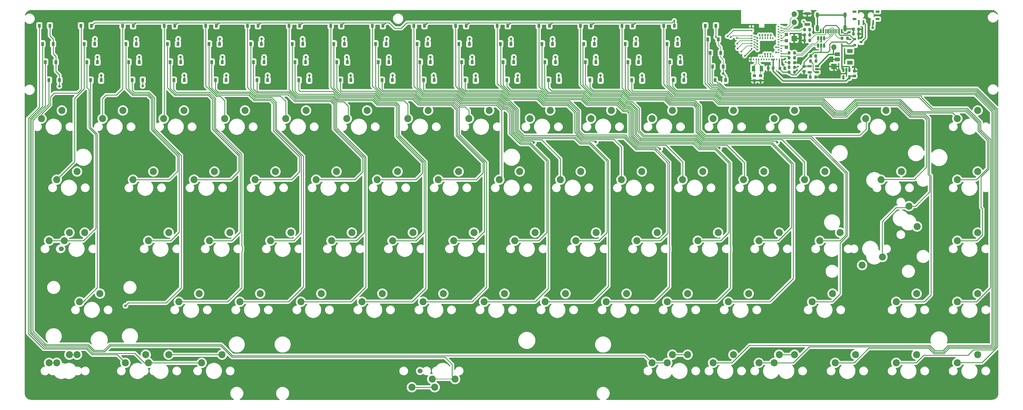
<source format=gbr>
%TF.GenerationSoftware,KiCad,Pcbnew,(5.99.0-8557-g8988e46ab1)*%
%TF.CreationDate,2021-03-06T06:48:04-07:00*%
%TF.ProjectId,SF65,53463635-2e6b-4696-9361-645f70636258,rev?*%
%TF.SameCoordinates,Original*%
%TF.FileFunction,Copper,L1,Top*%
%TF.FilePolarity,Positive*%
%FSLAX46Y46*%
G04 Gerber Fmt 4.6, Leading zero omitted, Abs format (unit mm)*
G04 Created by KiCad (PCBNEW (5.99.0-8557-g8988e46ab1)) date 2021-03-06 06:48:04*
%MOMM*%
%LPD*%
G01*
G04 APERTURE LIST*
G04 Aperture macros list*
%AMRoundRect*
0 Rectangle with rounded corners*
0 $1 Rounding radius*
0 $2 $3 $4 $5 $6 $7 $8 $9 X,Y pos of 4 corners*
0 Add a 4 corners polygon primitive as box body*
4,1,4,$2,$3,$4,$5,$6,$7,$8,$9,$2,$3,0*
0 Add four circle primitives for the rounded corners*
1,1,$1+$1,$2,$3*
1,1,$1+$1,$4,$5*
1,1,$1+$1,$6,$7*
1,1,$1+$1,$8,$9*
0 Add four rect primitives between the rounded corners*
20,1,$1+$1,$2,$3,$4,$5,0*
20,1,$1+$1,$4,$5,$6,$7,0*
20,1,$1+$1,$6,$7,$8,$9,0*
20,1,$1+$1,$8,$9,$2,$3,0*%
G04 Aperture macros list end*
%TA.AperFunction,SMDPad,CuDef*%
%ADD10R,0.600000X1.450000*%
%TD*%
%TA.AperFunction,SMDPad,CuDef*%
%ADD11R,0.300000X1.450000*%
%TD*%
%TA.AperFunction,ComponentPad*%
%ADD12O,1.000000X2.100000*%
%TD*%
%TA.AperFunction,ComponentPad*%
%ADD13O,1.000000X1.600000*%
%TD*%
%TA.AperFunction,SMDPad,CuDef*%
%ADD14RoundRect,0.150000X-0.150000X0.512500X-0.150000X-0.512500X0.150000X-0.512500X0.150000X0.512500X0*%
%TD*%
%TA.AperFunction,SMDPad,CuDef*%
%ADD15RoundRect,0.200000X0.200000X0.275000X-0.200000X0.275000X-0.200000X-0.275000X0.200000X-0.275000X0*%
%TD*%
%TA.AperFunction,SMDPad,CuDef*%
%ADD16RoundRect,0.225000X0.225000X0.250000X-0.225000X0.250000X-0.225000X-0.250000X0.225000X-0.250000X0*%
%TD*%
%TA.AperFunction,SMDPad,CuDef*%
%ADD17R,0.900000X1.200000*%
%TD*%
%TA.AperFunction,ComponentPad*%
%ADD18C,2.200000*%
%TD*%
%TA.AperFunction,SMDPad,CuDef*%
%ADD19RoundRect,0.200000X-0.200000X-0.275000X0.200000X-0.275000X0.200000X0.275000X-0.200000X0.275000X0*%
%TD*%
%TA.AperFunction,SMDPad,CuDef*%
%ADD20R,1.000000X1.000000*%
%TD*%
%TA.AperFunction,SMDPad,CuDef*%
%ADD21RoundRect,0.225000X-0.250000X0.225000X-0.250000X-0.225000X0.250000X-0.225000X0.250000X0.225000X0*%
%TD*%
%TA.AperFunction,WasherPad*%
%ADD22C,1.524000*%
%TD*%
%TA.AperFunction,SMDPad,CuDef*%
%ADD23R,1.000000X1.800000*%
%TD*%
%TA.AperFunction,SMDPad,CuDef*%
%ADD24RoundRect,0.218750X0.218750X0.256250X-0.218750X0.256250X-0.218750X-0.256250X0.218750X-0.256250X0*%
%TD*%
%TA.AperFunction,ComponentPad*%
%ADD25R,1.700000X1.700000*%
%TD*%
%TA.AperFunction,ComponentPad*%
%ADD26O,1.700000X1.700000*%
%TD*%
%TA.AperFunction,SMDPad,CuDef*%
%ADD27RoundRect,0.150000X0.512500X0.150000X-0.512500X0.150000X-0.512500X-0.150000X0.512500X-0.150000X0*%
%TD*%
%TA.AperFunction,SMDPad,CuDef*%
%ADD28R,0.600000X0.400000*%
%TD*%
%TA.AperFunction,SMDPad,CuDef*%
%ADD29R,0.400000X0.600000*%
%TD*%
%TA.AperFunction,SMDPad,CuDef*%
%ADD30R,1.550000X1.200000*%
%TD*%
%TA.AperFunction,SMDPad,CuDef*%
%ADD31R,1.800000X1.200000*%
%TD*%
%TA.AperFunction,SMDPad,CuDef*%
%ADD32R,0.600000X0.450000*%
%TD*%
%TA.AperFunction,SMDPad,CuDef*%
%ADD33R,0.600000X1.524000*%
%TD*%
%TA.AperFunction,SMDPad,CuDef*%
%ADD34R,1.200000X0.700000*%
%TD*%
%TA.AperFunction,SMDPad,CuDef*%
%ADD35RoundRect,0.225000X0.250000X-0.225000X0.250000X0.225000X-0.250000X0.225000X-0.250000X-0.225000X0*%
%TD*%
%TA.AperFunction,SMDPad,CuDef*%
%ADD36RoundRect,0.225000X-0.225000X-0.250000X0.225000X-0.250000X0.225000X0.250000X-0.225000X0.250000X0*%
%TD*%
%TA.AperFunction,SMDPad,CuDef*%
%ADD37R,0.900000X0.800000*%
%TD*%
%TA.AperFunction,SMDPad,CuDef*%
%ADD38R,1.700000X0.900000*%
%TD*%
%TA.AperFunction,ViaPad*%
%ADD39C,0.600000*%
%TD*%
%TA.AperFunction,ViaPad*%
%ADD40C,0.800000*%
%TD*%
%TA.AperFunction,Conductor*%
%ADD41C,0.400000*%
%TD*%
%TA.AperFunction,Conductor*%
%ADD42C,0.200000*%
%TD*%
%TA.AperFunction,Conductor*%
%ADD43C,0.300000*%
%TD*%
%TA.AperFunction,Conductor*%
%ADD44C,0.250000*%
%TD*%
G04 APERTURE END LIST*
D10*
%TO.P,J1,A1,GND*%
%TO.N,GND*%
X277964456Y-3842458D03*
%TO.P,J1,A4,VBUS*%
%TO.N,/VBUS*%
X277164456Y-3842458D03*
D11*
%TO.P,J1,A5,CC1*%
%TO.N,Net-(J1-PadA5)*%
X275964456Y-3842458D03*
%TO.P,J1,A6,D+*%
%TO.N,Net-(J1-PadA6)*%
X274964456Y-3842458D03*
%TO.P,J1,A7,D-*%
%TO.N,Net-(J1-PadA7)*%
X274464456Y-3842458D03*
%TO.P,J1,A8,SBU1*%
%TO.N,unconnected-(J1-PadA8)*%
X273464456Y-3842458D03*
D10*
%TO.P,J1,A9,VBUS*%
%TO.N,/VBUS*%
X272264456Y-3842458D03*
%TO.P,J1,A12,GND*%
%TO.N,GND*%
X271464456Y-3842458D03*
%TO.P,J1,B1,GND*%
X271464456Y-3842458D03*
%TO.P,J1,B4,VBUS*%
%TO.N,/VBUS*%
X272264456Y-3842458D03*
D11*
%TO.P,J1,B5,CC2*%
%TO.N,Net-(J1-PadB5)*%
X272964456Y-3842458D03*
%TO.P,J1,B6,D+*%
%TO.N,Net-(J1-PadA6)*%
X273964456Y-3842458D03*
%TO.P,J1,B7,D-*%
%TO.N,Net-(J1-PadA7)*%
X275464456Y-3842458D03*
%TO.P,J1,B8,SBU2*%
%TO.N,unconnected-(J1-PadB8)*%
X276464456Y-3842458D03*
D10*
%TO.P,J1,B9,VBUS*%
%TO.N,/VBUS*%
X277164456Y-3842458D03*
%TO.P,J1,B12,GND*%
%TO.N,GND*%
X277964456Y-3842458D03*
D12*
%TO.P,J1,S1,SHIELD*%
%TO.N,Net-(R11-Pad2)*%
X270394456Y-2927458D03*
D13*
X270394456Y1252542D03*
D12*
X279034456Y-2927458D03*
D13*
X279034456Y1252542D03*
%TD*%
D14*
%TO.P,U4,6,I/O1*%
%TO.N,Net-(J1-PadA7)*%
X272485000Y-8367500D03*
%TO.P,U4,5,VBUS*%
%TO.N,/VBUS*%
X271535000Y-8367500D03*
%TO.P,U4,4,I/O2*%
%TO.N,/D-*%
X270585000Y-8367500D03*
%TO.P,U4,3,I/O2*%
%TO.N,/D+*%
X270585000Y-6092500D03*
%TO.P,U4,2,GND*%
%TO.N,GND*%
X271535000Y-6092500D03*
%TO.P,U4,1,I/O1*%
%TO.N,Net-(J1-PadA6)*%
X272485000Y-6092500D03*
%TD*%
D15*
%TO.P,R11,2*%
%TO.N,Net-(R11-Pad2)*%
X281610000Y-4730000D03*
%TO.P,R11,1*%
%TO.N,GND*%
X283260000Y-4730000D03*
%TD*%
D16*
%TO.P,C2,2*%
%TO.N,Net-(R11-Pad2)*%
X281660000Y-3230000D03*
%TO.P,C2,1*%
%TO.N,GND*%
X283210000Y-3230000D03*
%TD*%
D17*
%TO.P,D59,1,K*%
%TO.N,/Row1*%
X200760000Y-7796666D03*
%TO.P,D59,2,A*%
%TO.N,Net-(D59-Pad2)*%
X197460000Y-7796666D03*
%TD*%
D18*
%TO.P,SW55,1,1*%
%TO.N,/Col10*%
X229900000Y-85725000D03*
%TO.P,SW55,2,2*%
%TO.N,Net-(D52-Pad2)*%
X223550000Y-88265000D03*
%TD*%
D17*
%TO.P,D33,1,K*%
%TO.N,/Row2*%
X123690273Y-13463332D03*
%TO.P,D33,2,A*%
%TO.N,Net-(D33-Pad2)*%
X120390273Y-13463332D03*
%TD*%
D19*
%TO.P,R7,1*%
%TO.N,/VBUS*%
X261575000Y-16630000D03*
%TO.P,R7,2*%
%TO.N,GND*%
X263225000Y-16630000D03*
%TD*%
D18*
%TO.P,SW19,1,1*%
%TO.N,/Col3*%
X101312500Y-47625000D03*
%TO.P,SW19,2,2*%
%TO.N,Net-(D19-Pad2)*%
X94962500Y-50165000D03*
%TD*%
D15*
%TO.P,R1,1*%
%TO.N,VBAT*%
X263225000Y-15130000D03*
%TO.P,R1,2*%
%TO.N,/BATTERY_MEASURE*%
X261575000Y-15130000D03*
%TD*%
D19*
%TO.P,R8,1*%
%TO.N,Net-(R8-Pad1)*%
X268187500Y-18192500D03*
%TO.P,R8,2*%
%TO.N,GND*%
X269837500Y-18192500D03*
%TD*%
D17*
%TO.P,D8,1,K*%
%TO.N,/Row4*%
X59897500Y-19130000D03*
%TO.P,D8,2,A*%
%TO.N,Net-(D8-Pad2)*%
X56597500Y-19130000D03*
%TD*%
D20*
%TO.P,TP2,1,1*%
%TO.N,Net-(TP2-Pad1)*%
X260735000Y-6830000D03*
%TD*%
D18*
%TO.P,SW17,1,1*%
%TO.N,/Col2*%
X67975000Y-104775000D03*
%TO.P,SW17,2,2*%
%TO.N,Net-(D17-Pad2)*%
X61625000Y-107315000D03*
%TD*%
D21*
%TO.P,C4,1*%
%TO.N,/VBUS*%
X266212500Y-14817500D03*
%TO.P,C4,2*%
%TO.N,GND*%
X266212500Y-16367500D03*
%TD*%
D18*
%TO.P,SW8,1,1*%
%TO.N,/Col1*%
X53687500Y-28575000D03*
%TO.P,SW8,2,2*%
%TO.N,Net-(D9-Pad2)*%
X47337500Y-31115000D03*
%TD*%
D17*
%TO.P,D55,1,K*%
%TO.N,/Row1*%
X187772500Y-7796666D03*
%TO.P,D55,2,A*%
%TO.N,Net-(D55-Pad2)*%
X184472500Y-7796666D03*
%TD*%
D18*
%TO.P,SW44,1,1*%
%TO.N,/Col8*%
X225137500Y-104775000D03*
%TO.P,SW44,2,2*%
%TO.N,Net-(D43-Pad2)*%
X218787500Y-107315000D03*
%TD*%
%TO.P,SW46,1,1*%
%TO.N,/Col9*%
X206087500Y-28575000D03*
%TO.P,SW46,2,2*%
%TO.N,Net-(D44-Pad2)*%
X199737500Y-31115000D03*
%TD*%
D22*
%TO.P,SW1,*%
%TO.N,*%
X34478750Y-71755000D03*
D18*
%TO.P,SW1,1,1*%
%TO.N,/Col0*%
X37018750Y-66675000D03*
%TO.P,SW1,2,2*%
%TO.N,Net-(D6-Pad2)*%
X30668750Y-69215000D03*
%TD*%
%TO.P,SW35,1,1*%
%TO.N,/Col6*%
X153700000Y-85725000D03*
%TO.P,SW35,2,2*%
%TO.N,Net-(D34-Pad2)*%
X147350000Y-88265000D03*
%TD*%
%TO.P,SW5,1,1*%
%TO.N,/Col0*%
X46543750Y-85725000D03*
%TO.P,SW5,2,2*%
%TO.N,Net-(D7-Pad2)*%
X40193750Y-88265000D03*
%TD*%
D17*
%TO.P,D47,1,K*%
%TO.N,/Row3*%
X163797500Y-19130000D03*
%TO.P,D47,2,A*%
%TO.N,Net-(D47-Pad2)*%
X160497500Y-19130000D03*
%TD*%
D18*
%TO.P,SW60,1,1*%
%TO.N,/Col11*%
X248950000Y-85725000D03*
%TO.P,SW60,2,2*%
%TO.N,Net-(D57-Pad2)*%
X242600000Y-88265000D03*
%TD*%
%TO.P,SW47,1,1*%
%TO.N,/Col9*%
X215612500Y-47625000D03*
%TO.P,SW47,2,2*%
%TO.N,Net-(D45-Pad2)*%
X209262500Y-50165000D03*
%TD*%
%TO.P,SW40,1,1*%
%TO.N,/Col8*%
X187037500Y-28575000D03*
%TO.P,SW40,2,2*%
%TO.N,Net-(D39-Pad2)*%
X180687500Y-31115000D03*
%TD*%
D17*
%TO.P,D61,1,K*%
%TO.N,/Row4*%
X240222500Y-10630000D03*
%TO.P,D61,2,A*%
%TO.N,Net-(D61-Pad2)*%
X236922500Y-10630000D03*
%TD*%
D18*
%TO.P,SW34,1,1*%
%TO.N,/Col6*%
X163225000Y-66675000D03*
%TO.P,SW34,2,2*%
%TO.N,Net-(D33-Pad2)*%
X156875000Y-69215000D03*
%TD*%
%TO.P,SW43,1,1*%
%TO.N,/Col8*%
X191800000Y-85725000D03*
%TO.P,SW43,2,2*%
%TO.N,Net-(D42-Pad2)*%
X185450000Y-88265000D03*
%TD*%
D17*
%TO.P,D71,1,K*%
%TO.N,/Row4*%
X241722500Y-19130000D03*
%TO.P,D71,2,A*%
%TO.N,Net-(D71-Pad2)*%
X238422500Y-19130000D03*
%TD*%
%TO.P,D37,1,K*%
%TO.N,/Row2*%
X136677187Y-13463332D03*
%TO.P,D37,2,A*%
%TO.N,Net-(D37-Pad2)*%
X133377187Y-13463332D03*
%TD*%
%TO.P,D57,1,K*%
%TO.N,/Row3*%
X189772500Y-19130000D03*
%TO.P,D57,2,A*%
%TO.N,Net-(D57-Pad2)*%
X186472500Y-19130000D03*
%TD*%
D18*
%TO.P,SW53,1,1*%
%TO.N,/Col10*%
X234662500Y-47625000D03*
%TO.P,SW53,2,2*%
%TO.N,Net-(D50-Pad2)*%
X228312500Y-50165000D03*
%TD*%
D17*
%TO.P,D4,1,K*%
%TO.N,/Row0*%
X43910000Y-2130000D03*
%TO.P,D4,2,A*%
%TO.N,Net-(D4-Pad2)*%
X40610000Y-2130000D03*
%TD*%
D18*
%TO.P,SW12,1,1*%
%TO.N,/Col2*%
X72737500Y-28575000D03*
%TO.P,SW12,2,2*%
%TO.N,Net-(D13-Pad2)*%
X66387500Y-31115000D03*
%TD*%
%TO.P,SW75,1,1*%
%TO.N,/Col14*%
X320387500Y-85725000D03*
%TO.P,SW75,2,2*%
%TO.N,Net-(D70-Pad2)*%
X314037500Y-88265000D03*
%TD*%
D23*
%TO.P,Y1,1,1*%
%TO.N,Net-(C6-Pad2)*%
X250450000Y-15500000D03*
%TO.P,Y1,2,2*%
%TO.N,Net-(C7-Pad2)*%
X252950000Y-15500000D03*
%TD*%
D17*
%TO.P,D23,1,K*%
%TO.N,/Row1*%
X96860000Y-7796666D03*
%TO.P,D23,2,A*%
%TO.N,Net-(D23-Pad2)*%
X93560000Y-7796666D03*
%TD*%
D16*
%TO.P,C3,1*%
%TO.N,GND*%
X260210000Y-15430000D03*
%TO.P,C3,2*%
%TO.N,/VBUS*%
X258660000Y-15430000D03*
%TD*%
D18*
%TO.P,SW52,1,1*%
%TO.N,/Col10*%
X225137500Y-28575000D03*
%TO.P,SW52,2,2*%
%TO.N,Net-(D49-Pad2)*%
X218787500Y-31115000D03*
%TD*%
D24*
%TO.P,D1,1,K*%
%TO.N,Net-(D1-Pad1)*%
X267987500Y-3330000D03*
%TO.P,D1,2,A*%
%TO.N,/P0.05*%
X266412500Y-3330000D03*
%TD*%
D18*
%TO.P,SW42,1,1*%
%TO.N,/Col8*%
X201325000Y-66675000D03*
%TO.P,SW42,2,2*%
%TO.N,Net-(D41-Pad2)*%
X194975000Y-69215000D03*
%TD*%
%TO.P,SW73,1,1*%
%TO.N,/Col14*%
X320387500Y-47625000D03*
%TO.P,SW73,2,2*%
%TO.N,Net-(D68-Pad2)*%
X314037500Y-50165000D03*
%TD*%
D17*
%TO.P,D68,1,K*%
%TO.N,/Row1*%
X226735000Y-7796666D03*
%TO.P,D68,2,A*%
%TO.N,Net-(D68-Pad2)*%
X223435000Y-7796666D03*
%TD*%
%TO.P,D42,1,K*%
%TO.N,/Row3*%
X150810000Y-19130000D03*
%TO.P,D42,2,A*%
%TO.N,Net-(D42-Pad2)*%
X147510000Y-19130000D03*
%TD*%
%TO.P,D31,1,K*%
%TO.N,/Row0*%
X121835000Y-2130000D03*
%TO.P,D31,2,A*%
%TO.N,Net-(D31-Pad2)*%
X118535000Y-2130000D03*
%TD*%
%TO.P,D26,1,K*%
%TO.N,/Row0*%
X108847500Y-2130000D03*
%TO.P,D26,2,A*%
%TO.N,Net-(D26-Pad2)*%
X105547500Y-2130000D03*
%TD*%
%TO.P,D40,1,K*%
%TO.N,/Row1*%
X148810000Y-7796666D03*
%TO.P,D40,2,A*%
%TO.N,Net-(D40-Pad2)*%
X145510000Y-7796666D03*
%TD*%
D25*
%TO.P,J3,1,1*%
%TO.N,GND*%
X275500000Y-14830000D03*
D26*
%TO.P,J3,2,2*%
%TO.N,VBAT*%
X275500000Y-8830000D03*
%TD*%
D14*
%TO.P,U2,1,VIN*%
%TO.N,Net-(D2-Pad1)*%
X280385000Y-15930000D03*
%TO.P,U2,2,GND*%
%TO.N,GND*%
X279435000Y-15930000D03*
%TO.P,U2,3,EN*%
%TO.N,Net-(D2-Pad1)*%
X278485000Y-15930000D03*
%TO.P,U2,4,NC*%
%TO.N,unconnected-(U2-Pad4)*%
X278485000Y-18205000D03*
%TO.P,U2,5,VOUT*%
%TO.N,/VDD*%
X280385000Y-18205000D03*
%TD*%
D18*
%TO.P,SW69,1,1*%
%TO.N,/Col13*%
X301337500Y-85725000D03*
%TO.P,SW69,2,2*%
%TO.N,Net-(D65-Pad2)*%
X294987500Y-88265000D03*
%TD*%
%TO.P,SW20,1,1*%
%TO.N,/Col3*%
X106075000Y-66675000D03*
%TO.P,SW20,2,2*%
%TO.N,Net-(D20-Pad2)*%
X99725000Y-69215000D03*
%TD*%
D27*
%TO.P,U1,1,CHRG*%
%TO.N,Net-(R6-Pad2)*%
X270250000Y-16630000D03*
%TO.P,U1,2,GND*%
%TO.N,GND*%
X270250000Y-15680000D03*
%TO.P,U1,3,BAT*%
%TO.N,VBAT*%
X270250000Y-14730000D03*
%TO.P,U1,4,Vcc*%
%TO.N,/VBUS*%
X267975000Y-14730000D03*
%TO.P,U1,5,PROG*%
%TO.N,Net-(R8-Pad1)*%
X267975000Y-16630000D03*
%TD*%
D20*
%TO.P,TP3,1,1*%
%TO.N,Net-(TP3-Pad1)*%
X260735000Y-4830000D03*
%TD*%
D18*
%TO.P,SW63,1,1*%
%TO.N,/Col12*%
X275143750Y-85725000D03*
%TO.P,SW63,2,2*%
%TO.N,Net-(D60-Pad2)*%
X268793750Y-88265000D03*
%TD*%
D17*
%TO.P,D24,1,K*%
%TO.N,/Row2*%
X97716445Y-13463332D03*
%TO.P,D24,2,A*%
%TO.N,Net-(D24-Pad2)*%
X94416445Y-13463332D03*
%TD*%
%TO.P,D35,1,K*%
%TO.N,/Row0*%
X134822500Y-2130000D03*
%TO.P,D35,2,A*%
%TO.N,Net-(D35-Pad2)*%
X131522500Y-2130000D03*
%TD*%
D28*
%TO.P,U3,1,GND*%
%TO.N,GND*%
X249850000Y-1750000D03*
%TO.P,U3,2,GND*%
X249850000Y-2850000D03*
%TO.P,U3,3,P1.10*%
%TO.N,/Col0*%
X249850000Y-3650000D03*
%TO.P,U3,4,P1.11*%
%TO.N,/Col1*%
X249850000Y-5250000D03*
%TO.P,U3,5,P1.12*%
%TO.N,/Col2*%
X250750000Y-5650000D03*
%TO.P,U3,6,P1.13*%
%TO.N,/Col3*%
X249850000Y-6050000D03*
%TO.P,U3,7,P1.14*%
%TO.N,/Col4*%
X250750000Y-6450000D03*
%TO.P,U3,8,P1.15*%
%TO.N,/Col5*%
X249850000Y-6850000D03*
%TO.P,U3,9,P0.03/AIN1*%
%TO.N,/Col6*%
X250750000Y-7250000D03*
%TO.P,U3,10,P0.29/AIN5*%
%TO.N,/Col7*%
X249850000Y-7650000D03*
%TO.P,U3,11,P0.02/AIN0*%
%TO.N,/Col8*%
X250750000Y-8050000D03*
%TO.P,U3,12,P0.31/AIN7*%
%TO.N,/Col9*%
X249850000Y-8450000D03*
%TO.P,U3,13,P0.28/AIN4*%
%TO.N,/Col10*%
X250750000Y-8850000D03*
%TO.P,U3,14,P0.30/AIN6*%
%TO.N,/Col11*%
X249850000Y-9250000D03*
D29*
%TO.P,U3,15,GND*%
%TO.N,GND*%
X249700000Y-12650000D03*
%TO.P,U3,16,P0.27*%
%TO.N,unconnected-(U3-Pad16)*%
X250500000Y-12650000D03*
%TO.P,U3,17,XL1/P0.00*%
%TO.N,Net-(C6-Pad2)*%
X251300000Y-12650000D03*
%TO.P,U3,18,XL2/P0.01*%
%TO.N,Net-(C7-Pad2)*%
X252100000Y-12650000D03*
%TO.P,U3,19,P0.26*%
%TO.N,unconnected-(U3-Pad19)*%
X252500000Y-11750000D03*
%TO.P,U3,20,P0.04/AIN2*%
%TO.N,unconnected-(U3-Pad20)*%
X252900000Y-12650000D03*
%TO.P,U3,21,P0.05/AIN3*%
%TO.N,unconnected-(U3-Pad21)*%
X253300000Y-11750000D03*
%TO.P,U3,22,P0.06*%
%TO.N,unconnected-(U3-Pad22)*%
X253700000Y-12650000D03*
%TO.P,U3,23,TRACECLK/P0.07*%
%TO.N,/Col12*%
X254100000Y-11750000D03*
%TO.P,U3,24,P0.08*%
%TO.N,unconnected-(U3-Pad24)*%
X254500000Y-12650000D03*
%TO.P,U3,25,P1.08*%
%TO.N,/Col13*%
X254900000Y-11750000D03*
%TO.P,U3,26,TRACEDATA3/P1.09*%
%TO.N,unconnected-(U3-Pad26)*%
X255300000Y-12650000D03*
%TO.P,U3,27,TRACEDATA2/P0.11*%
%TO.N,/Col14*%
X255700000Y-11750000D03*
%TO.P,U3,28,VDD*%
%TO.N,/VDD*%
X256100000Y-12650000D03*
%TO.P,U3,29,TRACEDATA1/P0.12*%
%TO.N,unconnected-(U3-Pad29)*%
X256500000Y-11750000D03*
%TO.P,U3,30,VDDH*%
%TO.N,/VDD*%
X256900000Y-12650000D03*
%TO.P,U3,31,DCCH*%
%TO.N,unconnected-(U3-Pad31)*%
X257700000Y-12650000D03*
%TO.P,U3,32,VBUS*%
%TO.N,/VBUS*%
X258500000Y-12650000D03*
%TO.P,U3,33,GND*%
%TO.N,GND*%
X259300000Y-12650000D03*
D28*
%TO.P,U3,34,D-*%
%TO.N,Net-(R9-Pad2)*%
X259150000Y-11650000D03*
%TO.P,U3,35,D+*%
%TO.N,Net-(R10-Pad2)*%
X259150000Y-10850000D03*
%TO.P,U3,36,P0.14*%
%TO.N,/BATTERY_MEASURE*%
X258250000Y-10450000D03*
%TO.P,U3,37,P0.13*%
%TO.N,unconnected-(U3-Pad37)*%
X259150000Y-10050000D03*
%TO.P,U3,38,P0.16*%
%TO.N,unconnected-(U3-Pad38)*%
X258250000Y-9650000D03*
%TO.P,U3,39,P0.15*%
%TO.N,unconnected-(U3-Pad39)*%
X259150000Y-9250000D03*
%TO.P,U3,40,~RESET~/P0.18*%
%TO.N,RESET*%
X258250000Y-8850000D03*
%TO.P,U3,41,P0.17*%
%TO.N,Net-(TP1-Pad1)*%
X259150000Y-8450000D03*
%TO.P,U3,42,P0.19*%
%TO.N,unconnected-(U3-Pad42)*%
X258250000Y-8050000D03*
%TO.P,U3,43,P0.21*%
%TO.N,unconnected-(U3-Pad43)*%
X258250000Y-7250000D03*
%TO.P,U3,44,P0.20*%
%TO.N,Net-(TP2-Pad1)*%
X259150000Y-6850000D03*
%TO.P,U3,45,P0.23*%
%TO.N,unconnected-(U3-Pad45)*%
X258250000Y-6450000D03*
%TO.P,U3,46,P0.22*%
%TO.N,Net-(TP3-Pad1)*%
X259150000Y-6050000D03*
%TO.P,U3,47,TRACEDATA0/P1.00*%
%TO.N,unconnected-(U3-Pad47)*%
X258250000Y-5650000D03*
%TO.P,U3,48,P0.24*%
%TO.N,unconnected-(U3-Pad48)*%
X259150000Y-5250000D03*
%TO.P,U3,49,P0.25*%
%TO.N,unconnected-(U3-Pad49)*%
X258250000Y-4850000D03*
%TO.P,U3,50,P1.02*%
%TO.N,/P0.05*%
X258250000Y-4050000D03*
%TO.P,U3,51,SWDIO*%
%TO.N,/SWD*%
X259150000Y-3650000D03*
%TO.P,U3,52,P0.09/NFC1*%
%TO.N,unconnected-(U3-Pad52)*%
X258250000Y-3250000D03*
%TO.P,U3,53,SWDCLK*%
%TO.N,/SWC*%
X259150000Y-2850000D03*
%TO.P,U3,54,P0.10/NFC2*%
%TO.N,unconnected-(U3-Pad54)*%
X258250000Y-2450000D03*
%TO.P,U3,55,GND*%
%TO.N,GND*%
X259150000Y-1750000D03*
D29*
%TO.P,U3,56,P1.04*%
%TO.N,/Row4*%
X252500000Y-6050000D03*
%TO.P,U3,57,P1.06*%
%TO.N,/Row3*%
X253300000Y-6050000D03*
%TO.P,U3,58,P1.07*%
%TO.N,/Row2*%
X254100000Y-6050000D03*
%TO.P,U3,59,P1.05*%
%TO.N,/Row1*%
X254900000Y-6050000D03*
%TO.P,U3,60,P1.03*%
%TO.N,/Row0*%
X255700000Y-6050000D03*
%TO.P,U3,61,P1.01*%
%TO.N,unconnected-(U3-Pad61)*%
X256500000Y-6050000D03*
%TD*%
D24*
%TO.P,D3,1,K*%
%TO.N,Net-(D3-Pad1)*%
X269875000Y-11592500D03*
%TO.P,D3,2,A*%
%TO.N,/VBUS*%
X268300000Y-11592500D03*
%TD*%
D17*
%TO.P,D45,1,K*%
%TO.N,/Row1*%
X161797500Y-7796666D03*
%TO.P,D45,2,A*%
%TO.N,Net-(D45-Pad2)*%
X158497500Y-7796666D03*
%TD*%
%TO.P,D30,1,K*%
%TO.N,/Row4*%
X32781875Y-13463332D03*
%TO.P,D30,2,A*%
%TO.N,Net-(D30-Pad2)*%
X29481875Y-13463332D03*
%TD*%
D15*
%TO.P,R9,1*%
%TO.N,/D-*%
X263225000Y-12130000D03*
%TO.P,R9,2*%
%TO.N,Net-(R9-Pad2)*%
X261575000Y-12130000D03*
%TD*%
D30*
%TO.P,J2,1,1*%
%TO.N,GND*%
X276625000Y-12630000D03*
%TO.P,J2,2,2*%
%TO.N,VBAT*%
X276625000Y-11030000D03*
D31*
%TO.P,J2,3*%
%TO.N,N/C*%
X280500000Y-13630000D03*
%TO.P,J2,4*%
X280500000Y-10030000D03*
%TD*%
D17*
%TO.P,D18,1,K*%
%TO.N,/Row0*%
X82872500Y-2130000D03*
%TO.P,D18,2,A*%
%TO.N,Net-(D18-Pad2)*%
X79572500Y-2130000D03*
%TD*%
%TO.P,D48,1,K*%
%TO.N,/Row4*%
X238722500Y-2130000D03*
%TO.P,D48,2,A*%
%TO.N,Net-(D48-Pad2)*%
X235422500Y-2130000D03*
%TD*%
%TO.P,D14,1,K*%
%TO.N,/Row1*%
X70885000Y-7796666D03*
%TO.P,D14,2,A*%
%TO.N,Net-(D14-Pad2)*%
X67585000Y-7796666D03*
%TD*%
%TO.P,D43,1,K*%
%TO.N,/Row4*%
X33922500Y-19130000D03*
%TO.P,D43,2,A*%
%TO.N,Net-(D43-Pad2)*%
X30622500Y-19130000D03*
%TD*%
%TO.P,D53,1,K*%
%TO.N,/Row4*%
X239472500Y-6380000D03*
%TO.P,D53,2,A*%
%TO.N,Net-(D53-Pad2)*%
X236172500Y-6380000D03*
%TD*%
%TO.P,D28,1,K*%
%TO.N,/Row2*%
X110703359Y-13463332D03*
%TO.P,D28,2,A*%
%TO.N,Net-(D28-Pad2)*%
X107403359Y-13463332D03*
%TD*%
D32*
%TO.P,D2,1,K*%
%TO.N,Net-(D2-Pad1)*%
X277950000Y-7830000D03*
%TO.P,D2,2,A*%
%TO.N,/VBUS*%
X280050000Y-7830000D03*
%TD*%
D17*
%TO.P,D25,1,K*%
%TO.N,/Row3*%
X98860000Y-19130000D03*
%TO.P,D25,2,A*%
%TO.N,Net-(D25-Pad2)*%
X95560000Y-19130000D03*
%TD*%
%TO.P,D44,1,K*%
%TO.N,/Row0*%
X160797500Y-2130000D03*
%TO.P,D44,2,A*%
%TO.N,Net-(D44-Pad2)*%
X157497500Y-2130000D03*
%TD*%
D18*
%TO.P,SW3,1,1*%
%TO.N,/Col0*%
X39400000Y-47625000D03*
%TO.P,SW3,2,2*%
%TO.N,Net-(D5-Pad2)*%
X33050000Y-50165000D03*
%TD*%
D15*
%TO.P,R5,1*%
%TO.N,Net-(D1-Pad1)*%
X268025000Y-5030000D03*
%TO.P,R5,2*%
%TO.N,GND*%
X266375000Y-5030000D03*
%TD*%
D17*
%TO.P,D49,1,K*%
%TO.N,/Row0*%
X173785000Y-2130000D03*
%TO.P,D49,2,A*%
%TO.N,Net-(D49-Pad2)*%
X170485000Y-2130000D03*
%TD*%
D18*
%TO.P,SW30,1,1*%
%TO.N,/Col5*%
X151001250Y-114935000D03*
%TO.P,SW30,2,2*%
%TO.N,Net-(D30-Pad2)*%
X157351250Y-112395000D03*
%TD*%
D17*
%TO.P,D22,1,K*%
%TO.N,/Row0*%
X95860000Y-2130000D03*
%TO.P,D22,2,A*%
%TO.N,Net-(D22-Pad2)*%
X92560000Y-2130000D03*
%TD*%
%TO.P,D69,1,K*%
%TO.N,/Row2*%
X227585585Y-13463332D03*
%TO.P,D69,2,A*%
%TO.N,Net-(D69-Pad2)*%
X224285585Y-13463332D03*
%TD*%
%TO.P,D56,1,K*%
%TO.N,/Row2*%
X188624843Y-13463332D03*
%TO.P,D56,2,A*%
%TO.N,Net-(D56-Pad2)*%
X185324843Y-13463332D03*
%TD*%
D18*
%TO.P,SW23,1,1*%
%TO.N,/Col4*%
X120362500Y-47625000D03*
%TO.P,SW23,2,2*%
%TO.N,Net-(D23-Pad2)*%
X114012500Y-50165000D03*
%TD*%
%TO.P,SW51,1,1*%
%TO.N,/Col10*%
X258475000Y-104775000D03*
%TO.P,SW51,2,2*%
%TO.N,Net-(D53-Pad2)*%
X252125000Y-107315000D03*
%TD*%
D15*
%TO.P,R6,1*%
%TO.N,Net-(D3-Pad1)*%
X269912500Y-13192500D03*
%TO.P,R6,2*%
%TO.N,Net-(R6-Pad2)*%
X268262500Y-13192500D03*
%TD*%
D33*
%TO.P,BATT1,1,A*%
%TO.N,VBAT*%
X287785000Y-1130000D03*
%TO.P,BATT1,2,B*%
%TO.N,/BATT_SWITCHED*%
X284785000Y-1130000D03*
%TO.P,BATT1,3,C*%
%TO.N,unconnected-(BATT1-Pad3)*%
X283285000Y-1130000D03*
D34*
%TO.P,BATT1,4*%
%TO.N,N/C*%
X289135000Y-30000D03*
X281935000Y2270000D03*
X289135000Y2270000D03*
X281935000Y-30000D03*
%TD*%
D17*
%TO.P,D29,1,K*%
%TO.N,/Row3*%
X111847500Y-19130000D03*
%TO.P,D29,2,A*%
%TO.N,Net-(D29-Pad2)*%
X108547500Y-19130000D03*
%TD*%
%TO.P,D11,1,K*%
%TO.N,/Row2*%
X58755703Y-13463332D03*
%TO.P,D11,2,A*%
%TO.N,Net-(D11-Pad2)*%
X55455703Y-13463332D03*
%TD*%
D18*
%TO.P,SW64,1,1*%
%TO.N,/Col12*%
X282287500Y-104775000D03*
%TO.P,SW64,2,2*%
%TO.N,Net-(D61-Pad2)*%
X275937500Y-107315000D03*
%TD*%
D17*
%TO.P,D72,1,K*%
%TO.N,/Row2*%
X201260000Y-13463332D03*
%TO.P,D72,2,A*%
%TO.N,Net-(D72-Pad2)*%
X197960000Y-13463332D03*
%TD*%
D35*
%TO.P,C6,1*%
%TO.N,GND*%
X250700000Y-19275000D03*
%TO.P,C6,2*%
%TO.N,Net-(C6-Pad2)*%
X250700000Y-17725000D03*
%TD*%
D18*
%TO.P,SW28,1,1*%
%TO.N,/Col5*%
X144175000Y-66675000D03*
%TO.P,SW28,2,2*%
%TO.N,Net-(D28-Pad2)*%
X137825000Y-69215000D03*
%TD*%
D17*
%TO.P,D60,1,K*%
%TO.N,/Row3*%
X202760000Y-19130000D03*
%TO.P,D60,2,A*%
%TO.N,Net-(D60-Pad2)*%
X199460000Y-19130000D03*
%TD*%
D22*
%TO.P,SW31,*%
%TO.N,*%
X146397500Y-109855000D03*
D18*
%TO.P,SW31,1,1*%
%TO.N,/Col5*%
X143857500Y-114935000D03*
%TO.P,SW31,2,2*%
%TO.N,Net-(D30-Pad2)*%
X150207500Y-112395000D03*
%TD*%
%TO.P,SW24,1,1*%
%TO.N,/Col4*%
X125125000Y-66675000D03*
%TO.P,SW24,2,2*%
%TO.N,Net-(D24-Pad2)*%
X118775000Y-69215000D03*
%TD*%
D17*
%TO.P,D19,1,K*%
%TO.N,/Row1*%
X83872500Y-7796666D03*
%TO.P,D19,2,A*%
%TO.N,Net-(D19-Pad2)*%
X80572500Y-7796666D03*
%TD*%
D18*
%TO.P,SW18,1,1*%
%TO.N,/Col3*%
X91787500Y-28575000D03*
%TO.P,SW18,2,2*%
%TO.N,Net-(D18-Pad2)*%
X85437500Y-31115000D03*
%TD*%
%TO.P,SW76,1,1*%
%TO.N,/Col14*%
X320387500Y-104775000D03*
%TO.P,SW76,2,2*%
%TO.N,Net-(D71-Pad2)*%
X314037500Y-107315000D03*
%TD*%
D17*
%TO.P,D62,1,K*%
%TO.N,/Row0*%
X212747500Y-2130000D03*
%TO.P,D62,2,A*%
%TO.N,Net-(D62-Pad2)*%
X209447500Y-2130000D03*
%TD*%
D18*
%TO.P,SW39,1,1*%
%TO.N,/Col7*%
X172750000Y-85725000D03*
%TO.P,SW39,2,2*%
%TO.N,Net-(D38-Pad2)*%
X166400000Y-88265000D03*
%TD*%
D17*
%TO.P,D6,1,K*%
%TO.N,/Row2*%
X45768789Y-13463332D03*
%TO.P,D6,2,A*%
%TO.N,Net-(D6-Pad2)*%
X42468789Y-13463332D03*
%TD*%
D18*
%TO.P,SW59,1,1*%
%TO.N,/Col11*%
X258475000Y-66675000D03*
%TO.P,SW59,2,2*%
%TO.N,Net-(D56-Pad2)*%
X252125000Y-69215000D03*
%TD*%
%TO.P,SW13,1,1*%
%TO.N,/Col2*%
X82262500Y-47625000D03*
%TO.P,SW13,2,2*%
%TO.N,Net-(D14-Pad2)*%
X75912500Y-50165000D03*
%TD*%
D17*
%TO.P,D52,1,K*%
%TO.N,/Row3*%
X176785000Y-19130000D03*
%TO.P,D52,2,A*%
%TO.N,Net-(D52-Pad2)*%
X173485000Y-19130000D03*
%TD*%
%TO.P,D7,1,K*%
%TO.N,/Row3*%
X46910000Y-19130000D03*
%TO.P,D7,2,A*%
%TO.N,Net-(D7-Pad2)*%
X43610000Y-19130000D03*
%TD*%
%TO.P,D63,1,K*%
%TO.N,/Row1*%
X213747500Y-7796666D03*
%TO.P,D63,2,A*%
%TO.N,Net-(D63-Pad2)*%
X210447500Y-7796666D03*
%TD*%
%TO.P,D51,1,K*%
%TO.N,/Row2*%
X175637929Y-13463332D03*
%TO.P,D51,2,A*%
%TO.N,Net-(D51-Pad2)*%
X172337929Y-13463332D03*
%TD*%
%TO.P,D67,1,K*%
%TO.N,/Row0*%
X225735000Y-2130000D03*
%TO.P,D67,2,A*%
%TO.N,Net-(D67-Pad2)*%
X222435000Y-2130000D03*
%TD*%
%TO.P,D64,1,K*%
%TO.N,/Row2*%
X214598671Y-13463332D03*
%TO.P,D64,2,A*%
%TO.N,Net-(D64-Pad2)*%
X211298671Y-13463332D03*
%TD*%
D18*
%TO.P,SW6,1,1*%
%TO.N,/Col0*%
X37018750Y-104775000D03*
%TO.P,SW6,2,2*%
%TO.N,Net-(D8-Pad2)*%
X30668750Y-107315000D03*
%TD*%
D19*
%TO.P,R3,1*%
%TO.N,Net-(J1-PadA5)*%
X278110000Y-6030000D03*
%TO.P,R3,2*%
%TO.N,GND*%
X279760000Y-6030000D03*
%TD*%
D18*
%TO.P,SW77,1,1*%
%TO.N,/Col12*%
X277475000Y-66675000D03*
%TO.P,SW77,2,2*%
%TO.N,Net-(D72-Pad2)*%
X271125000Y-69215000D03*
%TD*%
D17*
%TO.P,D20,1,K*%
%TO.N,/Row2*%
X84729531Y-13463332D03*
%TO.P,D20,2,A*%
%TO.N,Net-(D20-Pad2)*%
X81429531Y-13463332D03*
%TD*%
D18*
%TO.P,SW9,1,1*%
%TO.N,/Col1*%
X63212500Y-47625000D03*
%TO.P,SW9,2,2*%
%TO.N,Net-(D10-Pad2)*%
X56862500Y-50165000D03*
%TD*%
%TO.P,SW22,1,1*%
%TO.N,/Col4*%
X110837500Y-28575000D03*
%TO.P,SW22,2,2*%
%TO.N,Net-(D22-Pad2)*%
X104487500Y-31115000D03*
%TD*%
D17*
%TO.P,D12,1,K*%
%TO.N,/Row4*%
X30922500Y-2130000D03*
%TO.P,D12,2,A*%
%TO.N,Net-(D12-Pad2)*%
X27622500Y-2130000D03*
%TD*%
D36*
%TO.P,C1,1*%
%TO.N,GND*%
X255060000Y-15405000D03*
%TO.P,C1,2*%
%TO.N,/VDD*%
X256610000Y-15405000D03*
%TD*%
D18*
%TO.P,SW2,1,1*%
%TO.N,/Col0*%
X34637500Y-28575000D03*
%TO.P,SW2,2,2*%
%TO.N,Net-(D4-Pad2)*%
X28287500Y-31115000D03*
%TD*%
%TO.P,SW41,1,1*%
%TO.N,/Col8*%
X196562500Y-47625000D03*
%TO.P,SW41,2,2*%
%TO.N,Net-(D40-Pad2)*%
X190212500Y-50165000D03*
%TD*%
%TO.P,SW36,1,1*%
%TO.N,/Col7*%
X167987500Y-28575000D03*
%TO.P,SW36,2,2*%
%TO.N,Net-(D35-Pad2)*%
X161637500Y-31115000D03*
%TD*%
D17*
%TO.P,D21,1,K*%
%TO.N,/Row3*%
X85872500Y-19130000D03*
%TO.P,D21,2,A*%
%TO.N,Net-(D21-Pad2)*%
X82572500Y-19130000D03*
%TD*%
%TO.P,D15,1,K*%
%TO.N,/Row2*%
X71742617Y-13463332D03*
%TO.P,D15,2,A*%
%TO.N,Net-(D15-Pad2)*%
X68442617Y-13463332D03*
%TD*%
%TO.P,D58,1,K*%
%TO.N,/Row0*%
X199760000Y-2130000D03*
%TO.P,D58,2,A*%
%TO.N,Net-(D58-Pad2)*%
X196460000Y-2130000D03*
%TD*%
%TO.P,D10,1,K*%
%TO.N,/Row1*%
X57897500Y-7796666D03*
%TO.P,D10,2,A*%
%TO.N,Net-(D10-Pad2)*%
X54597500Y-7796666D03*
%TD*%
%TO.P,D13,1,K*%
%TO.N,/Row0*%
X69885000Y-2130000D03*
%TO.P,D13,2,A*%
%TO.N,Net-(D13-Pad2)*%
X66585000Y-2130000D03*
%TD*%
D18*
%TO.P,SW26,1,1*%
%TO.N,/Col5*%
X129887500Y-28575000D03*
%TO.P,SW26,2,2*%
%TO.N,Net-(D26-Pad2)*%
X123537500Y-31115000D03*
%TD*%
D17*
%TO.P,D50,1,K*%
%TO.N,/Row1*%
X174785000Y-7796666D03*
%TO.P,D50,2,A*%
%TO.N,Net-(D50-Pad2)*%
X171485000Y-7796666D03*
%TD*%
D18*
%TO.P,SW14,1,1*%
%TO.N,/Col2*%
X87025000Y-66675000D03*
%TO.P,SW14,2,2*%
%TO.N,Net-(D15-Pad2)*%
X80675000Y-69215000D03*
%TD*%
%TO.P,SW68,1,1*%
%TO.N,/Col13*%
X284351250Y-76835000D03*
%TO.P,SW68,2,2*%
%TO.N,Net-(D64-Pad2)*%
X290701250Y-74295000D03*
%TD*%
D17*
%TO.P,D32,1,K*%
%TO.N,/Row1*%
X122835000Y-7796666D03*
%TO.P,D32,2,A*%
%TO.N,Net-(D32-Pad2)*%
X119535000Y-7796666D03*
%TD*%
D18*
%TO.P,SW15,1,1*%
%TO.N,/Col2*%
X77500000Y-85725000D03*
%TO.P,SW15,2,2*%
%TO.N,Net-(D16-Pad2)*%
X71150000Y-88265000D03*
%TD*%
D17*
%TO.P,D54,1,K*%
%TO.N,/Row0*%
X186772500Y-2130000D03*
%TO.P,D54,2,A*%
%TO.N,Net-(D54-Pad2)*%
X183472500Y-2130000D03*
%TD*%
%TO.P,D38,1,K*%
%TO.N,/Row3*%
X137822500Y-19130000D03*
%TO.P,D38,2,A*%
%TO.N,Net-(D38-Pad2)*%
X134522500Y-19130000D03*
%TD*%
D18*
%TO.P,SW71,1,1*%
%TO.N,/Col13*%
X301496250Y-64770000D03*
%TO.P,SW71,2,2*%
%TO.N,Net-(D64-Pad2)*%
X298956250Y-58420000D03*
%TD*%
D17*
%TO.P,D46,1,K*%
%TO.N,/Row2*%
X162651015Y-13463332D03*
%TO.P,D46,2,A*%
%TO.N,Net-(D46-Pad2)*%
X159351015Y-13463332D03*
%TD*%
%TO.P,D27,1,K*%
%TO.N,/Row1*%
X109847500Y-7796666D03*
%TO.P,D27,2,A*%
%TO.N,Net-(D27-Pad2)*%
X106547500Y-7796666D03*
%TD*%
D18*
%TO.P,SW16,1,1*%
%TO.N,/Col2*%
X84643750Y-104775000D03*
%TO.P,SW16,2,2*%
%TO.N,Net-(D17-Pad2)*%
X78293750Y-107315000D03*
%TD*%
D37*
%TO.P,Q1,1,G*%
%TO.N,/VBUS*%
X282035000Y-6280000D03*
%TO.P,Q1,2,S*%
%TO.N,Net-(D2-Pad1)*%
X282035000Y-8180000D03*
%TO.P,Q1,3,D*%
%TO.N,/BATT_SWITCHED*%
X284035000Y-7230000D03*
%TD*%
D18*
%TO.P,SW61,1,1*%
%TO.N,/Col12*%
X263237500Y-28575000D03*
%TO.P,SW61,2,2*%
%TO.N,Net-(D58-Pad2)*%
X256887500Y-31115000D03*
%TD*%
%TO.P,SW27,1,1*%
%TO.N,/Col5*%
X139412500Y-47625000D03*
%TO.P,SW27,2,2*%
%TO.N,Net-(D27-Pad2)*%
X133062500Y-50165000D03*
%TD*%
%TO.P,SW67,1,1*%
%TO.N,/Col13*%
X296575000Y-47625000D03*
%TO.P,SW67,2,2*%
%TO.N,Net-(D63-Pad2)*%
X290225000Y-50165000D03*
%TD*%
D15*
%TO.P,R4,1*%
%TO.N,Net-(J1-PadB5)*%
X268025000Y-6730000D03*
%TO.P,R4,2*%
%TO.N,GND*%
X266375000Y-6730000D03*
%TD*%
D17*
%TO.P,D39,1,K*%
%TO.N,/Row0*%
X147810000Y-2130000D03*
%TO.P,D39,2,A*%
%TO.N,Net-(D39-Pad2)*%
X144510000Y-2130000D03*
%TD*%
D18*
%TO.P,SW11,1,1*%
%TO.N,/Col1*%
X60831250Y-104775000D03*
%TO.P,SW11,2,2*%
%TO.N,Net-(D12-Pad2)*%
X54481250Y-107315000D03*
%TD*%
D15*
%TO.P,R10,1*%
%TO.N,/D+*%
X263225000Y-10630000D03*
%TO.P,R10,2*%
%TO.N,Net-(R10-Pad2)*%
X261575000Y-10630000D03*
%TD*%
D18*
%TO.P,SW58,1,1*%
%TO.N,/Col11*%
X253712500Y-47625000D03*
%TO.P,SW58,2,2*%
%TO.N,Net-(D55-Pad2)*%
X247362500Y-50165000D03*
%TD*%
%TO.P,SW7,1,1*%
%TO.N,/Col0*%
X39400000Y-104775000D03*
%TO.P,SW7,2,2*%
%TO.N,Net-(D8-Pad2)*%
X33050000Y-107315000D03*
%TD*%
%TO.P,SW32,1,1*%
%TO.N,/Col6*%
X148937500Y-28575000D03*
%TO.P,SW32,2,2*%
%TO.N,Net-(D31-Pad2)*%
X142587500Y-31115000D03*
%TD*%
%TO.P,SW37,1,1*%
%TO.N,/Col7*%
X177512500Y-47625000D03*
%TO.P,SW37,2,2*%
%TO.N,Net-(D36-Pad2)*%
X171162500Y-50165000D03*
%TD*%
%TO.P,SW56,1,1*%
%TO.N,/Col10*%
X263237500Y-104775000D03*
%TO.P,SW56,2,2*%
%TO.N,Net-(D53-Pad2)*%
X256887500Y-107315000D03*
%TD*%
D35*
%TO.P,C5,1*%
%TO.N,/VDD*%
X281935000Y-17805000D03*
%TO.P,C5,2*%
%TO.N,GND*%
X281935000Y-16255000D03*
%TD*%
D18*
%TO.P,SW57,1,1*%
%TO.N,/Col11*%
X244187500Y-28575000D03*
%TO.P,SW57,2,2*%
%TO.N,Net-(D54-Pad2)*%
X237837500Y-31115000D03*
%TD*%
D35*
%TO.P,C7,1*%
%TO.N,GND*%
X252700000Y-19275000D03*
%TO.P,C7,2*%
%TO.N,Net-(C7-Pad2)*%
X252700000Y-17725000D03*
%TD*%
D18*
%TO.P,SW50,1,1*%
%TO.N,/Col9*%
X244187500Y-104775000D03*
%TO.P,SW50,2,2*%
%TO.N,Net-(D48-Pad2)*%
X237837500Y-107315000D03*
%TD*%
D17*
%TO.P,D17,1,K*%
%TO.N,/Row4*%
X31922500Y-7796666D03*
%TO.P,D17,2,A*%
%TO.N,Net-(D17-Pad2)*%
X28622500Y-7796666D03*
%TD*%
D18*
%TO.P,SW21,1,1*%
%TO.N,/Col3*%
X96550000Y-85725000D03*
%TO.P,SW21,2,2*%
%TO.N,Net-(D21-Pad2)*%
X90200000Y-88265000D03*
%TD*%
%TO.P,SW62,1,1*%
%TO.N,/Col12*%
X272762500Y-47625000D03*
%TO.P,SW62,2,2*%
%TO.N,Net-(D59-Pad2)*%
X266412500Y-50165000D03*
%TD*%
D17*
%TO.P,D36,1,K*%
%TO.N,/Row1*%
X135822500Y-7796666D03*
%TO.P,D36,2,A*%
%TO.N,Net-(D36-Pad2)*%
X132522500Y-7796666D03*
%TD*%
D18*
%TO.P,SW29,1,1*%
%TO.N,/Col5*%
X134650000Y-85725000D03*
%TO.P,SW29,2,2*%
%TO.N,Net-(D29-Pad2)*%
X128300000Y-88265000D03*
%TD*%
D17*
%TO.P,D41,1,K*%
%TO.N,/Row2*%
X149664101Y-13463332D03*
%TO.P,D41,2,A*%
%TO.N,Net-(D41-Pad2)*%
X146364101Y-13463332D03*
%TD*%
D18*
%TO.P,SW38,1,1*%
%TO.N,/Col7*%
X182275000Y-66675000D03*
%TO.P,SW38,2,2*%
%TO.N,Net-(D37-Pad2)*%
X175925000Y-69215000D03*
%TD*%
%TO.P,SW48,1,1*%
%TO.N,/Col9*%
X220375000Y-66675000D03*
%TO.P,SW48,2,2*%
%TO.N,Net-(D46-Pad2)*%
X214025000Y-69215000D03*
%TD*%
%TO.P,SW33,1,1*%
%TO.N,/Col6*%
X158462500Y-47625000D03*
%TO.P,SW33,2,2*%
%TO.N,Net-(D32-Pad2)*%
X152112500Y-50165000D03*
%TD*%
%TO.P,SW49,1,1*%
%TO.N,/Col9*%
X210850000Y-85725000D03*
%TO.P,SW49,2,2*%
%TO.N,Net-(D47-Pad2)*%
X204500000Y-88265000D03*
%TD*%
%TO.P,SW72,1,1*%
%TO.N,/Col14*%
X320387500Y-28575000D03*
%TO.P,SW72,2,2*%
%TO.N,Net-(D67-Pad2)*%
X314037500Y-31115000D03*
%TD*%
D17*
%TO.P,D16,1,K*%
%TO.N,/Row3*%
X72885000Y-19130000D03*
%TO.P,D16,2,A*%
%TO.N,Net-(D16-Pad2)*%
X69585000Y-19130000D03*
%TD*%
D18*
%TO.P,SW70,1,1*%
%TO.N,/Col13*%
X301337500Y-104775000D03*
%TO.P,SW70,2,2*%
%TO.N,Net-(D66-Pad2)*%
X294987500Y-107315000D03*
%TD*%
D38*
%TO.P,RESET1,1,1*%
%TO.N,RESET*%
X267200000Y-1730000D03*
%TO.P,RESET1,2,2*%
%TO.N,GND*%
X267200000Y1670000D03*
%TD*%
D25*
%TO.P,SWD/C1,1,Pin_1*%
%TO.N,GND*%
X263200000Y-6130000D03*
D26*
%TO.P,SWD/C1,3,Pin_3*%
%TO.N,/SWD*%
X263200000Y-1050000D03*
%TO.P,SWD/C1,4,Pin_4*%
%TO.N,/SWC*%
X263200000Y1490000D03*
%TD*%
D18*
%TO.P,SW74,1,1*%
%TO.N,/Col14*%
X320387500Y-66675000D03*
%TO.P,SW74,2,2*%
%TO.N,Net-(D69-Pad2)*%
X314037500Y-69215000D03*
%TD*%
%TO.P,SW45,1,1*%
%TO.N,/Col8*%
X229900000Y-104775000D03*
%TO.P,SW45,2,2*%
%TO.N,Net-(D43-Pad2)*%
X223550000Y-107315000D03*
%TD*%
D17*
%TO.P,D9,1,K*%
%TO.N,/Row0*%
X56897500Y-2130000D03*
%TO.P,D9,2,A*%
%TO.N,Net-(D9-Pad2)*%
X53597500Y-2130000D03*
%TD*%
D20*
%TO.P,TP1,1,1*%
%TO.N,Net-(TP1-Pad1)*%
X260735000Y-8830000D03*
%TD*%
D18*
%TO.P,SW4,1,1*%
%TO.N,/Col0*%
X41781250Y-66675000D03*
%TO.P,SW4,2,2*%
%TO.N,Net-(D6-Pad2)*%
X35431250Y-69215000D03*
%TD*%
%TO.P,SW66,1,1*%
%TO.N,/Col13*%
X291812500Y-28575000D03*
%TO.P,SW66,2,2*%
%TO.N,Net-(D62-Pad2)*%
X285462500Y-31115000D03*
%TD*%
%TO.P,SW10,1,1*%
%TO.N,/Col1*%
X67975000Y-66675000D03*
%TO.P,SW10,2,2*%
%TO.N,Net-(D11-Pad2)*%
X61625000Y-69215000D03*
%TD*%
D17*
%TO.P,D65,1,K*%
%TO.N,/Row3*%
X215747500Y-19130000D03*
%TO.P,D65,2,A*%
%TO.N,Net-(D65-Pad2)*%
X212447500Y-19130000D03*
%TD*%
D18*
%TO.P,SW25,1,1*%
%TO.N,/Col4*%
X115600000Y-85725000D03*
%TO.P,SW25,2,2*%
%TO.N,Net-(D25-Pad2)*%
X109250000Y-88265000D03*
%TD*%
D17*
%TO.P,D5,1,K*%
%TO.N,/Row1*%
X44910000Y-7796666D03*
%TO.P,D5,2,A*%
%TO.N,Net-(D5-Pad2)*%
X41610000Y-7796666D03*
%TD*%
%TO.P,D70,1,K*%
%TO.N,/Row3*%
X228735000Y-19130000D03*
%TO.P,D70,2,A*%
%TO.N,Net-(D70-Pad2)*%
X225435000Y-19130000D03*
%TD*%
D18*
%TO.P,SW54,1,1*%
%TO.N,/Col10*%
X239425000Y-66675000D03*
%TO.P,SW54,2,2*%
%TO.N,Net-(D51-Pad2)*%
X233075000Y-69215000D03*
%TD*%
D19*
%TO.P,R2,1*%
%TO.N,/BATTERY_MEASURE*%
X261575000Y-13630000D03*
%TO.P,R2,2*%
%TO.N,GND*%
X263225000Y-13630000D03*
%TD*%
D17*
%TO.P,D34,1,K*%
%TO.N,/Row3*%
X124835000Y-19130000D03*
%TO.P,D34,2,A*%
%TO.N,Net-(D34-Pad2)*%
X121535000Y-19130000D03*
%TD*%
%TO.P,D66,1,K*%
%TO.N,/Row4*%
X240972500Y-14880000D03*
%TO.P,D66,2,A*%
%TO.N,Net-(D66-Pad2)*%
X237672500Y-14880000D03*
%TD*%
D39*
%TO.N,GND*%
X269435000Y-4330000D03*
D40*
%TO.N,VBAT*%
X287635000Y-2730000D03*
D39*
%TO.N,GND*%
X284235000Y-3330000D03*
X284235000Y-4730000D03*
X280735000Y-6430000D03*
X279835000Y-4430000D03*
X271535000Y-7130000D03*
%TO.N,VBAT*%
X264400000Y-14830000D03*
%TO.N,GND*%
X218200000Y-8130000D03*
X113200000Y-2130000D03*
X255335000Y-8530000D03*
X116200000Y-20130000D03*
X62200000Y-8130000D03*
X51200000Y-37130000D03*
X142200000Y-20130000D03*
X192200000Y-8130000D03*
X36860000Y-95567500D03*
X194200000Y-20130000D03*
X84485000Y-76517500D03*
X295200000Y-9130000D03*
X89200000Y-14130000D03*
X256335000Y-7630000D03*
X274985000Y-76517500D03*
X253035000Y-8530000D03*
X248735000Y-1930000D03*
X98772500Y-57467500D03*
X180200000Y-14130000D03*
X205200000Y-8130000D03*
X103535000Y-76517500D03*
X247935000Y-2230000D03*
X259835000Y-1930000D03*
X170210000Y-95567500D03*
X241535000Y-30580000D03*
X151160000Y-95567500D03*
X160685000Y-76517500D03*
X127347500Y-38417500D03*
X233200000Y-20130000D03*
X36200000Y-8130000D03*
X217200000Y-2130000D03*
X126200000Y-2130000D03*
X213072500Y-57467500D03*
X260435000Y-30580000D03*
X61200000Y-2130000D03*
X230200000Y-2130000D03*
X174972500Y-57467500D03*
X217835000Y-76517500D03*
X37200000Y-14130000D03*
X248535000Y-13830000D03*
X203335000Y-30580000D03*
X219200000Y-14130000D03*
X265400000Y-17780000D03*
X38200000Y-20130000D03*
X289272500Y-38417500D03*
X255335000Y-7630000D03*
X204200000Y-2130000D03*
X51200000Y-14130000D03*
X253035000Y-7530000D03*
X113060000Y-95567500D03*
X51147500Y-38417500D03*
X251172500Y-57467500D03*
X179200000Y-8130000D03*
X251235000Y-2430000D03*
X52200000Y-20130000D03*
X94010000Y-95567500D03*
X253035000Y-9330000D03*
X222435000Y-30680000D03*
X65435000Y-76517500D03*
X63200000Y-14130000D03*
X178200000Y-2130000D03*
X295200000Y-16130000D03*
X260335000Y-12430000D03*
X140200000Y-8130000D03*
X167200000Y-14130000D03*
X317847500Y-38417500D03*
X232200000Y-14130000D03*
X236885000Y-76517500D03*
X314200000Y-2130000D03*
X100200000Y-2130000D03*
X248535000Y-13130000D03*
X232122500Y-57467500D03*
X254900000Y-17580000D03*
X36860000Y-114617500D03*
X247835000Y-13130000D03*
X115200000Y-14130000D03*
X250835000Y-1830000D03*
X203547500Y-38417500D03*
X168200000Y-20130000D03*
X74960000Y-95567500D03*
X136872500Y-57467500D03*
X295200000Y-2130000D03*
X75200000Y-8130000D03*
X122585000Y-76517500D03*
X298797500Y-95567500D03*
X184497500Y-40798750D03*
X227360000Y-95567500D03*
X32097500Y-38417500D03*
X166200000Y-8130000D03*
X231200000Y-8130000D03*
X127200000Y-8130000D03*
X181200000Y-20130000D03*
X317847500Y-57467500D03*
X256335000Y-8530000D03*
X76200000Y-14130000D03*
X152200000Y-2130000D03*
X220200000Y-20130000D03*
X254135000Y-9330000D03*
X141200000Y-14130000D03*
X264300000Y-13480000D03*
X141635000Y-76517500D03*
X129200000Y-20130000D03*
X88200000Y-8130000D03*
X155200000Y-20130000D03*
X314200000Y-16130000D03*
X255335000Y-9330000D03*
X248535000Y-12430000D03*
X247035000Y-1930000D03*
X51147500Y-40798750D03*
X70197500Y-38417500D03*
X255935000Y-76517500D03*
X64200000Y-20130000D03*
X208310000Y-95567500D03*
X132110000Y-95567500D03*
X101200000Y-8130000D03*
X49200000Y-2130000D03*
X165447500Y-38417500D03*
X206200000Y-14130000D03*
X247835000Y-13830000D03*
X191200000Y-2130000D03*
X74200000Y-2130000D03*
X108297500Y-38417500D03*
X254135000Y-8530000D03*
X314200000Y-8130000D03*
X264100000Y-15980000D03*
X198785000Y-76517500D03*
X36860000Y-76517500D03*
X270222500Y-57467500D03*
X254135000Y-7530000D03*
X102200000Y-14130000D03*
X35700000Y-2130000D03*
X140200000Y-4130000D03*
X128200000Y-14130000D03*
X193200000Y-14130000D03*
X305800000Y-26480000D03*
X117822500Y-57467500D03*
X194022500Y-57467500D03*
X179735000Y-76517500D03*
X90200000Y-20130000D03*
X84485000Y-114617500D03*
X154200000Y-14130000D03*
X165200000Y-2130000D03*
X184435000Y-30580000D03*
X246410000Y-95567500D03*
X207200000Y-20130000D03*
X103200000Y-20130000D03*
X89247500Y-38417500D03*
X50200000Y-8130000D03*
X316135000Y-26880000D03*
X258900000Y-20480000D03*
X87200000Y-2130000D03*
X77200000Y-20130000D03*
X114200000Y-8130000D03*
X55910000Y-114617500D03*
X146397500Y-38417500D03*
X79722500Y-57467500D03*
X256335000Y-9330000D03*
X155922500Y-57467500D03*
X317847500Y-76517500D03*
X260635000Y-2030000D03*
X153200000Y-8130000D03*
X317847500Y-95567500D03*
X60672500Y-57467500D03*
X189260000Y-95567500D03*
%TO.N,/Row0*%
X225735000Y-567500D03*
X255900000Y-5030000D03*
D40*
%TO.N,/Row1*%
X187772500Y-6230000D03*
X135972500Y-6230000D03*
X226772500Y-6230000D03*
X96972500Y-6230000D03*
X148872500Y-6230000D03*
X200872500Y-6230000D03*
X109772500Y-6230000D03*
X70972500Y-6230000D03*
X213772500Y-6230000D03*
X161872500Y-6230000D03*
X83972500Y-6230000D03*
X44972500Y-6230000D03*
X122772500Y-6230000D03*
X57872500Y-6230000D03*
D39*
X255000000Y-5030000D03*
D40*
X174772500Y-6230000D03*
%TO.N,/Row2*%
X188672500Y-11930000D03*
X84772500Y-11930000D03*
X201248671Y-11863332D03*
X149672500Y-11930000D03*
X175672500Y-11930000D03*
X214672500Y-11930000D03*
X71672500Y-11930000D03*
X45772500Y-11930000D03*
X136672500Y-11930000D03*
X162672500Y-11930000D03*
X58772500Y-11930000D03*
X97772500Y-11930000D03*
D39*
X254100000Y-5030000D03*
D40*
X110772500Y-11930000D03*
X123572500Y-11930000D03*
X227572500Y-11930000D03*
%TO.N,Net-(D8-Pad2)*%
X54500000Y-89500000D03*
%TO.N,/Row3*%
X202748671Y-17630000D03*
X189672500Y-17630000D03*
X98872500Y-17630000D03*
X137872500Y-17630000D03*
X228772500Y-17430000D03*
X163772500Y-17630000D03*
X176872500Y-17630000D03*
D39*
X253200000Y-5030000D03*
D40*
X111872500Y-17630000D03*
X46972500Y-17630000D03*
X215672500Y-17630000D03*
X85972500Y-17630000D03*
X150672500Y-17630000D03*
X124772500Y-17630000D03*
X72872500Y-17630000D03*
%TO.N,Net-(D39-Pad2)*%
X181900000Y-38580000D03*
%TO.N,Net-(D44-Pad2)*%
X201200000Y-38400000D03*
%TO.N,Net-(D49-Pad2)*%
X221300000Y-40580000D03*
%TO.N,Net-(D54-Pad2)*%
X239800000Y-40280000D03*
%TO.N,Net-(D58-Pad2)*%
X257800000Y-38500000D03*
%TO.N,/Row4*%
X33872500Y-21030000D03*
X59872500Y-20930000D03*
D39*
X252300000Y-5030000D03*
D40*
X241000000Y-17080000D03*
D39*
X238722500Y-5630000D03*
%TO.N,RESET*%
X257500000Y-8830000D03*
X266100000Y-830000D03*
%TO.N,/BATTERY_MEASURE*%
X260500000Y-13480000D03*
X257520000Y-10450000D03*
%TO.N,/Col0*%
X242335000Y-5430000D03*
%TO.N,/Col1*%
X243400000Y-5730000D03*
%TO.N,/Col2*%
X251700000Y-5930000D03*
%TO.N,/Col3*%
X245335000Y-5930000D03*
%TO.N,/Col4*%
X251700000Y-6930000D03*
%TO.N,/Col5*%
X245400000Y-7730000D03*
%TO.N,/Col6*%
X251700000Y-7830000D03*
%TO.N,/Col7*%
X245500000Y-9230000D03*
%TO.N,/Col8*%
X251700000Y-8730000D03*
%TO.N,/Col9*%
X246635000Y-10230000D03*
%TO.N,/Col10*%
X251700000Y-9630000D03*
%TO.N,/Col11*%
X247735000Y-11530000D03*
%TO.N,/Col12*%
X254000000Y-10930000D03*
%TO.N,/Col13*%
X254900000Y-10930000D03*
%TO.N,/Col14*%
X255800000Y-10930000D03*
%TD*%
D41*
%TO.N,VBAT*%
X275335000Y-11030000D02*
X273950000Y-11030000D01*
X276625000Y-11030000D02*
X275335000Y-11030000D01*
X275335000Y-11030000D02*
X275335000Y-8995000D01*
X275335000Y-8995000D02*
X275500000Y-8830000D01*
X273950000Y-11030000D02*
X270250000Y-14730000D01*
D42*
%TO.N,Net-(J1-PadA6)*%
X274339958Y-5047458D02*
X274339958Y-5381976D01*
X274339958Y-5381976D02*
X273629434Y-6092500D01*
X273629434Y-6092500D02*
X272485000Y-6092500D01*
%TO.N,/D+*%
X263130000Y-10630000D02*
X263500000Y-11000000D01*
X269835020Y-7729980D02*
X270585000Y-6980000D01*
X263500000Y-11000000D02*
X265430000Y-11000000D01*
X265430000Y-11000000D02*
X268700021Y-7729980D01*
X268700021Y-7729980D02*
X269835020Y-7729980D01*
X270585000Y-6980000D02*
X270585000Y-6092500D01*
%TO.N,Net-(J1-PadB5)*%
X268025000Y-6730000D02*
X269775000Y-4980000D01*
X269775000Y-4980000D02*
X272718573Y-4980000D01*
X272718573Y-4980000D02*
X272964456Y-4734117D01*
X272964456Y-4734117D02*
X272964456Y-3842458D01*
D43*
%TO.N,GND*%
X269435000Y-4330000D02*
X269974178Y-4330000D01*
X270767256Y-4377478D02*
X270814734Y-4330000D01*
X269974178Y-4330000D02*
X270021656Y-4377478D01*
X270021656Y-4377478D02*
X270767256Y-4377478D01*
X270814734Y-4330000D02*
X270976914Y-4330000D01*
X270976914Y-4330000D02*
X271464456Y-3842458D01*
%TO.N,/BATT_SWITCHED*%
X284035000Y-7230000D02*
X285335000Y-5930000D01*
X285335000Y-5930000D02*
X285335000Y-1680000D01*
X285335000Y-1680000D02*
X284735000Y-1080000D01*
%TO.N,VBAT*%
X287635000Y-2730000D02*
X287635000Y-1280000D01*
X287635000Y-1280000D02*
X287785000Y-1130000D01*
D41*
%TO.N,Net-(R11-Pad2)*%
X279034456Y-2927458D02*
X279236998Y-3130000D01*
X279236998Y-3130000D02*
X281560000Y-3130000D01*
X281560000Y-3130000D02*
X281610000Y-3180000D01*
X281610000Y-3180000D02*
X281610000Y-4730000D01*
%TO.N,GND*%
X283260000Y-4730000D02*
X284235000Y-4730000D01*
X284235000Y-3330000D02*
X284135000Y-3230000D01*
X284135000Y-3230000D02*
X283210000Y-3230000D01*
X280735000Y-6430000D02*
X280160000Y-6430000D01*
X280160000Y-6430000D02*
X279760000Y-6030000D01*
D42*
%TO.N,Net-(J1-PadA5)*%
X275964456Y-3842458D02*
X275964456Y-4959456D01*
X277035000Y-6030000D02*
X278110000Y-6030000D01*
X275964456Y-4959456D02*
X277035000Y-6030000D01*
D43*
%TO.N,/VBUS*%
X277531958Y-5154980D02*
X277164456Y-4787478D01*
X282035000Y-6280000D02*
X281685000Y-6280000D01*
X277164456Y-4787478D02*
X277164456Y-3842458D01*
X281685000Y-6280000D02*
X280559980Y-5154980D01*
X280559980Y-5154980D02*
X277531958Y-5154980D01*
%TO.N,GND*%
X279665000Y-4600000D02*
X279835000Y-4430000D01*
X277964456Y-3842458D02*
X278721998Y-4600000D01*
X278721998Y-4600000D02*
X279665000Y-4600000D01*
%TO.N,/VBUS*%
X280050000Y-7830000D02*
X280485000Y-7830000D01*
X280485000Y-7830000D02*
X282035000Y-6280000D01*
D41*
%TO.N,GND*%
X271535000Y-6092500D02*
X271535000Y-7130000D01*
D42*
%TO.N,Net-(J1-PadA7)*%
X272485000Y-7802648D02*
X272485000Y-8367500D01*
X274464456Y-2927438D02*
X274594436Y-2797458D01*
X274464456Y-3842458D02*
X274464456Y-2927438D01*
X274594436Y-2797458D02*
X275334476Y-2797458D01*
X275334476Y-2797458D02*
X275464456Y-2927438D01*
X275464456Y-2927438D02*
X275464456Y-4823192D01*
X275464456Y-4823192D02*
X272485000Y-7802648D01*
%TO.N,/D-*%
X263225000Y-12130000D02*
X263954980Y-11400020D01*
X270347500Y-8130000D02*
X270585000Y-8367500D01*
X263954980Y-11400020D02*
X265595694Y-11400020D01*
X265595694Y-11400020D02*
X268865714Y-8130000D01*
X268865714Y-8130000D02*
X270347500Y-8130000D01*
D43*
%TO.N,/VBUS*%
X271285020Y-10479980D02*
X271485020Y-10479980D01*
X271485020Y-10479980D02*
X271535000Y-10430000D01*
X271535000Y-10430000D02*
X271535000Y-8367500D01*
X271285020Y-10479980D02*
X273685020Y-10479980D01*
X269412520Y-10479980D02*
X271285020Y-10479980D01*
X268300000Y-11592500D02*
X269412520Y-10479980D01*
X273685020Y-10479980D02*
X274235000Y-9930000D01*
X274235000Y-9930000D02*
X274235000Y-7930000D01*
X274235000Y-7930000D02*
X274910011Y-7254989D01*
X274910011Y-7254989D02*
X279474989Y-7254989D01*
D41*
%TO.N,Net-(D2-Pad1)*%
X277950000Y-8445000D02*
X277960011Y-8455011D01*
X277960011Y-8455011D02*
X281759989Y-8455011D01*
X281759989Y-8455011D02*
X282035000Y-8180000D01*
X277950000Y-7830000D02*
X277950000Y-8445000D01*
X277950000Y-8445000D02*
X277950000Y-15145000D01*
D43*
%TO.N,/VBUS*%
X279474989Y-7254989D02*
X280050000Y-7830000D01*
D41*
%TO.N,/VDD*%
X277484960Y-19330000D02*
X277472480Y-19317520D01*
X280385000Y-18205000D02*
X279260000Y-19330000D01*
X277472480Y-19317520D02*
X259622520Y-19317520D01*
X259622520Y-19317520D02*
X256610000Y-16305000D01*
X279260000Y-19330000D02*
X277484960Y-19330000D01*
X256610000Y-16305000D02*
X256610000Y-15405000D01*
X281935000Y-17805000D02*
X280785000Y-17805000D01*
X280785000Y-17805000D02*
X280385000Y-18205000D01*
%TO.N,GND*%
X279435000Y-15930000D02*
X279435000Y-16592500D01*
X279435000Y-16592500D02*
X278935020Y-17092480D01*
X278935020Y-17092480D02*
X277762480Y-17092480D01*
X277762480Y-17092480D02*
X275500000Y-14830000D01*
%TO.N,Net-(D2-Pad1)*%
X280385000Y-15080000D02*
X280385000Y-15930000D01*
X277950000Y-15145000D02*
X278277520Y-14817480D01*
X280122480Y-14817480D02*
X280385000Y-15080000D01*
X278277520Y-14817480D02*
X280122480Y-14817480D01*
X277950000Y-15145000D02*
X277950000Y-15395000D01*
X277950000Y-15395000D02*
X278485000Y-15930000D01*
D43*
%TO.N,/VBUS*%
X279474989Y-7254989D02*
X279792500Y-7572500D01*
D41*
%TO.N,Net-(R11-Pad2)*%
X279034456Y1252542D02*
X270394456Y1252542D01*
X279034456Y1252542D02*
X279034456Y-2927458D01*
X270394456Y1252542D02*
X270394456Y-2927458D01*
D43*
%TO.N,VBAT*%
X263025000Y-15130000D02*
X264100000Y-15130000D01*
X264100000Y-15130000D02*
X264400000Y-14830000D01*
%TO.N,GND*%
X260210000Y-15430000D02*
X260210000Y-15005000D01*
X259300000Y-14095000D02*
X259300000Y-12650000D01*
D41*
X264100000Y-15980000D02*
X264000000Y-15980000D01*
X260335000Y-12430000D02*
X260115000Y-12650000D01*
X264000000Y-15980000D02*
X263350000Y-16630000D01*
D43*
X260210000Y-15005000D02*
X259300000Y-14095000D01*
D41*
X260115000Y-12650000D02*
X259300000Y-12650000D01*
D43*
%TO.N,/VBUS*%
X263673538Y-17505020D02*
X264025020Y-17153538D01*
X264025020Y-17153538D02*
X264025020Y-17104259D01*
X267975000Y-14730000D02*
X266300000Y-14730000D01*
X277164456Y-3842458D02*
X277164456Y-2947438D01*
X268212500Y-11592500D02*
X266212500Y-13592500D01*
X264025020Y-17104259D02*
X266163221Y-14966058D01*
X262450020Y-17505020D02*
X263673538Y-17505020D01*
X261575000Y-16630000D02*
X259635000Y-16630000D01*
X272264456Y-2947438D02*
X272264456Y-3842458D01*
X266212500Y-13592500D02*
X266212500Y-14817500D01*
X261575000Y-16630000D02*
X262450020Y-17505020D01*
X276314496Y-2097478D02*
X273114416Y-2097478D01*
X266163221Y-14966058D02*
X266212500Y-14966058D01*
X273114416Y-2097478D02*
X272264456Y-2947438D01*
X259635000Y-16630000D02*
X258500000Y-15495000D01*
X258500000Y-15495000D02*
X258500000Y-12650000D01*
X277164456Y-2947438D02*
X276314496Y-2097478D01*
D42*
%TO.N,Net-(TP1-Pad1)*%
X260735000Y-8830000D02*
X260355000Y-8450000D01*
X260355000Y-8450000D02*
X259150000Y-8450000D01*
%TO.N,/P0.05*%
X265100000Y-3730000D02*
X265500000Y-3330000D01*
X265100000Y-3730000D02*
X265367500Y-3462500D01*
X265500000Y-3330000D02*
X266412500Y-3330000D01*
X260294980Y-3730000D02*
X265100000Y-3730000D01*
X258530000Y-4330000D02*
X259694980Y-4330000D01*
X259694980Y-4330000D02*
X260294980Y-3730000D01*
X258250000Y-4050000D02*
X258530000Y-4330000D01*
%TO.N,Net-(D1-Pad1)*%
X267987500Y-3330000D02*
X267987500Y-4992500D01*
D44*
%TO.N,Net-(D3-Pad1)*%
X269962500Y-11592500D02*
X269962500Y-13155000D01*
%TO.N,Net-(D4-Pad2)*%
X31072520Y-24329980D02*
X31072520Y-26852816D01*
X32272500Y-23130000D02*
X31072520Y-24329980D01*
X39572500Y-23130000D02*
X32272500Y-23130000D01*
X40672500Y-22030000D02*
X39572500Y-23130000D01*
X28272500Y-29652836D02*
X28272500Y-31100000D01*
X31072520Y-26852816D02*
X28272500Y-29652836D01*
X40672500Y-2130000D02*
X40672500Y-22030000D01*
%TO.N,Net-(D5-Pad2)*%
X41610000Y-21792500D02*
X41610000Y-7796666D01*
X33050000Y-50152500D02*
X38600000Y-44602500D01*
X38600000Y-24802500D02*
X41610000Y-21792500D01*
X38600000Y-44602500D02*
X38600000Y-24802500D01*
%TO.N,/Row0*%
X44835011Y-1204989D02*
X43910000Y-2130000D01*
D42*
X255700000Y-5230000D02*
X255700000Y-6050000D01*
D44*
X57797511Y-1204989D02*
X96747489Y-1204989D01*
X136797511Y-1204989D02*
X135747489Y-1204989D01*
X148747489Y-1204989D02*
X142297511Y-1204989D01*
X57797511Y-1204989D02*
X44835011Y-1204989D01*
X186772500Y-2130000D02*
X187697511Y-1204989D01*
X135747489Y-1204989D02*
X122747489Y-1204989D01*
X213672511Y-1204989D02*
X212747500Y-2130000D01*
X161747489Y-1204989D02*
X148747489Y-1204989D01*
X121835000Y-2117478D02*
X122747489Y-1204989D01*
X136797511Y-1204989D02*
X138522522Y-2930000D01*
X69922478Y-2130000D02*
X70847489Y-1204989D01*
X187697511Y-1204989D02*
X174697511Y-1204989D01*
X225097511Y-1204989D02*
X213672511Y-1204989D01*
D42*
X255900000Y-5030000D02*
X255700000Y-5230000D01*
D44*
X225735000Y-567500D02*
X225097511Y-1204989D01*
X140572500Y-2930000D02*
X142297511Y-1204989D01*
X160822478Y-2130000D02*
X161747489Y-1204989D01*
X134822500Y-2129978D02*
X135747489Y-1204989D01*
X122747489Y-1204989D02*
X109797511Y-1204989D01*
X213672511Y-1204989D02*
X200685011Y-1204989D01*
X82872500Y-2130000D02*
X83797511Y-1204989D01*
X200685011Y-1204989D02*
X187697511Y-1204989D01*
X200685011Y-1204989D02*
X199760000Y-2130000D01*
X56897500Y-2105000D02*
X57797511Y-1204989D01*
X95860000Y-2092478D02*
X96747489Y-1204989D01*
X109797511Y-1204989D02*
X96747489Y-1204989D01*
X147822478Y-2130000D02*
X148747489Y-1204989D01*
X138522522Y-2930000D02*
X140572500Y-2930000D01*
X225735000Y-2130000D02*
X225735000Y-567500D01*
X174697511Y-1204989D02*
X161747489Y-1204989D01*
X108872500Y-2130000D02*
X109797511Y-1204989D01*
X173785000Y-2117500D02*
X174697511Y-1204989D01*
%TO.N,Net-(D6-Pad2)*%
X41350267Y-69215000D02*
X45200000Y-65365267D01*
X45200000Y-65365267D02*
X45200000Y-36093924D01*
X35431250Y-69215000D02*
X30668750Y-69215000D01*
X43122480Y-34016404D02*
X43122480Y-22079980D01*
X35431250Y-69215000D02*
X41350267Y-69215000D01*
X42468789Y-21426289D02*
X42468789Y-13463332D01*
X45200000Y-36093924D02*
X43122480Y-34016404D01*
X43122480Y-22079980D02*
X42468789Y-21426289D01*
%TO.N,/Row1*%
X83872500Y-7796666D02*
X83872500Y-6330000D01*
X122835000Y-6292500D02*
X122772500Y-6230000D01*
X83872500Y-6330000D02*
X83972500Y-6230000D01*
X187772500Y-7796666D02*
X187772500Y-6230000D01*
D42*
X254900000Y-5130000D02*
X254900000Y-6050000D01*
D44*
X44910000Y-7796666D02*
X44910000Y-6292500D01*
X174785000Y-7796666D02*
X174785000Y-6242500D01*
X57897500Y-7796666D02*
X57897500Y-6255000D01*
X135822500Y-7796666D02*
X135822500Y-6380000D01*
X148810000Y-6292500D02*
X148872500Y-6230000D01*
X122835000Y-7796666D02*
X122835000Y-6292500D01*
X174785000Y-6242500D02*
X174772500Y-6230000D01*
X57897500Y-6255000D02*
X57872500Y-6230000D01*
X148810000Y-7796666D02*
X148810000Y-6292500D01*
X96860000Y-7796666D02*
X96860000Y-6342500D01*
X213772500Y-6230000D02*
X213772500Y-7771666D01*
X70885000Y-6317500D02*
X70972500Y-6230000D01*
X200760000Y-6342500D02*
X200872500Y-6230000D01*
X70885000Y-7796666D02*
X70885000Y-6317500D01*
X109847500Y-7796666D02*
X109847500Y-6305000D01*
X200760000Y-7796666D02*
X200760000Y-6342500D01*
X135822500Y-6380000D02*
X135972500Y-6230000D01*
X161797500Y-6305000D02*
X161872500Y-6230000D01*
X96860000Y-6342500D02*
X96972500Y-6230000D01*
X161797500Y-7796666D02*
X161797500Y-6305000D01*
D42*
X255000000Y-5030000D02*
X254900000Y-5130000D01*
D44*
X226772500Y-7759166D02*
X226772500Y-6230000D01*
X109847500Y-6305000D02*
X109772500Y-6230000D01*
X44910000Y-6292500D02*
X44972500Y-6230000D01*
%TO.N,Net-(D7-Pad2)*%
X45700000Y-83900000D02*
X41335000Y-88265000D01*
X41335000Y-88265000D02*
X40193750Y-88265000D01*
X43572500Y-19167500D02*
X43572500Y-33830000D01*
X43572500Y-33830000D02*
X45700000Y-35957500D01*
X45700000Y-35957500D02*
X45700000Y-83900000D01*
%TO.N,/Row2*%
X136677187Y-13463332D02*
X136677187Y-11934687D01*
X58755703Y-11946797D02*
X58772500Y-11930000D01*
X201260000Y-11874661D02*
X201248671Y-11863332D01*
X97716445Y-11986055D02*
X97772500Y-11930000D01*
X123690273Y-13463332D02*
X123690273Y-12047773D01*
X149664101Y-11938399D02*
X149672500Y-11930000D01*
X45768789Y-13463332D02*
X45768789Y-11933711D01*
X110703359Y-13463332D02*
X110703359Y-11999141D01*
X84729531Y-13463332D02*
X84729531Y-11972969D01*
X123690273Y-12047773D02*
X123572500Y-11930000D01*
X201260000Y-13463332D02*
X201260000Y-11874661D01*
X188624843Y-11977657D02*
X188672500Y-11930000D01*
X162651015Y-11951485D02*
X162672500Y-11930000D01*
X227572500Y-13450247D02*
X227572500Y-11930000D01*
D42*
X254100000Y-6050000D02*
X254100000Y-5030000D01*
D44*
X71742617Y-12000117D02*
X71672500Y-11930000D01*
X110703359Y-11999141D02*
X110772500Y-11930000D01*
X214672500Y-11930000D02*
X214672500Y-13389503D01*
X45768789Y-11933711D02*
X45772500Y-11930000D01*
X175637929Y-11964571D02*
X175672500Y-11930000D01*
X71742617Y-13463332D02*
X71742617Y-12000117D01*
X175637929Y-13463332D02*
X175637929Y-11964571D01*
X149664101Y-13463332D02*
X149664101Y-11938399D01*
X84729531Y-11972969D02*
X84772500Y-11930000D01*
X58755703Y-13463332D02*
X58755703Y-11946797D01*
X136677187Y-11934687D02*
X136672500Y-11930000D01*
X188624843Y-13463332D02*
X188624843Y-11977657D01*
X162651015Y-13463332D02*
X162651015Y-11951485D01*
X97716445Y-13463332D02*
X97716445Y-11986055D01*
%TO.N,Net-(D8-Pad2)*%
X61772500Y-22930000D02*
X57172500Y-22930000D01*
X63500040Y-24657540D02*
X61772500Y-22930000D01*
X30668750Y-107315000D02*
X33050000Y-107315000D01*
X63500040Y-34207192D02*
X63500040Y-24657540D01*
X54500000Y-89500000D02*
X55370000Y-88630000D01*
X57172500Y-22930000D02*
X56572500Y-22330000D01*
X55370000Y-88630000D02*
X67172500Y-88630000D01*
X67172500Y-88630000D02*
X71900000Y-83902500D01*
X71900000Y-42607152D02*
X63500040Y-34207192D01*
X56572500Y-22330000D02*
X56572500Y-19155000D01*
X71900000Y-83902500D02*
X71900000Y-42607152D01*
%TO.N,/Row3*%
X202760000Y-19130000D02*
X202760000Y-17641329D01*
X46910000Y-17692500D02*
X46972500Y-17630000D01*
X163797500Y-19130000D02*
X163797500Y-17655000D01*
X202760000Y-17641329D02*
X202748671Y-17630000D01*
D42*
X253200000Y-5030000D02*
X253300000Y-5130000D01*
D44*
X215672500Y-17630000D02*
X215672500Y-19055000D01*
X176785000Y-17717500D02*
X176872500Y-17630000D01*
X176785000Y-19130000D02*
X176785000Y-17717500D01*
X98860000Y-17642500D02*
X98872500Y-17630000D01*
X124835000Y-19130000D02*
X124835000Y-17692500D01*
X150810000Y-17767500D02*
X150672500Y-17630000D01*
X85872500Y-19130000D02*
X85872500Y-17730000D01*
D42*
X253300000Y-5130000D02*
X253300000Y-6050000D01*
D44*
X46910000Y-19130000D02*
X46910000Y-17692500D01*
X98860000Y-19130000D02*
X98860000Y-17642500D01*
X137822500Y-17680000D02*
X137872500Y-17630000D01*
X111847500Y-17655000D02*
X111872500Y-17630000D01*
X150810000Y-19130000D02*
X150810000Y-17767500D01*
X189672500Y-17630000D02*
X189672500Y-19030000D01*
X85872500Y-17730000D02*
X85972500Y-17630000D01*
X137822500Y-19130000D02*
X137822500Y-17680000D01*
X72885000Y-17642500D02*
X72872500Y-17630000D01*
X124835000Y-17692500D02*
X124772500Y-17630000D01*
X72885000Y-19130000D02*
X72885000Y-17642500D01*
X163797500Y-17655000D02*
X163772500Y-17630000D01*
X111847500Y-19130000D02*
X111847500Y-17655000D01*
X228772500Y-19092500D02*
X228772500Y-17430000D01*
%TO.N,Net-(D9-Pad2)*%
X48435000Y-23780000D02*
X51635000Y-23780000D01*
X51635000Y-23780000D02*
X53597500Y-21817500D01*
X47337500Y-24877500D02*
X48435000Y-23780000D01*
X53597500Y-21817500D02*
X53597500Y-2130000D01*
X47337500Y-31115000D02*
X47337500Y-24877500D01*
%TO.N,Net-(D10-Pad2)*%
X56862500Y-50165000D02*
X68135000Y-50165000D01*
X70789981Y-42769981D02*
X62600000Y-34580000D01*
X70789981Y-47510019D02*
X70789981Y-42769981D01*
X56722540Y-23830040D02*
X54597500Y-21705000D01*
X61399692Y-23830040D02*
X56722540Y-23830040D01*
X54597500Y-21705000D02*
X54597500Y-7796666D01*
X68135000Y-50165000D02*
X70789981Y-47510019D01*
X62600000Y-34580000D02*
X62600000Y-25030348D01*
X62600000Y-25030348D02*
X61399692Y-23830040D01*
%TO.N,Net-(D11-Pad2)*%
X71240001Y-42583577D02*
X63050020Y-34393596D01*
X63050020Y-24843944D02*
X61586096Y-23380020D01*
X71240001Y-66562499D02*
X71240001Y-42583577D01*
X61586096Y-23380020D02*
X56922520Y-23380020D01*
X61625000Y-69215000D02*
X68587500Y-69215000D01*
X63050020Y-34393596D02*
X63050020Y-24843944D01*
X55455703Y-21913203D02*
X55455703Y-13463332D01*
X68587500Y-69215000D02*
X71240001Y-66562499D01*
X56922520Y-23380020D02*
X55455703Y-21913203D01*
%TO.N,Net-(D12-Pad2)*%
X27622500Y-27577500D02*
X24122500Y-31077500D01*
X51946310Y-104780060D02*
X54481250Y-107315000D01*
X27622500Y-2130000D02*
X27622500Y-27577500D01*
X44175788Y-104780060D02*
X49385060Y-104780060D01*
X24122500Y-98130000D02*
X28972500Y-102980000D01*
X28972500Y-102980000D02*
X42375728Y-102980000D01*
X49385060Y-104780060D02*
X51946310Y-104780060D01*
X42375728Y-102980000D02*
X44175788Y-104780060D01*
X24122500Y-31077500D02*
X24122500Y-98130000D01*
%TO.N,Net-(D13-Pad2)*%
X66585000Y-2130000D02*
X66585000Y-30917500D01*
%TO.N,Net-(D14-Pad2)*%
X81672460Y-34502808D02*
X81672460Y-25102808D01*
X67585000Y-21442500D02*
X67585000Y-7796666D01*
X81672460Y-25102808D02*
X80399692Y-23830040D01*
X87335000Y-50165000D02*
X89872460Y-47627540D01*
X69972540Y-23830040D02*
X67585000Y-21442500D01*
X69972540Y-23830040D02*
X80399692Y-23830040D01*
X89872460Y-47627540D02*
X89872460Y-42702808D01*
X89872460Y-42702808D02*
X81672460Y-34502808D01*
X75912500Y-50165000D02*
X87335000Y-50165000D01*
%TO.N,Net-(D15-Pad2)*%
X80675000Y-69215000D02*
X87687500Y-69215000D01*
X80586096Y-23380020D02*
X70162754Y-23380020D01*
X82122480Y-34316404D02*
X82122480Y-24916404D01*
X90322480Y-66580020D02*
X90322480Y-42516404D01*
X90322480Y-42516404D02*
X82122480Y-34316404D01*
X87687500Y-69215000D02*
X90322480Y-66580020D01*
X68442617Y-21659883D02*
X68442617Y-13463332D01*
X82122480Y-24916404D02*
X80586096Y-23380020D01*
X70162754Y-23380020D02*
X68442617Y-21659883D01*
%TO.N,Net-(D16-Pad2)*%
X90940021Y-71094989D02*
X90940021Y-72415011D01*
X69572500Y-22130000D02*
X70372500Y-22930000D01*
X90772500Y-72582532D02*
X90772500Y-83930000D01*
X90772500Y-83930000D02*
X86422500Y-88280000D01*
X82572500Y-24730000D02*
X82572500Y-34130000D01*
X70372500Y-22930000D02*
X80772500Y-22930000D01*
X86422500Y-88280000D02*
X71564958Y-88280000D01*
X90772500Y-70927468D02*
X90940021Y-71094989D01*
X82572500Y-34130000D02*
X90772500Y-42330000D01*
X80772500Y-22930000D02*
X82572500Y-24730000D01*
X71564958Y-88280000D02*
X71364979Y-88479979D01*
X90772500Y-42330000D02*
X90772500Y-70927468D01*
X90940021Y-72415011D02*
X90772500Y-72582532D01*
X69572500Y-19142500D02*
X69572500Y-22130000D01*
%TO.N,Net-(D17-Pad2)*%
X28622500Y-27303750D02*
X24672469Y-31253781D01*
X44362192Y-104330040D02*
X48107808Y-104330040D01*
X42562132Y-102529980D02*
X44362192Y-104330040D01*
X29299644Y-102529980D02*
X42562132Y-102529980D01*
X61625000Y-107315000D02*
X78293750Y-107315000D01*
X48107848Y-104330000D02*
X57435000Y-104330000D01*
X48107808Y-104330040D02*
X48107848Y-104330000D01*
X28622500Y-7796666D02*
X28622500Y-27303750D01*
X57435000Y-104330000D02*
X60420000Y-107315000D01*
X24672469Y-97902805D02*
X29299644Y-102529980D01*
X60420000Y-107315000D02*
X61262233Y-107315000D01*
X24672469Y-31253781D02*
X24672469Y-97902805D01*
%TO.N,Net-(D18-Pad2)*%
X85437500Y-31115000D02*
X85437500Y-25530000D01*
X79572500Y-20939272D02*
X79572500Y-2130000D01*
X79572500Y-20939272D02*
X82813288Y-24180060D01*
X84087560Y-24180060D02*
X85437500Y-25530000D01*
X82813288Y-24180060D02*
X84087560Y-24180060D01*
%TO.N,Net-(D19-Pad2)*%
X108800000Y-47700000D02*
X108800000Y-42930348D01*
X100600000Y-26400000D02*
X99630120Y-25430120D01*
X100600000Y-34800000D02*
X100600000Y-26400000D01*
X94962500Y-50165000D02*
X106335000Y-50165000D01*
X108600000Y-42800000D02*
X100600000Y-34800000D01*
X80572500Y-21302848D02*
X80572500Y-7796666D01*
X94663348Y-25430120D02*
X99630120Y-25430120D01*
X92963268Y-23730040D02*
X82999692Y-23730040D01*
X108800000Y-42930348D02*
X108669652Y-42800000D01*
X106335000Y-50165000D02*
X108800000Y-47700000D01*
X82999692Y-23730040D02*
X80572500Y-21302848D01*
X94663348Y-25430120D02*
X92963268Y-23730040D01*
X108669652Y-42800000D02*
X108600000Y-42800000D01*
%TO.N,Net-(D20-Pad2)*%
X107022500Y-69180000D02*
X109340001Y-66862499D01*
X81429531Y-21523455D02*
X81429531Y-13463332D01*
X83186096Y-23280020D02*
X81429531Y-21523455D01*
X94849752Y-24980100D02*
X93149672Y-23280020D01*
X101122480Y-34616404D02*
X101122480Y-26216404D01*
X101122480Y-26216404D02*
X99886176Y-24980100D01*
X100189958Y-69180000D02*
X107022500Y-69180000D01*
X99886176Y-24980100D02*
X94849752Y-24980100D01*
X93149672Y-23280020D02*
X83186096Y-23280020D01*
X109340001Y-42833925D02*
X101122480Y-34616404D01*
X99939979Y-69429979D02*
X100189958Y-69180000D01*
X109340001Y-66862499D02*
X109340001Y-42833925D01*
%TO.N,Net-(D21-Pad2)*%
X93336076Y-22830000D02*
X95036156Y-24530080D01*
X82572500Y-19130000D02*
X82572500Y-22030000D01*
X110000000Y-42857500D02*
X110000000Y-83602500D01*
X101572500Y-34430000D02*
X110000000Y-42857500D01*
X83372500Y-22830000D02*
X93336076Y-22830000D01*
X100072580Y-24530080D02*
X101572500Y-26030000D01*
X95036156Y-24530080D02*
X100072580Y-24530080D01*
X101572500Y-26030000D02*
X101572500Y-34430000D01*
X110000000Y-83602500D02*
X105337500Y-88265000D01*
X82572500Y-22030000D02*
X83372500Y-22830000D01*
X105337500Y-88265000D02*
X90200000Y-88265000D01*
%TO.N,Net-(D22-Pad2)*%
X102822560Y-24080060D02*
X95222560Y-24080060D01*
X92560000Y-21417500D02*
X92560000Y-2130000D01*
X95222560Y-24080060D02*
X92560000Y-21417500D01*
X104472500Y-25730000D02*
X102822560Y-24080060D01*
X104472500Y-31100000D02*
X104472500Y-25730000D01*
%TO.N,Net-(D23-Pad2)*%
X119472460Y-26684928D02*
X118567632Y-25780100D01*
X105226844Y-23630040D02*
X95472540Y-23630040D01*
X128572460Y-47727540D02*
X128572460Y-43502808D01*
X126135000Y-50165000D02*
X128572460Y-47727540D01*
X118567632Y-25780100D02*
X107376904Y-25780100D01*
X119472460Y-34402808D02*
X119472460Y-26684928D01*
X128572460Y-43502808D02*
X119472460Y-34402808D01*
X107376904Y-25780100D02*
X105226844Y-23630040D01*
X95472540Y-23630040D02*
X93560000Y-21717500D01*
X114012500Y-50165000D02*
X126135000Y-50165000D01*
X93560000Y-21717500D02*
X93560000Y-7796666D01*
%TO.N,Net-(D24-Pad2)*%
X118989979Y-69429979D02*
X119239958Y-69180000D01*
X129022480Y-43316404D02*
X119922480Y-34216404D01*
X105413248Y-23180020D02*
X95686096Y-23180020D01*
X119239958Y-69180000D02*
X126522500Y-69180000D01*
X126522500Y-69180000D02*
X129022480Y-66680020D01*
X119922480Y-26498524D02*
X118754036Y-25330080D01*
X118754036Y-25330080D02*
X107563308Y-25330080D01*
X129022480Y-66680020D02*
X129022480Y-43316404D01*
X94416445Y-21910369D02*
X94416445Y-13463332D01*
X107563308Y-25330080D02*
X105413248Y-23180020D01*
X95686096Y-23180020D02*
X94416445Y-21910369D01*
X119922480Y-34216404D02*
X119922480Y-26498524D01*
%TO.N,Net-(D25-Pad2)*%
X95560000Y-19130000D02*
X95560000Y-22417500D01*
X95872500Y-22730000D02*
X105599652Y-22730000D01*
X107749712Y-24880060D02*
X118940440Y-24880060D01*
X118940440Y-24880060D02*
X120372500Y-26312120D01*
X129472500Y-83730000D02*
X124937500Y-88265000D01*
X120372500Y-26312120D02*
X120372500Y-34030000D01*
X105599652Y-22730000D02*
X107749712Y-24880060D01*
X129472500Y-43130000D02*
X129472500Y-83730000D01*
X95560000Y-22417500D02*
X95872500Y-22730000D01*
X124937500Y-88265000D02*
X109250000Y-88265000D01*
X120372500Y-34030000D02*
X129472500Y-43130000D01*
%TO.N,Net-(D26-Pad2)*%
X119126844Y-24430040D02*
X107936116Y-24430040D01*
X123972500Y-30680000D02*
X123972500Y-27230000D01*
X120576904Y-25880100D02*
X119126844Y-24430040D01*
X122622600Y-25880100D02*
X120576904Y-25880100D01*
X123972500Y-27230000D02*
X122622600Y-25880100D01*
X105547500Y-22041424D02*
X105547500Y-2130000D01*
X107936116Y-24430040D02*
X105547500Y-22041424D01*
%TO.N,Net-(D27-Pad2)*%
X120763308Y-25430080D02*
X119313248Y-23980020D01*
X139000000Y-36636424D02*
X139000000Y-27330348D01*
X147200000Y-48100000D02*
X147200000Y-44836424D01*
X106547500Y-22405000D02*
X106547500Y-7796666D01*
X133062500Y-50165000D02*
X145135000Y-50165000D01*
X147200000Y-44836424D02*
X139000000Y-36636424D01*
X138569852Y-26900200D02*
X133051308Y-26900200D01*
X145135000Y-50165000D02*
X147200000Y-48100000D01*
X119313248Y-23980020D02*
X108122520Y-23980020D01*
X131581188Y-25430080D02*
X120763308Y-25430080D01*
X139000000Y-27330348D02*
X138569852Y-26900200D01*
X108122520Y-23980020D02*
X106547500Y-22405000D01*
X133051308Y-26900200D02*
X131581188Y-25430080D01*
%TO.N,Net-(D28-Pad2)*%
X108372500Y-23530000D02*
X107403359Y-22560859D01*
X138756256Y-26450180D02*
X133237712Y-26450180D01*
X107403359Y-22560859D02*
X107403359Y-13463332D01*
X139450020Y-36450020D02*
X139450020Y-27143944D01*
X139450020Y-27143944D02*
X138756256Y-26450180D01*
X147722480Y-44722480D02*
X139450020Y-36450020D01*
X120949712Y-24980060D02*
X119499652Y-23530000D01*
X145187500Y-69215000D02*
X147722480Y-66680020D01*
X131767592Y-24980060D02*
X120949712Y-24980060D01*
X137825000Y-69215000D02*
X145187500Y-69215000D01*
X133237712Y-26450180D02*
X131767592Y-24980060D01*
X147722480Y-66680020D02*
X147722480Y-44722480D01*
X119499652Y-23530000D02*
X108372500Y-23530000D01*
%TO.N,Net-(D29-Pad2)*%
X148172500Y-84030000D02*
X148172500Y-44536076D01*
X108872500Y-22630000D02*
X108547500Y-22305000D01*
X139900040Y-36263616D02*
X139900040Y-26957540D01*
X139900040Y-26957540D02*
X138942660Y-26000160D01*
X131953996Y-24530040D02*
X121136116Y-24530040D01*
X143972500Y-88230000D02*
X148172500Y-84030000D01*
X128335000Y-88230000D02*
X143972500Y-88230000D01*
X119236076Y-22630000D02*
X108872500Y-22630000D01*
X133424116Y-26000160D02*
X131953996Y-24530040D01*
X148172500Y-44536076D02*
X139900040Y-36263616D01*
X121136116Y-24530040D02*
X119236076Y-22630000D01*
X108547500Y-22305000D02*
X108547500Y-19130000D01*
X138942660Y-26000160D02*
X133424116Y-26000160D01*
%TO.N,Net-(D30-Pad2)*%
X154197520Y-105542520D02*
X156435000Y-107780000D01*
X25122500Y-31493576D02*
X25122500Y-97716424D01*
X44548596Y-103880020D02*
X47921404Y-103880020D01*
X42748536Y-102079960D02*
X44548596Y-103880020D01*
X156435000Y-111478750D02*
X157351250Y-112395000D01*
X49721424Y-102080000D02*
X84263576Y-102080000D01*
D42*
X150207500Y-112395000D02*
X157351250Y-112395000D01*
D44*
X47921404Y-103880020D02*
X49721424Y-102080000D01*
X29486036Y-102079960D02*
X42748536Y-102079960D01*
X29481875Y-27134201D02*
X25122500Y-31493576D01*
X29481875Y-13463332D02*
X29481875Y-27134201D01*
X87726096Y-105542520D02*
X154197520Y-105542520D01*
X84263576Y-102080000D02*
X87726096Y-105542520D01*
X156435000Y-107780000D02*
X156435000Y-111478750D01*
X25122500Y-97716424D02*
X29486036Y-102079960D01*
%TO.N,Net-(D31-Pad2)*%
X118535000Y-21292500D02*
X118535000Y-2130000D01*
X142587500Y-31115000D02*
X142587500Y-26745000D01*
X133610520Y-25550140D02*
X132140400Y-24080020D01*
X142587500Y-26745000D02*
X141392640Y-25550140D01*
X132140400Y-24080020D02*
X121322520Y-24080020D01*
X141392640Y-25550140D02*
X133610520Y-25550140D01*
X121322520Y-24080020D02*
X118535000Y-21292500D01*
%TO.N,Net-(D32-Pad2)*%
X133796924Y-25100120D02*
X132326804Y-23630000D01*
X152112500Y-50165000D02*
X163937500Y-50165000D01*
X166039981Y-44839981D02*
X157672460Y-36472460D01*
X144135880Y-25100120D02*
X133796924Y-25100120D01*
X145935960Y-26900200D02*
X144135880Y-25100120D01*
X157672460Y-36472460D02*
X157672460Y-28218156D01*
X156354504Y-26900200D02*
X145935960Y-26900200D01*
X166039981Y-48062519D02*
X166039981Y-44839981D01*
X132326804Y-23630000D02*
X121572500Y-23630000D01*
X157672460Y-28218156D02*
X156354504Y-26900200D01*
X119535000Y-21592500D02*
X119535000Y-7796666D01*
X163937500Y-50165000D02*
X166039981Y-48062519D01*
X121572500Y-23630000D02*
X119535000Y-21592500D01*
%TO.N,Net-(D33-Pad2)*%
X163587500Y-69215000D02*
X166490001Y-66312499D01*
X121772500Y-23130000D02*
X120390273Y-21747773D01*
X158122480Y-28031752D02*
X156540908Y-26450180D01*
X132463228Y-23130000D02*
X121772500Y-23130000D01*
X146122364Y-26450180D02*
X144322284Y-24650100D01*
X144322284Y-24650100D02*
X133983328Y-24650100D01*
X158122480Y-36286056D02*
X158122480Y-28031752D01*
X156540908Y-26450180D02*
X146122364Y-26450180D01*
X120390273Y-21747773D02*
X120390273Y-13463332D01*
X166490001Y-44653577D02*
X158122480Y-36286056D01*
X156875000Y-69215000D02*
X163587500Y-69215000D01*
X166490001Y-66312499D02*
X166490001Y-44653577D01*
X133983328Y-24650100D02*
X132463228Y-23130000D01*
%TO.N,Net-(D34-Pad2)*%
X147350000Y-88265000D02*
X162637500Y-88265000D01*
X167200000Y-83702500D02*
X167200000Y-44727152D01*
X144508688Y-24200080D02*
X134169732Y-24200080D01*
X134169732Y-24200080D02*
X132499652Y-22530000D01*
X121872500Y-22530000D02*
X121535000Y-22192500D01*
X156727312Y-26000160D02*
X146308768Y-26000160D01*
X158572500Y-36099652D02*
X158572500Y-27845348D01*
X167200000Y-44727152D02*
X158572500Y-36099652D01*
X158572500Y-27845348D02*
X156727312Y-26000160D01*
X146308768Y-26000160D02*
X144508688Y-24200080D01*
X121535000Y-22192500D02*
X121535000Y-19130000D01*
X132499652Y-22530000D02*
X121872500Y-22530000D01*
X162637500Y-88265000D02*
X167200000Y-83702500D01*
%TO.N,Net-(D35-Pad2)*%
X131522500Y-2130000D02*
X131522500Y-20880000D01*
X161637500Y-31115000D02*
X161637500Y-28595000D01*
X156913716Y-25550140D02*
X146495172Y-25550140D01*
X131522500Y-20916424D02*
X134356136Y-23750060D01*
X146495172Y-25550140D02*
X144695092Y-23750060D01*
X158813596Y-27450020D02*
X156913716Y-25550140D01*
X161637500Y-28595000D02*
X160492520Y-27450020D01*
X144695092Y-23750060D02*
X134356136Y-23750060D01*
X160492520Y-27450020D02*
X158813596Y-27450020D01*
X131522500Y-20916424D02*
X131522500Y-20880000D01*
%TO.N,Net-(D36-Pad2)*%
X171900000Y-34317532D02*
X171902521Y-34315011D01*
X159000000Y-27000000D02*
X157100120Y-25100120D01*
X146681576Y-25100120D02*
X144881496Y-23300040D01*
X134542540Y-23300040D02*
X132522500Y-21280000D01*
X132522500Y-21280000D02*
X132522500Y-7796666D01*
X170326488Y-27000000D02*
X159000000Y-27000000D01*
X144881496Y-23300040D02*
X134542540Y-23300040D01*
X157100120Y-25100120D02*
X146681576Y-25100120D01*
X171900000Y-32992468D02*
X171900000Y-28573512D01*
X171900000Y-49427500D02*
X171900000Y-34317532D01*
X171900000Y-28573512D02*
X170326488Y-27000000D01*
X171902521Y-34315011D02*
X171902521Y-32994989D01*
X171702521Y-49624979D02*
X171900000Y-49427500D01*
X171902521Y-32994989D02*
X171900000Y-32992468D01*
%TO.N,Net-(D37-Pad2)*%
X170413092Y-26450180D02*
X159158788Y-26450180D01*
X183385000Y-69215000D02*
X185949980Y-66650020D01*
X133377187Y-21413611D02*
X133377187Y-13463332D01*
X174299880Y-29300120D02*
X173250020Y-28250260D01*
X145067900Y-22850020D02*
X134813596Y-22850020D01*
X159158788Y-26450180D02*
X157358708Y-24650100D01*
X185949980Y-44386404D02*
X180643576Y-39080000D01*
X177661456Y-39080000D02*
X174299880Y-35718424D01*
X180643576Y-39080000D02*
X177661456Y-39080000D01*
X157358708Y-24650100D02*
X146867980Y-24650100D01*
X174299880Y-35718424D02*
X174299880Y-29300120D01*
X172213172Y-28250260D02*
X170413092Y-26450180D01*
X146867980Y-24650100D02*
X145067900Y-22850020D01*
X185949980Y-66650020D02*
X185949980Y-44386404D01*
X134813596Y-22850020D02*
X133377187Y-21413611D01*
X175925000Y-69215000D02*
X183385000Y-69215000D01*
X173250020Y-28250260D02*
X172213172Y-28250260D01*
%TO.N,Net-(D38-Pad2)*%
X135000000Y-22400000D02*
X134522500Y-21922500D01*
X177847860Y-38629980D02*
X174749900Y-35532020D01*
X157545112Y-24200080D02*
X147054384Y-24200080D01*
X172399576Y-27800240D02*
X170599496Y-26000160D01*
X173436424Y-27800240D02*
X172399576Y-27800240D01*
X159345192Y-26000160D02*
X157545112Y-24200080D01*
X166400000Y-88265000D02*
X182337500Y-88265000D01*
X174749900Y-35532020D02*
X174749900Y-29113716D01*
X170599496Y-26000160D02*
X159345192Y-26000160D01*
X134522500Y-21922500D02*
X134522500Y-19130000D01*
X186400000Y-84202500D02*
X186400000Y-44200000D01*
X174749900Y-29113716D02*
X173436424Y-27800240D01*
X182337500Y-88265000D02*
X186400000Y-84202500D01*
X147054384Y-24200080D02*
X145254304Y-22400000D01*
X145254304Y-22400000D02*
X135000000Y-22400000D01*
X180829980Y-38629980D02*
X177847860Y-38629980D01*
X186400000Y-44200000D02*
X180829980Y-38629980D01*
%TO.N,Net-(D39-Pad2)*%
X173622828Y-27350220D02*
X175199920Y-28927312D01*
X170785900Y-25550140D02*
X172585980Y-27350220D01*
X157731516Y-23750060D02*
X159531596Y-25550140D01*
X147240788Y-23750060D02*
X157731516Y-23750060D01*
X144510000Y-21019272D02*
X147240788Y-23750060D01*
X144510000Y-2130000D02*
X144510000Y-21019272D01*
X175199920Y-35345616D02*
X178034264Y-38179960D01*
X181499960Y-38179960D02*
X181900000Y-38580000D01*
X172585980Y-27350220D02*
X173622828Y-27350220D01*
X175199920Y-28927312D02*
X175199920Y-35345616D01*
X159531596Y-25550140D02*
X170785900Y-25550140D01*
X178034264Y-38179960D02*
X181499960Y-38179960D01*
%TO.N,Net-(D40-Pad2)*%
X173809232Y-26900200D02*
X175649940Y-28740908D01*
X172772384Y-26900200D02*
X173809232Y-26900200D01*
X184380000Y-37780000D02*
X184490000Y-37890000D01*
X170972304Y-25100120D02*
X172772384Y-26900200D01*
X178220668Y-37729940D02*
X184329940Y-37729940D01*
X175649940Y-35159212D02*
X178220668Y-37729940D01*
X190212500Y-43612500D02*
X190212500Y-50165000D01*
X175649940Y-28740908D02*
X175649940Y-35159212D01*
X159718000Y-25100120D02*
X170972304Y-25100120D01*
X145510000Y-21382848D02*
X147427192Y-23300040D01*
X147427192Y-23300040D02*
X157917920Y-23300040D01*
X157917920Y-23300040D02*
X159718000Y-25100120D01*
X184329940Y-37729940D02*
X184490000Y-37890000D01*
X184490000Y-37890000D02*
X190212500Y-43612500D01*
X145510000Y-7796666D02*
X145510000Y-21382848D01*
%TO.N,Net-(D41-Pad2)*%
X172958788Y-26450180D02*
X171158708Y-24650100D01*
X194700000Y-37280000D02*
X184516424Y-37280000D01*
X171158708Y-24650100D02*
X159904404Y-24650100D01*
X147613596Y-22850020D02*
X146364101Y-21600525D01*
X202185000Y-69215000D02*
X204749980Y-66650020D01*
X158104324Y-22850020D02*
X147613596Y-22850020D01*
X176099960Y-28554504D02*
X173995636Y-26450180D01*
X159904404Y-24650100D02*
X158104324Y-22850020D01*
X184516424Y-37280000D02*
X184516344Y-37279920D01*
X194975000Y-69215000D02*
X202185000Y-69215000D01*
X178407072Y-37279920D02*
X176099960Y-34972808D01*
X204749980Y-44386404D02*
X199343576Y-38980000D01*
X173995636Y-26450180D02*
X172958788Y-26450180D01*
X184516344Y-37279920D02*
X178407072Y-37279920D01*
X176099960Y-34972808D02*
X176099960Y-28554504D01*
X199343576Y-38980000D02*
X196400000Y-38980000D01*
X146364101Y-21600525D02*
X146364101Y-13463332D01*
X204749980Y-66650020D02*
X204749980Y-44386404D01*
X196400000Y-38980000D02*
X194700000Y-37280000D01*
%TO.N,Net-(D42-Pad2)*%
X173145192Y-26000160D02*
X171345112Y-24200080D01*
X171345112Y-24200080D02*
X160090808Y-24200080D01*
X160090808Y-24200080D02*
X158290728Y-22400000D01*
X194886404Y-36829980D02*
X184702828Y-36829980D01*
X200360000Y-88240000D02*
X200335000Y-88265000D01*
X200360000Y-88240000D02*
X205200000Y-83400000D01*
X147800000Y-22400000D02*
X147510000Y-22110000D01*
X205200000Y-83400000D02*
X205200000Y-72455032D01*
X184702748Y-36829900D02*
X178593476Y-36829900D01*
X205200000Y-71054968D02*
X205200000Y-44200000D01*
X176549980Y-28368100D02*
X174182040Y-26000160D01*
X178593476Y-36829900D02*
X176549980Y-34786404D01*
X196586404Y-38529980D02*
X194886404Y-36829980D01*
X147510000Y-22110000D02*
X147510000Y-19130000D01*
X205200000Y-44200000D02*
X199529980Y-38529980D01*
X158290728Y-22400000D02*
X147800000Y-22400000D01*
X184702828Y-36829980D02*
X184702748Y-36829900D01*
X205240021Y-72415011D02*
X205240021Y-71094989D01*
X174182040Y-26000160D02*
X173145192Y-26000160D01*
X200335000Y-88265000D02*
X185450000Y-88265000D01*
X199529980Y-38529980D02*
X196586404Y-38529980D01*
X205240021Y-71094989D02*
X205200000Y-71054968D01*
X205200000Y-72455032D02*
X205240021Y-72415011D01*
X176549980Y-34786404D02*
X176549980Y-28368100D01*
%TO.N,Net-(D43-Pad2)*%
X44735000Y-103430000D02*
X47735000Y-103430000D01*
X25572500Y-97530000D02*
X29672440Y-101629940D01*
X84449980Y-101629980D02*
X87912500Y-105092500D01*
X25572500Y-31680000D02*
X25572500Y-97530000D01*
X25608912Y-31680000D02*
X25572500Y-31680000D01*
X216535000Y-105092500D02*
X218772500Y-107330000D01*
X30622500Y-19130000D02*
X30622500Y-26666412D01*
X47735000Y-103430000D02*
X49535020Y-101629980D01*
X87912500Y-105092500D02*
X216535000Y-105092500D01*
X30622500Y-26666412D02*
X25608912Y-31680000D01*
X29672440Y-101629940D02*
X42934940Y-101629940D01*
X42934940Y-101629940D02*
X44735000Y-103430000D01*
X218787500Y-107315000D02*
X223550000Y-107315000D01*
X49535020Y-101629980D02*
X84449980Y-101629980D01*
%TO.N,Net-(D44-Pad2)*%
X174368444Y-25550140D02*
X177000000Y-28181696D01*
X199716424Y-38080000D02*
X199716384Y-38079960D01*
X184889152Y-36379880D02*
X184889232Y-36379960D01*
X160277212Y-23750060D02*
X171531516Y-23750060D01*
X177000000Y-34600000D02*
X178779880Y-36379880D01*
X199716384Y-38079960D02*
X196772808Y-38079960D01*
X171531516Y-23750060D02*
X173331596Y-25550140D01*
X177000000Y-28181696D02*
X177000000Y-34600000D01*
X200880000Y-38080000D02*
X199716424Y-38080000D01*
X157497500Y-2130000D02*
X157497500Y-20970348D01*
X157497500Y-20970348D02*
X160277212Y-23750060D01*
X178779880Y-36379880D02*
X184889152Y-36379880D01*
X173331596Y-25550140D02*
X174368444Y-25550140D01*
X196772808Y-38079960D02*
X195072808Y-36379960D01*
X201200000Y-38400000D02*
X200880000Y-38080000D01*
X184889232Y-36379960D02*
X194700040Y-36379960D01*
X195072808Y-36379960D02*
X194700040Y-36379960D01*
%TO.N,Net-(D45-Pad2)*%
X195249940Y-35929940D02*
X195259212Y-35929940D01*
X173518000Y-25100120D02*
X182972304Y-25100120D01*
X171717920Y-23300040D02*
X173518000Y-25100120D01*
X194699960Y-35379960D02*
X195249940Y-35929940D01*
X182972304Y-25100120D02*
X184872264Y-27000080D01*
X195259212Y-35929940D02*
X196909272Y-37580000D01*
X196909272Y-37580000D02*
X206834304Y-37580000D01*
X209262500Y-40008196D02*
X209262500Y-50165000D01*
X158497500Y-21333924D02*
X160463616Y-23300040D01*
X192363656Y-27000080D02*
X194699960Y-29336384D01*
X184872264Y-27000080D02*
X192363656Y-27000080D01*
X194699960Y-29336384D02*
X194699960Y-35379960D01*
X158497500Y-7796666D02*
X158497500Y-21333924D01*
X206834304Y-37580000D02*
X209262500Y-40008196D01*
X160463616Y-23300040D02*
X171717920Y-23300040D01*
%TO.N,Net-(D46-Pad2)*%
X197095676Y-37129980D02*
X207020708Y-37129980D01*
X213800000Y-40780000D02*
X219643576Y-40780000D01*
X192550060Y-26550060D02*
X195149980Y-29149980D01*
X160650020Y-22850020D02*
X171904324Y-22850020D01*
X223749980Y-44886404D02*
X223749980Y-66850020D01*
X195149980Y-35193556D02*
X195436344Y-35479920D01*
X223749980Y-66850020D02*
X221385000Y-69215000D01*
X159351015Y-13463332D02*
X159351015Y-21551015D01*
X173704404Y-24650100D02*
X183158708Y-24650100D01*
X210150020Y-37130020D02*
X213800000Y-40780000D01*
X207020748Y-37130020D02*
X210150020Y-37130020D01*
X185058668Y-26550060D02*
X192550060Y-26550060D01*
X219643576Y-40780000D02*
X223749980Y-44886404D01*
X195436344Y-35479920D02*
X195445616Y-35479920D01*
X171904324Y-22850020D02*
X173704404Y-24650100D01*
X207020708Y-37129980D02*
X207020748Y-37130020D01*
X195445616Y-35479920D02*
X197095676Y-37129980D01*
X183158708Y-24650100D02*
X185058668Y-26550060D01*
X195149980Y-29149980D02*
X195149980Y-35193556D01*
X159351015Y-21551015D02*
X160650020Y-22850020D01*
X221385000Y-69215000D02*
X214025000Y-69215000D01*
%TO.N,Net-(D47-Pad2)*%
X160836424Y-22400000D02*
X172090728Y-22400000D01*
X219829980Y-40329980D02*
X224200000Y-44700000D01*
X173890808Y-24200080D02*
X183345112Y-24200080D01*
X224290021Y-72415011D02*
X224200000Y-72505032D01*
X192900040Y-26100040D02*
X195600000Y-28800000D01*
X224200000Y-71004968D02*
X224290021Y-71094989D01*
X195600000Y-35007152D02*
X195622748Y-35029900D01*
X224200000Y-83627500D02*
X219562500Y-88265000D01*
X160497500Y-19130000D02*
X160497500Y-22061076D01*
X183345112Y-24200080D02*
X185245072Y-26100040D01*
X213986404Y-40329980D02*
X219829980Y-40329980D01*
X224200000Y-72505032D02*
X224200000Y-83627500D01*
X219562500Y-88265000D02*
X204500000Y-88265000D01*
X207207112Y-36679960D02*
X207207152Y-36680000D01*
X172090728Y-22400000D02*
X173890808Y-24200080D01*
X195600000Y-28800000D02*
X195600000Y-35007152D01*
X197282080Y-36679960D02*
X207207112Y-36679960D01*
X195622748Y-35029900D02*
X195632020Y-35029900D01*
X195632020Y-35029900D02*
X197282080Y-36679960D01*
X210336424Y-36680000D02*
X213986404Y-40329980D01*
X224290021Y-71094989D02*
X224290021Y-72415011D01*
X207207152Y-36680000D02*
X210336424Y-36680000D01*
X160497500Y-22061076D02*
X160836424Y-22400000D01*
X185245072Y-26100040D02*
X192900040Y-26100040D01*
X224200000Y-44700000D02*
X224200000Y-71004968D01*
%TO.N,Net-(D48-Pad2)*%
X240895803Y-23580080D02*
X319520428Y-23580080D01*
X235354995Y-2130000D02*
X235354995Y-20072505D01*
X243712500Y-107315000D02*
X237837500Y-107315000D01*
X324810020Y-28869672D02*
X324810020Y-101655954D01*
X311185000Y-101880000D02*
X309535000Y-103530000D01*
X324810020Y-101655954D02*
X324585974Y-101880000D01*
X307135000Y-103530000D02*
X305485000Y-101880000D01*
X305485000Y-101880000D02*
X249147500Y-101880000D01*
X239188962Y-21873239D02*
X240895803Y-23580080D01*
X249147500Y-101880000D02*
X243712500Y-107315000D01*
X235354995Y-20072505D02*
X237155729Y-21873239D01*
X319520428Y-23580080D02*
X324810020Y-28869672D01*
X324585974Y-101880000D02*
X311185000Y-101880000D01*
X237155729Y-21873239D02*
X239188962Y-21873239D01*
X309535000Y-103530000D02*
X307135000Y-103530000D01*
%TO.N,Net-(D49-Pad2)*%
X183531516Y-23750060D02*
X185431476Y-25650020D01*
X185431476Y-25650020D02*
X193086444Y-25650020D01*
X214172808Y-39879960D02*
X220599960Y-39879960D01*
X196050020Y-28613596D02*
X196050020Y-34811476D01*
X170485000Y-20157848D02*
X174077212Y-23750060D01*
X197468484Y-36229940D02*
X207393516Y-36229940D01*
X220599960Y-39879960D02*
X221300000Y-40580000D01*
X207393556Y-36229980D02*
X210522828Y-36229980D01*
X196050020Y-34811476D02*
X197468484Y-36229940D01*
X207393516Y-36229940D02*
X207393556Y-36229980D01*
X210522828Y-36229980D02*
X214172808Y-39879960D01*
X193086444Y-25650020D02*
X196050020Y-28613596D01*
X170485000Y-2130000D02*
X170485000Y-20157848D01*
X174077212Y-23750060D02*
X183531516Y-23750060D01*
%TO.N,Net-(D50-Pad2)*%
X198428460Y-26900200D02*
X207826688Y-26900200D01*
X207826688Y-26900200D02*
X209826768Y-28900280D01*
X228400000Y-44700000D02*
X223440000Y-39740000D01*
X223440000Y-39740000D02*
X223180000Y-39480000D01*
X183717920Y-23300040D02*
X185617880Y-25200000D01*
X211040788Y-28900280D02*
X211649860Y-29509352D01*
X209826768Y-28900280D02*
X211040788Y-28900280D01*
X185617880Y-25200000D02*
X196728260Y-25200000D01*
X196728260Y-25200000D02*
X198428460Y-26900200D01*
X228400000Y-50077500D02*
X228400000Y-44700000D01*
X214359212Y-39429940D02*
X223129940Y-39429940D01*
X223129940Y-39429940D02*
X223440000Y-39740000D01*
X211649860Y-29509352D02*
X211649860Y-36720588D01*
X174263616Y-23300040D02*
X183717920Y-23300040D01*
X171562918Y-20599342D02*
X174263616Y-23300040D01*
X211649860Y-36720588D02*
X214359212Y-39429940D01*
X171562918Y-7874584D02*
X171562918Y-20599342D01*
%TO.N,Net-(D51-Pad2)*%
X210013172Y-28450260D02*
X208013092Y-26450180D01*
X233075000Y-69215000D02*
X233110000Y-69180000D01*
X183904324Y-22850020D02*
X174450020Y-22850020D01*
X214545616Y-38979920D02*
X212099880Y-36534184D01*
X240220000Y-69180000D02*
X242749980Y-66650020D01*
X174450020Y-22850020D02*
X172337929Y-20737929D01*
X238543576Y-40780000D02*
X233500000Y-40780000D01*
X185804284Y-24749980D02*
X183904324Y-22850020D01*
X196914664Y-24749980D02*
X185804284Y-24749980D01*
X212099880Y-29322948D02*
X211227192Y-28450260D01*
X233500000Y-40780000D02*
X231700000Y-38980000D01*
X211227192Y-28450260D02*
X210013172Y-28450260D01*
X212099880Y-36534184D02*
X212099880Y-29322948D01*
X172337929Y-20737929D02*
X172337929Y-13463332D01*
X231700000Y-38980000D02*
X223316424Y-38980000D01*
X223316424Y-38980000D02*
X223316344Y-38979920D01*
X208013092Y-26450180D02*
X198614864Y-26450180D01*
X233110000Y-69180000D02*
X240220000Y-69180000D01*
X242749980Y-44986404D02*
X238543576Y-40780000D01*
X198614864Y-26450180D02*
X196914664Y-24749980D01*
X223316344Y-38979920D02*
X214545616Y-38979920D01*
X242749980Y-66650020D02*
X242749980Y-44986404D01*
%TO.N,Net-(D52-Pad2)*%
X238920000Y-88280000D02*
X243200000Y-84000000D01*
X198801268Y-26000160D02*
X197051128Y-24250020D01*
X238729980Y-40329980D02*
X233686404Y-40329980D01*
X223550000Y-88265000D02*
X223565000Y-88280000D01*
X210199576Y-28000240D02*
X208199496Y-26000160D01*
X211413596Y-28000240D02*
X210199576Y-28000240D01*
X185940748Y-24250020D02*
X184090728Y-22400000D01*
X223565000Y-88280000D02*
X238920000Y-88280000D01*
X243200000Y-84000000D02*
X243200000Y-72555032D01*
X208199496Y-26000160D02*
X198801268Y-26000160D01*
X231886404Y-38529980D02*
X223502828Y-38529980D01*
X243200000Y-72555032D02*
X243340021Y-72415011D01*
X174800000Y-22400000D02*
X173485000Y-21085000D01*
X214732020Y-38529900D02*
X212549900Y-36347780D01*
X233686404Y-40329980D02*
X231886404Y-38529980D01*
X184090728Y-22400000D02*
X174800000Y-22400000D01*
X212549900Y-29136544D02*
X211413596Y-28000240D01*
X223502748Y-38529900D02*
X214732020Y-38529900D01*
X212549900Y-36347780D02*
X212549900Y-29136544D01*
X173485000Y-21085000D02*
X173485000Y-19130000D01*
X243200000Y-70954968D02*
X243200000Y-44800000D01*
X243200000Y-44800000D02*
X238729980Y-40329980D01*
X243340021Y-72415011D02*
X243340021Y-71094989D01*
X223502828Y-38529980D02*
X223502748Y-38529900D01*
X197051128Y-24250020D02*
X185940748Y-24250020D01*
X243340021Y-71094989D02*
X243200000Y-70954968D01*
%TO.N,Net-(D53-Pad2)*%
X319706832Y-23130060D02*
X241082207Y-23130060D01*
X305298596Y-102330020D02*
X306948596Y-103980020D01*
X267791497Y-102330020D02*
X305298596Y-102330020D01*
X309721404Y-103980020D02*
X311371404Y-102330020D01*
X256887500Y-107315000D02*
X262806517Y-107315000D01*
X236148671Y-19981171D02*
X236148671Y-13475980D01*
X237522526Y-21355026D02*
X236148671Y-19981171D01*
X325260040Y-101842358D02*
X325260040Y-28683268D01*
X256887500Y-107315000D02*
X252125000Y-107315000D01*
X236148671Y-13475980D02*
X236147489Y-13474798D01*
X239307173Y-21355026D02*
X237522526Y-21355026D01*
X241082207Y-23130060D02*
X239307173Y-21355026D01*
X262806517Y-107315000D02*
X267791497Y-102330020D01*
X236147489Y-13474798D02*
X236147489Y-6405011D01*
X311371404Y-102330020D02*
X324772378Y-102330020D01*
X325260040Y-28683268D02*
X319706832Y-23130060D01*
X306948596Y-103980020D02*
X309721404Y-103980020D01*
X324772378Y-102330020D02*
X325260040Y-101842358D01*
%TO.N,Net-(D54-Pad2)*%
X231699960Y-38079960D02*
X223689232Y-38079960D01*
X239400000Y-39880000D02*
X238916424Y-39880000D01*
X210385980Y-27550220D02*
X208385900Y-25550140D01*
X208385900Y-25550140D02*
X198987672Y-25550140D01*
X183472500Y-21145348D02*
X183472500Y-2130000D01*
X238916384Y-39879960D02*
X233872808Y-39879960D01*
X231699980Y-38079980D02*
X231699960Y-38079960D01*
X239800000Y-40280000D02*
X239400000Y-39880000D01*
X186127152Y-23800000D02*
X183472500Y-21145348D01*
X212999920Y-28950140D02*
X211600000Y-27550220D01*
X198987672Y-25550140D02*
X197237532Y-23800000D01*
X238916424Y-39880000D02*
X238916384Y-39879960D01*
X233872808Y-39879960D02*
X232072808Y-38079960D01*
X214999880Y-38079880D02*
X212999920Y-36079920D01*
X212999920Y-36079920D02*
X212999920Y-28950140D01*
X223689232Y-38079960D02*
X223689152Y-38079880D01*
X197237532Y-23800000D02*
X186127152Y-23800000D01*
X231700000Y-38079960D02*
X231699980Y-38079980D01*
X223689152Y-38079880D02*
X214999880Y-38079880D01*
X211600000Y-27550220D02*
X210385980Y-27550220D01*
X232072808Y-38079960D02*
X231700000Y-38079960D01*
%TO.N,Net-(D55-Pad2)*%
X242340000Y-39540000D02*
X242280000Y-39480000D01*
X184472500Y-7796666D02*
X184472500Y-21508924D01*
X197423936Y-23349980D02*
X199174076Y-25100120D01*
X199174076Y-25100120D02*
X208572304Y-25100120D01*
X247600000Y-44800000D02*
X242340000Y-39540000D01*
X210572384Y-27100200D02*
X211786404Y-27100200D01*
X247600000Y-49927500D02*
X247600000Y-44800000D01*
X208572304Y-25100120D02*
X210572384Y-27100200D01*
X223875636Y-37629940D02*
X232259212Y-37629940D01*
X234059212Y-39429940D02*
X239102788Y-39429940D01*
X215186284Y-37629860D02*
X223875556Y-37629860D01*
X232259212Y-37629940D02*
X234059212Y-39429940D01*
X223875556Y-37629860D02*
X223875636Y-37629940D01*
X184472500Y-21508924D02*
X186313556Y-23349980D01*
X239102828Y-39429980D02*
X242229980Y-39429980D01*
X213449940Y-35893516D02*
X215186284Y-37629860D01*
X239102788Y-39429940D02*
X239102828Y-39429980D01*
X211786404Y-27100200D02*
X213449940Y-28763736D01*
X242229980Y-39429980D02*
X242340000Y-39540000D01*
X186313556Y-23349980D02*
X197423936Y-23349980D01*
X213449940Y-28763736D02*
X213449940Y-35893516D01*
%TO.N,Net-(D56-Pad2)*%
X208758708Y-24650100D02*
X210758788Y-26650180D01*
X185272500Y-21672500D02*
X186499960Y-22899960D01*
X258185000Y-69215000D02*
X252125000Y-69215000D01*
X262349980Y-65050020D02*
X258185000Y-69215000D01*
X213899960Y-35707112D02*
X215372688Y-37179840D01*
X215372688Y-37179840D02*
X224061960Y-37179840D01*
X197610340Y-22899960D02*
X199360480Y-24650100D01*
X239289232Y-38979960D02*
X242416384Y-38979960D01*
X224061960Y-37179840D02*
X224062040Y-37179920D01*
X239289192Y-38979920D02*
X239289232Y-38979960D01*
X185272500Y-13515675D02*
X185272500Y-21672500D01*
X232445616Y-37179920D02*
X234245616Y-38979920D01*
X210758788Y-26650180D02*
X212050180Y-26650180D01*
X199360480Y-24650100D02*
X208758708Y-24650100D01*
X186499960Y-22899960D02*
X197610340Y-22899960D01*
X242416384Y-38979960D02*
X242416424Y-38980000D01*
X234245616Y-38979920D02*
X239289192Y-38979920D01*
X262349980Y-45286404D02*
X262349980Y-65050020D01*
X212050180Y-26650180D02*
X213899960Y-28499960D01*
X213899960Y-28499960D02*
X213899960Y-35707112D01*
X224062040Y-37179920D02*
X232445616Y-37179920D01*
X242416424Y-38980000D02*
X256043576Y-38980000D01*
X256043576Y-38980000D02*
X262349980Y-45286404D01*
%TO.N,Net-(D57-Pad2)*%
X234432020Y-38529900D02*
X232632020Y-36729900D01*
X242602788Y-38529940D02*
X239475636Y-38529940D01*
X242600000Y-88265000D02*
X255665000Y-88265000D01*
X239475596Y-38529900D02*
X234432020Y-38529900D01*
X239475636Y-38529940D02*
X239475596Y-38529900D01*
X224248364Y-36729820D02*
X215984788Y-36729820D01*
X215984788Y-36729820D02*
X214349980Y-35095012D01*
X210945192Y-26200160D02*
X208945112Y-24200080D01*
X199546884Y-24200080D02*
X197796744Y-22449940D01*
X256229980Y-38529980D02*
X242602828Y-38529980D01*
X187449940Y-22449940D02*
X186472500Y-21472500D01*
X232632020Y-36729900D02*
X224248444Y-36729900D01*
X214349980Y-28313556D02*
X212236584Y-26200160D01*
D42*
X242600000Y-88265000D02*
X242623750Y-88241250D01*
D44*
X242602828Y-38529980D02*
X242602788Y-38529940D01*
X212236584Y-26200160D02*
X210945192Y-26200160D01*
X262860000Y-45160000D02*
X256229980Y-38529980D01*
X186472500Y-21472500D02*
X186472500Y-19130000D01*
X214349980Y-35095012D02*
X214349980Y-28313556D01*
X262860000Y-81070000D02*
X262860000Y-45160000D01*
X208945112Y-24200080D02*
X199546884Y-24200080D01*
X224248444Y-36729900D02*
X224248364Y-36729820D01*
X197796744Y-22449940D02*
X187449940Y-22449940D01*
X255665000Y-88265000D02*
X262860000Y-81070000D01*
%TO.N,Net-(D58-Pad2)*%
X209131516Y-23750060D02*
X199750060Y-23750060D01*
X239662040Y-38079920D02*
X239662000Y-38079880D01*
X257800000Y-38500000D02*
X257480000Y-38180000D01*
X232818424Y-36279880D02*
X224434848Y-36279880D01*
X257480000Y-38180000D02*
X256516424Y-38180000D01*
X199750060Y-23750060D02*
X196460000Y-20460000D01*
X242789232Y-38079960D02*
X242789192Y-38079920D01*
X196460000Y-20460000D02*
X196460000Y-2130000D01*
X211131596Y-25750140D02*
X209131516Y-23750060D01*
X239662000Y-38079880D02*
X234618424Y-38079880D01*
X234618424Y-38079880D02*
X232818424Y-36279880D01*
X212550140Y-25750140D02*
X211131596Y-25750140D01*
X224434848Y-36279880D02*
X224434768Y-36279800D01*
X224434768Y-36279800D02*
X216171192Y-36279800D01*
X216171192Y-36279800D02*
X214800000Y-34908608D01*
X214800000Y-34908608D02*
X214800000Y-28000000D01*
X214800000Y-28000000D02*
X212550140Y-25750140D01*
X256516424Y-38180000D02*
X256416384Y-38079960D01*
X242789192Y-38079920D02*
X239662040Y-38079920D01*
X256416384Y-38079960D02*
X242789232Y-38079960D01*
%TO.N,Net-(D59-Pad2)*%
X197184989Y-20548565D02*
X197184989Y-8071677D01*
X242975636Y-37629940D02*
X242975596Y-37629900D01*
X209317920Y-23300040D02*
X199936464Y-23300040D01*
X232499880Y-27736304D02*
X231663776Y-26900200D01*
X224281656Y-26900200D02*
X222681576Y-25300120D01*
X259330060Y-37630060D02*
X256602908Y-37630060D01*
X266412500Y-44712500D02*
X259330060Y-37630060D01*
X256602788Y-37629940D02*
X242975636Y-37629940D01*
X234804828Y-37629860D02*
X232499880Y-35324912D01*
X232499880Y-35324912D02*
X232499880Y-27736304D01*
X256602908Y-37630060D02*
X256602788Y-37629940D01*
X232499880Y-35324912D02*
X232499880Y-35080120D01*
X266412500Y-50165000D02*
X266412500Y-44712500D01*
X239848404Y-37629860D02*
X234804828Y-37629860D01*
X199936464Y-23300040D02*
X197184989Y-20548565D01*
X242975596Y-37629900D02*
X239848444Y-37629900D01*
X222681576Y-25300120D02*
X211318000Y-25300120D01*
X231663776Y-26900200D02*
X224281656Y-26900200D01*
X211318000Y-25300120D02*
X209317920Y-23300040D01*
X239848444Y-37629900D02*
X239848404Y-37629860D01*
%TO.N,Net-(D60-Pad2)*%
X235177636Y-36729820D02*
X233399920Y-34952104D01*
X256975716Y-36730020D02*
X256975596Y-36729900D01*
X209690728Y-22400000D02*
X200367500Y-22400000D01*
X276160489Y-44420021D02*
X268470488Y-36730020D01*
X200367500Y-22400000D02*
X199460000Y-21492500D01*
X268793750Y-88265000D02*
X275035000Y-88265000D01*
X279697520Y-47941096D02*
X276176445Y-44420021D01*
X224654464Y-26000160D02*
X223054384Y-24400080D01*
X277460021Y-85839979D02*
X277460021Y-69919979D01*
X233399920Y-27363496D02*
X232036584Y-26000160D01*
X268470488Y-36730020D02*
X268050020Y-36730020D01*
X240221252Y-36729860D02*
X240221212Y-36729820D01*
X223054384Y-24400080D02*
X211690808Y-24400080D01*
X211690808Y-24400080D02*
X209690728Y-22400000D01*
X232036584Y-26000160D02*
X224654464Y-26000160D01*
X256975596Y-36729900D02*
X243348444Y-36729900D01*
X243348444Y-36729900D02*
X243348404Y-36729860D01*
X233399920Y-34952104D02*
X233399920Y-27363496D01*
X279697520Y-67682480D02*
X279697520Y-47941096D01*
X199460000Y-21492500D02*
X199460000Y-19130000D01*
X276176445Y-44420021D02*
X276160489Y-44420021D01*
X240221212Y-36729820D02*
X235177636Y-36729820D01*
X277460021Y-69919979D02*
X279697520Y-67682480D01*
X243348404Y-36729860D02*
X240221252Y-36729860D01*
X268470488Y-36730020D02*
X256975716Y-36730020D01*
X275035000Y-88265000D02*
X277460021Y-85839979D01*
%TO.N,Net-(D61-Pad2)*%
X281856517Y-107315000D02*
X275937500Y-107315000D01*
X325710060Y-28496864D02*
X325710060Y-102028762D01*
X306762192Y-104430040D02*
X305112192Y-102780040D01*
X237772506Y-20905006D02*
X239493577Y-20905006D01*
X241268611Y-22680040D02*
X319893236Y-22680040D01*
X325710060Y-102028762D02*
X324958782Y-102780040D01*
X319893236Y-22680040D02*
X325710060Y-28496864D01*
X236847500Y-19980000D02*
X237772506Y-20905006D01*
X305112192Y-102780040D02*
X286391477Y-102780040D01*
X239493577Y-20905006D02*
X241268611Y-22680040D01*
X236847500Y-10705000D02*
X236847500Y-19980000D01*
X309907808Y-104430040D02*
X306762192Y-104430040D01*
X286391477Y-102780040D02*
X281856517Y-107315000D01*
X324958782Y-102780040D02*
X311557808Y-102780040D01*
X311557808Y-102780040D02*
X309907808Y-104430040D01*
%TO.N,Net-(D62-Pad2)*%
X233849940Y-34765700D02*
X235364040Y-36279800D01*
X235364040Y-36279800D02*
X240407616Y-36279800D01*
X240407656Y-36279840D02*
X243534808Y-36279840D01*
X257162120Y-36280000D02*
X283700000Y-36280000D01*
X209447500Y-2130000D02*
X209447500Y-21520348D01*
X232222988Y-25550140D02*
X233849940Y-27177092D01*
X240407616Y-36279800D02*
X240407656Y-36279840D01*
X209447500Y-21520348D02*
X211877212Y-23950060D01*
X243534808Y-36279840D02*
X243534848Y-36279880D01*
X223240788Y-23950060D02*
X224840868Y-25550140D01*
X285600000Y-31252500D02*
X285462500Y-31115000D01*
X285600000Y-34380000D02*
X285600000Y-31252500D01*
X257162000Y-36279880D02*
X257162120Y-36280000D01*
X233849940Y-27177092D02*
X233849940Y-34765700D01*
X224840868Y-25550140D02*
X232222988Y-25550140D01*
X211877212Y-23950060D02*
X223240788Y-23950060D01*
X243534848Y-36279880D02*
X257162000Y-36279880D01*
X283700000Y-36280000D02*
X285600000Y-34380000D01*
%TO.N,Net-(D63-Pad2)*%
X295626804Y-26980000D02*
X282918196Y-26980000D01*
X212063616Y-23500040D02*
X210447500Y-21883924D01*
X210447500Y-21883924D02*
X210447500Y-7796666D01*
X282918196Y-26980000D02*
X279318196Y-30580000D01*
X304435000Y-46292500D02*
X304435000Y-31466424D01*
X239590971Y-26730220D02*
X239327355Y-26466604D01*
X304435000Y-46292500D02*
X304435000Y-46130000D01*
X290225000Y-50165000D02*
X290310000Y-50080000D01*
X237960875Y-25100120D02*
X225027272Y-25100120D01*
X304435000Y-31466424D02*
X303648576Y-30680000D01*
X271577024Y-26730220D02*
X239590971Y-26730220D01*
X239327355Y-26466604D02*
X239327355Y-26466600D01*
X303648576Y-30680000D02*
X299326804Y-30680000D01*
X223427192Y-23500040D02*
X212063616Y-23500040D01*
X299326804Y-30680000D02*
X295626804Y-26980000D01*
X300647500Y-50080000D02*
X304435000Y-46292500D01*
X290310000Y-50080000D02*
X300647500Y-50080000D01*
X239327355Y-26466600D02*
X237960875Y-25100120D01*
X275426804Y-30580000D02*
X271577024Y-26730220D01*
X279318196Y-30580000D02*
X275426804Y-30580000D01*
X225027272Y-25100120D02*
X223427192Y-23500040D01*
%TO.N,Net-(D64-Pad2)*%
X282806581Y-26455191D02*
X279131792Y-30129980D01*
X239777375Y-26280200D02*
X238147279Y-24650100D01*
X305435271Y-53992229D02*
X305435271Y-49130271D01*
X211301329Y-21901329D02*
X211298671Y-21901329D01*
X290671271Y-74265021D02*
X290701250Y-74295000D01*
X290671271Y-72917989D02*
X290671271Y-74265021D01*
X303834980Y-30229980D02*
X299513208Y-30229980D01*
X295738419Y-26455191D02*
X282806581Y-26455191D01*
X290596229Y-72415011D02*
X290600000Y-72418782D01*
X223613596Y-23050020D02*
X212450020Y-23050020D01*
X304885020Y-31280020D02*
X303834980Y-30229980D01*
X275613208Y-30129980D02*
X271763428Y-26280200D01*
X238147279Y-24650100D02*
X225213676Y-24650100D01*
X304885020Y-31280020D02*
X304685000Y-31080000D01*
X211298671Y-21901329D02*
X211298671Y-13463332D01*
X212450020Y-23050020D02*
X211301329Y-21901329D01*
X294964609Y-58880000D02*
X294139630Y-59704979D01*
X290596229Y-71094989D02*
X290596229Y-72415011D01*
X301007500Y-58420000D02*
X298956250Y-58420000D01*
X298860000Y-58420000D02*
X298400000Y-58880000D01*
X290600000Y-71091218D02*
X290596229Y-71094989D01*
X304885020Y-48580020D02*
X304885020Y-31280020D01*
X290600000Y-63244609D02*
X290600000Y-71091218D01*
X305435271Y-53992229D02*
X301007500Y-58420000D01*
X271763428Y-26280200D02*
X239777375Y-26280200D01*
X290600000Y-72418782D02*
X290600000Y-72846718D01*
X290600000Y-72846718D02*
X290671271Y-72917989D01*
X305435271Y-49130271D02*
X304885020Y-48580020D01*
X225213676Y-24650100D02*
X223613596Y-23050020D01*
X294964609Y-58880000D02*
X290600000Y-63244609D01*
X279131792Y-30129980D02*
X275613208Y-30129980D01*
X298400000Y-58880000D02*
X294964609Y-58880000D01*
X298956250Y-58420000D02*
X298860000Y-58420000D01*
X305435271Y-53992229D02*
X304966250Y-54461250D01*
X299513208Y-30229980D02*
X295738419Y-26455191D01*
%TO.N,Net-(D65-Pad2)*%
X304021384Y-29779960D02*
X305335040Y-31093616D01*
X212800000Y-22600000D02*
X223800000Y-22600000D01*
X238333683Y-24200080D02*
X239963780Y-25830180D01*
X278945388Y-29679960D02*
X282620177Y-26005171D01*
X212447500Y-19130000D02*
X212447500Y-22247500D01*
X282620177Y-26005171D02*
X295924823Y-26005171D01*
X271949832Y-25830180D02*
X275799612Y-29679960D01*
X299699612Y-29779960D02*
X304021384Y-29779960D01*
X297400000Y-88280000D02*
X297400021Y-88279979D01*
X295202500Y-88280000D02*
X297400000Y-88280000D01*
X225400080Y-24200080D02*
X238333683Y-24200080D01*
X295924823Y-26005171D02*
X299699612Y-29779960D01*
X295102500Y-88380000D02*
X295202500Y-88280000D01*
X305335040Y-48393616D02*
X305885291Y-48943867D01*
X305885291Y-86117289D02*
X303722601Y-88279979D01*
X305885291Y-86117289D02*
X305653790Y-86348790D01*
X212447500Y-22247500D02*
X212800000Y-22600000D01*
X275799612Y-29679960D02*
X278945388Y-29679960D01*
X305885291Y-48943867D02*
X305885291Y-86117289D01*
X305335040Y-31093616D02*
X305335040Y-48393616D01*
X297400021Y-88279979D02*
X303722601Y-88279979D01*
X303722601Y-88279979D02*
X304211290Y-87791290D01*
X223800000Y-22600000D02*
X225400080Y-24200080D01*
X239963780Y-25830180D02*
X271949832Y-25830180D01*
%TO.N,Net-(D66-Pad2)*%
X317335000Y-104930000D02*
X303535000Y-104930000D01*
X301150000Y-107315000D02*
X294987500Y-107315000D01*
X326160080Y-102215166D02*
X325145186Y-103230060D01*
X326160080Y-28310460D02*
X326160080Y-102215166D01*
X320079640Y-22230020D02*
X326160080Y-28310460D01*
X319034940Y-103230060D02*
X317335000Y-104930000D01*
X238022486Y-20454986D02*
X239722486Y-20454986D01*
X239722486Y-20454986D02*
X241497520Y-22230020D01*
X303535000Y-104930000D02*
X301150000Y-107315000D01*
X237547500Y-19980000D02*
X238022486Y-20454986D01*
X241497520Y-22230020D02*
X320079640Y-22230020D01*
X237547500Y-15005000D02*
X237547500Y-19980000D01*
X325145186Y-103230060D02*
X319034940Y-103230060D01*
%TO.N,Net-(D67-Pad2)*%
X240150185Y-25380160D02*
X272136236Y-25380160D01*
X282433773Y-25555151D02*
X296111227Y-25555151D01*
X222435000Y-20344272D02*
X225840788Y-23750060D01*
X299886016Y-29329940D02*
X305633864Y-29329940D01*
X312635020Y-29330020D02*
X313972500Y-30667500D01*
X305633944Y-29330020D02*
X312635020Y-29330020D01*
X296111227Y-25555151D02*
X299886016Y-29329940D01*
X272136236Y-25380160D02*
X275986016Y-29229940D01*
X275986016Y-29229940D02*
X278758984Y-29229940D01*
X305633864Y-29329940D02*
X305633944Y-29330020D01*
X222435000Y-2130000D02*
X222435000Y-20344272D01*
X278758984Y-29229940D02*
X282433773Y-25555151D01*
X225840788Y-23750060D02*
X238520087Y-23750060D01*
X313972500Y-30667500D02*
X313972500Y-31180000D01*
X238520087Y-23750060D02*
X240150185Y-25380160D01*
%TO.N,Net-(D68-Pad2)*%
X319049979Y-31129979D02*
X319059511Y-31129979D01*
X238706491Y-23300040D02*
X240336590Y-24930140D01*
X320460000Y-32540000D02*
X320460000Y-34945200D01*
X323459960Y-37945160D02*
X323459960Y-46661557D01*
X323459960Y-46661557D02*
X319956517Y-50165000D01*
X223435000Y-20707848D02*
X226027192Y-23300040D01*
X305820348Y-28880000D02*
X316800000Y-28880000D01*
X282247369Y-25105131D02*
X296297631Y-25105131D01*
X226027192Y-23300040D02*
X238706491Y-23300040D01*
X223435000Y-7796666D02*
X223435000Y-20707848D01*
X320372521Y-32452521D02*
X320460000Y-32540000D01*
X316800000Y-28880000D02*
X319049979Y-31129979D01*
X296297631Y-25105131D02*
X300072420Y-28879920D01*
X276172420Y-28779920D02*
X278572580Y-28779920D01*
X278572580Y-28779920D02*
X282247369Y-25105131D01*
X319956517Y-50165000D02*
X314037500Y-50165000D01*
X240336590Y-24930140D02*
X272322640Y-24930140D01*
X300072420Y-28879920D02*
X305820268Y-28879920D01*
X320372521Y-32442989D02*
X320372521Y-32452521D01*
X305820268Y-28879920D02*
X305820348Y-28880000D01*
X272322640Y-24930140D02*
X276172420Y-28779920D01*
X320460000Y-34945200D02*
X323459960Y-37945160D01*
X319059511Y-31129979D02*
X320372521Y-32442989D01*
%TO.N,Net-(D69-Pad2)*%
X320822541Y-32266117D02*
X320910020Y-32353596D01*
X224072500Y-20708924D02*
X226213596Y-22850020D01*
X240522995Y-24480120D02*
X302100120Y-24480120D01*
X226213596Y-22850020D02*
X238892895Y-22850020D01*
X320822541Y-32256585D02*
X320822541Y-32266117D01*
X320910020Y-32353596D02*
X320910020Y-34758796D01*
X238892895Y-22850020D02*
X240522995Y-24480120D01*
X323909980Y-46847961D02*
X321460000Y-49297941D01*
X323909980Y-37758756D02*
X323909980Y-46847961D01*
X321860000Y-67430000D02*
X320075000Y-69215000D01*
X320075000Y-69215000D02*
X314037500Y-69215000D01*
X320910020Y-34758796D02*
X323909980Y-37758756D01*
X306000000Y-28380000D02*
X316945956Y-28380000D01*
X224072500Y-13463332D02*
X224072500Y-20708924D01*
X316945956Y-28380000D02*
X320822541Y-32256585D01*
X321460000Y-49297941D02*
X321460000Y-58830000D01*
X321460000Y-58830000D02*
X321860000Y-59230000D01*
X302100120Y-24480120D02*
X306000000Y-28380000D01*
X321860000Y-59230000D02*
X321860000Y-67430000D01*
%TO.N,Net-(D70-Pad2)*%
X324360000Y-37572352D02*
X324360000Y-83861517D01*
X239079299Y-22400000D02*
X240709399Y-24030100D01*
X240709399Y-24030100D02*
X302860100Y-24030100D01*
X321360040Y-34572392D02*
X324360000Y-37572352D01*
X316759552Y-27929980D02*
X317132360Y-27929980D01*
X316759532Y-27930000D02*
X316759552Y-27929980D01*
X226400000Y-22400000D02*
X239079299Y-22400000D01*
X321272561Y-32079713D02*
X321360040Y-32167192D01*
X302860100Y-24030100D02*
X302860100Y-24539117D01*
X317132360Y-27929980D02*
X321272561Y-32070181D01*
X225221915Y-19130000D02*
X225221915Y-21221915D01*
X321272561Y-32070181D02*
X321272561Y-32079713D01*
X321360040Y-32167192D02*
X321360040Y-34572392D01*
X319956517Y-88265000D02*
X314037500Y-88265000D01*
X302860100Y-24539117D02*
X306250983Y-27930000D01*
X306250983Y-27930000D02*
X316759532Y-27930000D01*
X324360000Y-83861517D02*
X319956517Y-88265000D01*
X225221915Y-21221915D02*
X226400000Y-22400000D01*
%TO.N,Net-(D71-Pad2)*%
X315572460Y-107230040D02*
X315572420Y-107230000D01*
X326610100Y-102401570D02*
X326260000Y-102751670D01*
X326260000Y-102751670D02*
X326260000Y-102767580D01*
X326610100Y-28124056D02*
X326610100Y-102401570D01*
X320266044Y-21780000D02*
X326610100Y-28124056D01*
X239297466Y-20004966D02*
X239908890Y-20004966D01*
X326260000Y-102767580D02*
X321797540Y-107230040D01*
X315572420Y-107230000D02*
X314122500Y-107230000D01*
X238422500Y-19130000D02*
X239297466Y-20004966D01*
X239908890Y-20004966D02*
X241683924Y-21780000D01*
X321797540Y-107230040D02*
X315572460Y-107230040D01*
X241683924Y-21780000D02*
X320266044Y-21780000D01*
D42*
%TO.N,/Row4*%
X252300000Y-5030000D02*
X252500000Y-5230000D01*
D44*
X30922500Y-5280000D02*
X31922500Y-6280000D01*
D42*
X240222500Y-10630000D02*
X240222500Y-12017500D01*
D44*
X238722500Y-5630000D02*
X238722500Y-2130000D01*
D42*
X240972500Y-12767500D02*
X240972500Y-14880000D01*
D44*
X241000000Y-17080000D02*
X240972500Y-17052500D01*
D42*
X240222500Y-12017500D02*
X240972500Y-12767500D01*
D44*
X31922500Y-6280000D02*
X31922500Y-7796666D01*
D42*
X252500000Y-5230000D02*
X252500000Y-6050000D01*
D44*
X241722500Y-17802500D02*
X241722500Y-19130000D01*
X241000000Y-17080000D02*
X241722500Y-17802500D01*
X59897500Y-20905000D02*
X59872500Y-20930000D01*
D42*
X239472500Y-8067500D02*
X240222500Y-8817500D01*
X239472500Y-6380000D02*
X238722500Y-5630000D01*
D44*
X32781875Y-16339375D02*
X33922500Y-17480000D01*
D42*
X240222500Y-8817500D02*
X240222500Y-10630000D01*
D44*
X32781875Y-11739375D02*
X32781875Y-13463332D01*
X33922500Y-20980000D02*
X33922500Y-19130000D01*
X240972500Y-17052500D02*
X240972500Y-14880000D01*
X33872500Y-21030000D02*
X33922500Y-20980000D01*
X32781875Y-13463332D02*
X32781875Y-16339375D01*
X31922500Y-10880000D02*
X32781875Y-11739375D01*
X33922500Y-17480000D02*
X33922500Y-19130000D01*
D42*
X239472500Y-6380000D02*
X239472500Y-8067500D01*
D44*
X31922500Y-7796666D02*
X31922500Y-10880000D01*
X59897500Y-19130000D02*
X59897500Y-20905000D01*
X30922500Y-2130000D02*
X30922500Y-5280000D01*
D42*
%TO.N,Net-(J1-PadA6)*%
X274254436Y-5047458D02*
X274674476Y-5047458D01*
X273964456Y-4757478D02*
X274254436Y-5047458D01*
X273964456Y-3842458D02*
X273964456Y-4757478D01*
X274964456Y-4757478D02*
X274964456Y-3842458D01*
X274674476Y-5047458D02*
X274964456Y-4757478D01*
D44*
%TO.N,Net-(R6-Pad2)*%
X269012520Y-16055020D02*
X269012520Y-14030020D01*
X270250000Y-16630000D02*
X269587500Y-16630000D01*
X269012520Y-14030020D02*
X268175000Y-13192500D01*
X269587500Y-16630000D02*
X269012520Y-16055020D01*
%TO.N,Net-(R8-Pad1)*%
X268100000Y-18192500D02*
X268100000Y-16755000D01*
D42*
%TO.N,RESET*%
X257520000Y-8850000D02*
X257500000Y-8830000D01*
X258250000Y-8850000D02*
X257520000Y-8850000D01*
X267000000Y-1730000D02*
X266100000Y-830000D01*
%TO.N,/BATTERY_MEASURE*%
X258250000Y-10450000D02*
X257520000Y-10450000D01*
X260650000Y-13630000D02*
X261575000Y-13630000D01*
X257520000Y-10450000D02*
X257500000Y-10430000D01*
X260500000Y-13480000D02*
X260650000Y-13630000D01*
X261575000Y-13630000D02*
X261575000Y-15130000D01*
D44*
%TO.N,/Col0*%
X244135000Y-3630000D02*
X249760000Y-3630000D01*
X37018750Y-104775000D02*
X39400000Y-104775000D01*
X242335000Y-5430000D02*
X244135000Y-3630000D01*
D42*
%TO.N,/Col1*%
X243400000Y-5730000D02*
X243880000Y-5250000D01*
X243880000Y-5250000D02*
X249850000Y-5250000D01*
%TO.N,/Col2*%
X250750000Y-5650000D02*
X251420000Y-5650000D01*
X251420000Y-5650000D02*
X251700000Y-5930000D01*
D44*
X67975000Y-104775000D02*
X84643750Y-104775000D01*
D42*
%TO.N,/Col3*%
X245335000Y-5930000D02*
X245455000Y-6050000D01*
X245455000Y-6050000D02*
X249850000Y-6050000D01*
%TO.N,/Col4*%
X251700000Y-6930000D02*
X251220000Y-6450000D01*
X251220000Y-6450000D02*
X250750000Y-6450000D01*
D44*
%TO.N,/Col5*%
X143857500Y-114935000D02*
X151001250Y-114935000D01*
D42*
X246280000Y-6850000D02*
X245400000Y-7730000D01*
X249850000Y-6850000D02*
X246280000Y-6850000D01*
%TO.N,/Col6*%
X251020000Y-7250000D02*
X250750000Y-7250000D01*
X251700000Y-7830000D02*
X251600000Y-7830000D01*
X251600000Y-7830000D02*
X251020000Y-7250000D01*
%TO.N,/Col7*%
X247080000Y-7650000D02*
X245500000Y-9230000D01*
X249850000Y-7650000D02*
X247080000Y-7650000D01*
D44*
%TO.N,/Col8*%
X225137500Y-104775000D02*
X229900000Y-104775000D01*
D42*
X251600000Y-8730000D02*
X250920000Y-8050000D01*
X251700000Y-8730000D02*
X251600000Y-8730000D01*
%TO.N,/Col9*%
X246635000Y-10230000D02*
X248415000Y-8450000D01*
X248415000Y-8450000D02*
X249850000Y-8450000D01*
%TO.N,/Col10*%
X251530000Y-9630000D02*
X250750000Y-8850000D01*
X251700000Y-9630000D02*
X251530000Y-9630000D01*
D44*
X258475000Y-104775000D02*
X263237500Y-104775000D01*
%TO.N,/Col11*%
X247735000Y-11530000D02*
X249850000Y-9415000D01*
X249850000Y-9415000D02*
X249850000Y-9250000D01*
D42*
%TO.N,/Col12*%
X254100000Y-11750000D02*
X254100000Y-11030000D01*
X254100000Y-11030000D02*
X254000000Y-10930000D01*
%TO.N,/Col13*%
X254900000Y-11750000D02*
X254900000Y-10930000D01*
%TO.N,/Col14*%
X255700000Y-11750000D02*
X255700000Y-11030000D01*
X255700000Y-11030000D02*
X255800000Y-10930000D01*
%TO.N,/SWD*%
X259665020Y-3650000D02*
X260035000Y-3280020D01*
X259150000Y-3650000D02*
X259665020Y-3650000D01*
X261584980Y-3280020D02*
X261635000Y-3230000D01*
X261584980Y-3280020D02*
X263200000Y-1665000D01*
X260035000Y-3280020D02*
X261584980Y-3280020D01*
X263200000Y-1665000D02*
X263200000Y-1050000D01*
D44*
%TO.N,Net-(D72-Pad2)*%
X243162000Y-37179880D02*
X240034848Y-37179880D01*
X268284084Y-37180040D02*
X256789312Y-37180040D01*
X199009980Y-21678904D02*
X199009980Y-21599980D01*
X240034808Y-37179840D02*
X234991232Y-37179840D01*
X209504324Y-22850020D02*
X200181096Y-22850020D01*
X197960000Y-20550000D02*
X197960000Y-13463332D01*
X211504404Y-24850100D02*
X209504324Y-22850020D01*
X222867980Y-24850100D02*
X211504404Y-24850100D01*
X232949900Y-35138508D02*
X232949900Y-27549900D01*
X200181096Y-22850020D02*
X199009980Y-21678904D01*
X275990041Y-44870041D02*
X275974085Y-44870041D01*
X232949900Y-27549900D02*
X231850180Y-26450180D01*
X277465000Y-69215000D02*
X279247500Y-67432500D01*
X256789192Y-37179920D02*
X243162040Y-37179920D01*
X256789312Y-37180040D02*
X256789192Y-37179920D01*
X234991232Y-37179840D02*
X232949900Y-35138508D01*
X279247500Y-67432500D02*
X279247500Y-48127500D01*
X271125000Y-69215000D02*
X277465000Y-69215000D01*
X275974085Y-44870041D02*
X268284084Y-37180040D01*
X240034848Y-37179880D02*
X240034808Y-37179840D01*
X232949900Y-35138508D02*
X232949900Y-34830100D01*
X243162040Y-37179920D02*
X243162000Y-37179880D01*
X279247500Y-48127500D02*
X275990041Y-44870041D01*
X231850180Y-26450180D02*
X224468060Y-26450180D01*
X224468060Y-26450180D02*
X222867980Y-24850100D01*
X199009980Y-21599980D02*
X197960000Y-20550000D01*
D42*
%TO.N,Net-(TP2-Pad1)*%
X260715000Y-6850000D02*
X260735000Y-6830000D01*
X259150000Y-6850000D02*
X260715000Y-6850000D01*
%TO.N,Net-(TP3-Pad1)*%
X259515000Y-6050000D02*
X260735000Y-4830000D01*
X259150000Y-6050000D02*
X259515000Y-6050000D01*
%TO.N,/SWC*%
X259180000Y-2880000D02*
X260885000Y-2880000D01*
X260885000Y-2880000D02*
X261900020Y-1864980D01*
X261900020Y-99980D02*
X263200000Y1200000D01*
X261900020Y-1864980D02*
X261900020Y-1495020D01*
X261900020Y-1864980D02*
X261900020Y-99980D01*
D41*
%TO.N,/VDD*%
X256555000Y-12650000D02*
X256100000Y-12650000D01*
X256555000Y-15350000D02*
X256610000Y-15405000D01*
X256900000Y-12650000D02*
X256555000Y-12650000D01*
X256555000Y-12650000D02*
X256555000Y-15350000D01*
D42*
%TO.N,Net-(C6-Pad2)*%
X251300000Y-12650000D02*
X251300000Y-13930000D01*
X250700000Y-15750000D02*
X250700000Y-17725000D01*
X251300000Y-13930000D02*
X250450000Y-14780000D01*
%TO.N,Net-(C7-Pad2)*%
X252100000Y-13930000D02*
X252100000Y-12650000D01*
X252700000Y-17725000D02*
X252700000Y-15750000D01*
X252100000Y-14030000D02*
X252100000Y-13930000D01*
X252950000Y-14880000D02*
X252100000Y-14030000D01*
D44*
%TO.N,Net-(R9-Pad2)*%
X261095000Y-11650000D02*
X259150000Y-11650000D01*
X261575000Y-12130000D02*
X261095000Y-11650000D01*
%TO.N,Net-(R10-Pad2)*%
X259150000Y-10850000D02*
X261355000Y-10850000D01*
%TD*%
%TA.AperFunction,Conductor*%
%TO.N,GND*%
G36*
X246542121Y2741998D02*
G01*
X246588614Y2688342D01*
X246600000Y2636000D01*
X246600000Y-1580000D01*
X252074000Y-1580000D01*
X252142121Y-1600002D01*
X252188614Y-1653658D01*
X252200000Y-1706000D01*
X252200000Y-2780000D01*
X253900000Y-2780000D01*
X253900000Y-1706000D01*
X253920002Y-1637879D01*
X253973658Y-1591386D01*
X254026000Y-1580000D01*
X257623292Y-1580000D01*
X257691413Y-1600002D01*
X257737906Y-1653658D01*
X257748010Y-1723932D01*
X257718516Y-1788512D01*
X257691413Y-1811998D01*
X257621309Y-1857051D01*
X257621306Y-1857053D01*
X257613729Y-1861923D01*
X257607828Y-1868733D01*
X257523918Y-1965569D01*
X257523916Y-1965572D01*
X257518016Y-1972381D01*
X257514272Y-1980579D01*
X257465487Y-2087404D01*
X257457300Y-2105330D01*
X257456018Y-2114245D01*
X257456018Y-2114246D01*
X257437139Y-2245552D01*
X257437138Y-2245559D01*
X257436500Y-2250000D01*
X257436500Y-2650000D01*
X257441727Y-2723079D01*
X257463001Y-2795532D01*
X257467153Y-2809672D01*
X257467153Y-2880668D01*
X257461161Y-2896734D01*
X257461044Y-2897131D01*
X257457300Y-2905330D01*
X257456018Y-2914247D01*
X257437139Y-3045552D01*
X257437138Y-3045559D01*
X257436500Y-3050000D01*
X257436500Y-3450000D01*
X257441727Y-3523079D01*
X257465560Y-3604248D01*
X257467153Y-3609672D01*
X257467153Y-3680668D01*
X257461161Y-3696734D01*
X257461044Y-3697131D01*
X257457300Y-3705330D01*
X257456018Y-3714247D01*
X257437139Y-3845552D01*
X257437138Y-3845559D01*
X257436500Y-3850000D01*
X257436500Y-4250000D01*
X257441727Y-4323079D01*
X257461069Y-4388953D01*
X257467153Y-4409672D01*
X257467153Y-4480668D01*
X257461161Y-4496734D01*
X257461044Y-4497131D01*
X257457300Y-4505330D01*
X257456018Y-4514247D01*
X257437139Y-4645552D01*
X257437138Y-4645559D01*
X257436500Y-4650000D01*
X257436500Y-5050000D01*
X257441727Y-5123079D01*
X257466448Y-5207270D01*
X257467153Y-5209672D01*
X257467153Y-5280668D01*
X257461161Y-5296734D01*
X257461044Y-5297131D01*
X257457300Y-5305330D01*
X257454975Y-5321504D01*
X257437139Y-5445552D01*
X257437138Y-5445559D01*
X257436500Y-5450000D01*
X257436500Y-5577842D01*
X257416498Y-5645963D01*
X257362842Y-5692456D01*
X257292568Y-5702560D01*
X257227988Y-5673066D01*
X257189604Y-5613340D01*
X257188184Y-5608502D01*
X257183035Y-5590968D01*
X257169635Y-5545330D01*
X257169634Y-5545328D01*
X257167096Y-5536684D01*
X257132066Y-5482177D01*
X257092949Y-5421309D01*
X257092947Y-5421306D01*
X257088077Y-5413729D01*
X257057802Y-5387495D01*
X256984431Y-5323918D01*
X256984428Y-5323916D01*
X256977619Y-5318016D01*
X256942801Y-5302115D01*
X256852864Y-5261042D01*
X256852863Y-5261042D01*
X256844670Y-5257300D01*
X256835756Y-5256018D01*
X256835748Y-5256016D01*
X256811925Y-5252591D01*
X256747345Y-5223098D01*
X256708962Y-5163371D01*
X256705084Y-5110337D01*
X256706543Y-5099960D01*
X256713183Y-5052714D01*
X256713500Y-5030000D01*
X256693284Y-4849770D01*
X256633641Y-4678498D01*
X256572321Y-4580365D01*
X256541267Y-4530668D01*
X256541266Y-4530666D01*
X256537535Y-4524696D01*
X256531913Y-4519034D01*
X256439927Y-4426405D01*
X256409742Y-4396009D01*
X256295761Y-4323674D01*
X256262570Y-4302610D01*
X256262569Y-4302609D01*
X256256615Y-4298831D01*
X256085763Y-4237994D01*
X256078771Y-4237160D01*
X256078770Y-4237160D01*
X255995721Y-4227257D01*
X255905679Y-4216520D01*
X255898676Y-4217256D01*
X255898675Y-4217256D01*
X255732321Y-4234740D01*
X255732317Y-4234741D01*
X255725313Y-4235477D01*
X255718642Y-4237748D01*
X255560299Y-4291652D01*
X255560296Y-4291653D01*
X255553629Y-4293923D01*
X255547631Y-4297613D01*
X255516722Y-4316628D01*
X255448220Y-4335285D01*
X255383189Y-4315696D01*
X255356615Y-4298831D01*
X255185763Y-4237994D01*
X255178771Y-4237160D01*
X255178770Y-4237160D01*
X255095721Y-4227257D01*
X255005679Y-4216520D01*
X254998676Y-4217256D01*
X254998675Y-4217256D01*
X254832321Y-4234740D01*
X254832317Y-4234741D01*
X254825313Y-4235477D01*
X254818642Y-4237748D01*
X254660299Y-4291652D01*
X254660296Y-4291653D01*
X254653629Y-4293923D01*
X254647631Y-4297613D01*
X254616722Y-4316628D01*
X254548220Y-4335285D01*
X254483189Y-4315696D01*
X254456615Y-4298831D01*
X254285763Y-4237994D01*
X254278771Y-4237160D01*
X254278770Y-4237160D01*
X254195721Y-4227257D01*
X254105679Y-4216520D01*
X254098676Y-4217256D01*
X254098675Y-4217256D01*
X253932321Y-4234740D01*
X253932317Y-4234741D01*
X253925313Y-4235477D01*
X253918642Y-4237748D01*
X253760299Y-4291652D01*
X253760296Y-4291653D01*
X253753629Y-4293923D01*
X253747631Y-4297613D01*
X253716722Y-4316628D01*
X253648220Y-4335285D01*
X253583189Y-4315696D01*
X253556615Y-4298831D01*
X253385763Y-4237994D01*
X253378771Y-4237160D01*
X253378770Y-4237160D01*
X253295721Y-4227257D01*
X253205679Y-4216520D01*
X253198676Y-4217256D01*
X253198675Y-4217256D01*
X253032321Y-4234740D01*
X253032317Y-4234741D01*
X253025313Y-4235477D01*
X253018642Y-4237748D01*
X252860299Y-4291652D01*
X252860296Y-4291653D01*
X252853629Y-4293923D01*
X252847631Y-4297613D01*
X252816722Y-4316628D01*
X252748220Y-4335285D01*
X252683189Y-4315696D01*
X252656615Y-4298831D01*
X252485763Y-4237994D01*
X252478771Y-4237160D01*
X252478770Y-4237160D01*
X252395721Y-4227257D01*
X252305679Y-4216520D01*
X252298676Y-4217256D01*
X252298675Y-4217256D01*
X252132321Y-4234740D01*
X252132317Y-4234741D01*
X252125313Y-4235477D01*
X252118642Y-4237748D01*
X251960299Y-4291652D01*
X251960296Y-4291653D01*
X251953629Y-4293923D01*
X251947630Y-4297613D01*
X251947629Y-4297614D01*
X251939513Y-4302607D01*
X251799159Y-4388953D01*
X251731955Y-4454764D01*
X251675886Y-4509672D01*
X251669583Y-4515844D01*
X251665772Y-4521758D01*
X251665770Y-4521760D01*
X251633516Y-4571809D01*
X251571338Y-4668289D01*
X251552041Y-4721309D01*
X251511720Y-4832089D01*
X251511719Y-4832093D01*
X251509310Y-4838712D01*
X251508427Y-4845703D01*
X251499460Y-4916680D01*
X251471078Y-4981756D01*
X251412018Y-5021157D01*
X251341032Y-5022373D01*
X251322112Y-5015501D01*
X251202864Y-4961042D01*
X251202863Y-4961042D01*
X251194670Y-4957300D01*
X251185755Y-4956018D01*
X251185754Y-4956018D01*
X251054448Y-4937139D01*
X251054441Y-4937138D01*
X251050000Y-4936500D01*
X250740727Y-4936500D01*
X250672606Y-4916498D01*
X250626113Y-4862842D01*
X250619831Y-4846000D01*
X250619634Y-4845328D01*
X250617096Y-4836684D01*
X250584843Y-4786498D01*
X250542949Y-4721309D01*
X250542947Y-4721306D01*
X250538077Y-4713729D01*
X250531267Y-4707828D01*
X250434431Y-4623918D01*
X250434428Y-4623916D01*
X250427619Y-4618016D01*
X250308686Y-4563701D01*
X250255030Y-4517208D01*
X250235028Y-4449087D01*
X250255030Y-4380966D01*
X250308686Y-4334473D01*
X250325530Y-4328191D01*
X250354670Y-4319635D01*
X250354672Y-4319634D01*
X250363316Y-4317096D01*
X250413560Y-4284806D01*
X250478691Y-4242949D01*
X250478694Y-4242947D01*
X250486271Y-4238077D01*
X250504313Y-4217256D01*
X250576082Y-4134431D01*
X250576084Y-4134428D01*
X250581984Y-4127619D01*
X250626474Y-4030199D01*
X250638958Y-4002864D01*
X250638958Y-4002863D01*
X250642700Y-3994670D01*
X250653094Y-3922379D01*
X250662861Y-3854448D01*
X250662862Y-3854441D01*
X250663500Y-3850000D01*
X250663500Y-3450000D01*
X250658273Y-3376921D01*
X250632634Y-3289602D01*
X250632634Y-3218607D01*
X250638180Y-3203737D01*
X250643502Y-3185612D01*
X250660422Y-3067929D01*
X250658416Y-3053973D01*
X250644885Y-3050000D01*
X250511526Y-3050000D01*
X250443405Y-3029998D01*
X250440460Y-3027793D01*
X250434430Y-3023918D01*
X250427619Y-3018016D01*
X250419421Y-3014272D01*
X250302864Y-2961042D01*
X250302863Y-2961042D01*
X250294670Y-2957300D01*
X250285755Y-2956018D01*
X250285754Y-2956018D01*
X250154448Y-2937139D01*
X250154441Y-2937138D01*
X250150000Y-2936500D01*
X249550000Y-2936500D01*
X249476921Y-2941727D01*
X249428250Y-2956018D01*
X249345333Y-2980364D01*
X249345330Y-2980365D01*
X249336684Y-2982904D01*
X249332381Y-2985669D01*
X249282591Y-2996500D01*
X244213383Y-2996500D01*
X244202479Y-2995986D01*
X244195088Y-2994334D01*
X244187162Y-2994583D01*
X244187161Y-2994583D01*
X244128134Y-2996438D01*
X244124176Y-2996500D01*
X244095422Y-2996500D01*
X244091155Y-2997039D01*
X244079313Y-2997972D01*
X244047665Y-2998967D01*
X244043040Y-2999112D01*
X244035117Y-2999361D01*
X244015667Y-3005012D01*
X243996305Y-3009022D01*
X243976212Y-3011560D01*
X243942349Y-3024967D01*
X243935108Y-3027834D01*
X243923878Y-3031679D01*
X243889034Y-3041802D01*
X243889032Y-3041803D01*
X243881421Y-3044014D01*
X243871299Y-3050000D01*
X243863989Y-3054323D01*
X243846236Y-3063020D01*
X243827400Y-3070478D01*
X243820985Y-3075139D01*
X243791626Y-3096469D01*
X243781707Y-3102984D01*
X243748758Y-3122471D01*
X243748755Y-3122473D01*
X243743659Y-3125487D01*
X243743241Y-3125855D01*
X243729158Y-3139938D01*
X243714133Y-3152772D01*
X243697917Y-3164554D01*
X243675026Y-3192225D01*
X243669971Y-3198335D01*
X243661981Y-3207115D01*
X242273780Y-4595316D01*
X242211468Y-4629342D01*
X242197857Y-4631531D01*
X242192091Y-4632137D01*
X242167313Y-4634741D01*
X242167311Y-4634741D01*
X242160313Y-4635477D01*
X242088160Y-4660040D01*
X241995299Y-4691652D01*
X241995296Y-4691653D01*
X241988629Y-4693923D01*
X241982630Y-4697613D01*
X241982629Y-4697614D01*
X241956509Y-4713683D01*
X241834159Y-4788953D01*
X241704583Y-4915844D01*
X241700772Y-4921758D01*
X241700770Y-4921760D01*
X241657775Y-4988475D01*
X241606338Y-5068289D01*
X241594811Y-5099960D01*
X241546720Y-5232089D01*
X241546719Y-5232093D01*
X241544310Y-5238712D01*
X241521579Y-5418642D01*
X241539277Y-5599136D01*
X241541501Y-5605821D01*
X241541501Y-5605822D01*
X241561747Y-5666684D01*
X241596523Y-5771224D01*
X241600170Y-5777246D01*
X241600171Y-5777248D01*
X241677388Y-5904748D01*
X241690472Y-5926353D01*
X241816456Y-6056813D01*
X241822348Y-6060668D01*
X241822352Y-6060672D01*
X241905543Y-6115110D01*
X241968211Y-6156119D01*
X242138197Y-6219336D01*
X242145178Y-6220267D01*
X242145180Y-6220268D01*
X242194766Y-6226884D01*
X242317963Y-6243322D01*
X242324974Y-6242684D01*
X242324978Y-6242684D01*
X242465059Y-6229934D01*
X242498577Y-6226884D01*
X242505279Y-6224706D01*
X242505281Y-6224706D01*
X242560235Y-6206850D01*
X242620644Y-6187222D01*
X242691610Y-6185194D01*
X242752408Y-6221857D01*
X242753626Y-6223304D01*
X242755472Y-6226353D01*
X242760363Y-6231418D01*
X242760364Y-6231419D01*
X242800366Y-6272842D01*
X242881456Y-6356813D01*
X242887348Y-6360668D01*
X242887352Y-6360672D01*
X242938933Y-6394425D01*
X243033211Y-6456119D01*
X243203197Y-6519336D01*
X243210178Y-6520267D01*
X243210180Y-6520268D01*
X243259766Y-6526884D01*
X243382963Y-6543322D01*
X243389974Y-6542684D01*
X243389978Y-6542684D01*
X243530059Y-6529934D01*
X243563577Y-6526884D01*
X243570279Y-6524706D01*
X243570281Y-6524706D01*
X243729361Y-6473018D01*
X243729364Y-6473017D01*
X243736060Y-6470841D01*
X243851349Y-6402115D01*
X243885789Y-6381585D01*
X243885791Y-6381584D01*
X243891841Y-6377977D01*
X244023177Y-6252908D01*
X244092483Y-6148594D01*
X244119639Y-6107721D01*
X244119640Y-6107719D01*
X244123540Y-6101849D01*
X244166667Y-5988316D01*
X244185113Y-5939757D01*
X244228002Y-5883178D01*
X244294670Y-5858769D01*
X244302901Y-5858500D01*
X244401432Y-5858500D01*
X244469553Y-5878502D01*
X244516046Y-5932158D01*
X244526831Y-5972204D01*
X244539277Y-6099136D01*
X244541501Y-6105821D01*
X244541501Y-6105822D01*
X244548331Y-6126353D01*
X244596523Y-6271224D01*
X244600170Y-6277246D01*
X244600171Y-6277248D01*
X244681443Y-6411444D01*
X244690472Y-6426353D01*
X244816456Y-6556813D01*
X244822348Y-6560668D01*
X244822352Y-6560672D01*
X244909706Y-6617834D01*
X244968211Y-6656119D01*
X244974815Y-6658575D01*
X245112362Y-6709728D01*
X245138197Y-6719336D01*
X245142033Y-6719848D01*
X245202208Y-6755098D01*
X245234342Y-6818407D01*
X245227148Y-6889038D01*
X245182909Y-6944567D01*
X245151077Y-6960749D01*
X245081468Y-6984446D01*
X245053629Y-6993923D01*
X244899159Y-7088953D01*
X244863792Y-7123587D01*
X244784576Y-7201162D01*
X244769583Y-7215844D01*
X244765772Y-7221758D01*
X244765770Y-7221760D01*
X244736937Y-7266500D01*
X244671338Y-7368289D01*
X244668927Y-7374914D01*
X244611720Y-7532089D01*
X244611719Y-7532093D01*
X244609310Y-7538712D01*
X244586579Y-7718642D01*
X244604277Y-7899136D01*
X244606501Y-7905821D01*
X244606501Y-7905822D01*
X244613219Y-7926018D01*
X244661523Y-8071224D01*
X244665170Y-8077246D01*
X244665171Y-8077248D01*
X244750473Y-8218098D01*
X244755472Y-8226353D01*
X244881456Y-8356813D01*
X244935486Y-8392169D01*
X244962979Y-8410160D01*
X245009028Y-8464197D01*
X245018551Y-8534552D01*
X244988527Y-8598887D01*
X244982144Y-8605615D01*
X244912021Y-8674285D01*
X244869583Y-8715844D01*
X244865772Y-8721758D01*
X244865770Y-8721760D01*
X244831198Y-8775405D01*
X244771338Y-8868289D01*
X244750576Y-8925334D01*
X244711720Y-9032089D01*
X244711719Y-9032093D01*
X244709310Y-9038712D01*
X244686579Y-9218642D01*
X244704277Y-9399136D01*
X244761523Y-9571224D01*
X244765170Y-9577246D01*
X244765171Y-9577248D01*
X244851631Y-9720010D01*
X244855472Y-9726353D01*
X244981456Y-9856813D01*
X244987348Y-9860668D01*
X244987352Y-9860672D01*
X245045238Y-9898551D01*
X245133211Y-9956119D01*
X245303197Y-10019336D01*
X245310178Y-10020267D01*
X245310180Y-10020268D01*
X245354033Y-10026119D01*
X245482963Y-10043322D01*
X245489974Y-10042684D01*
X245489978Y-10042684D01*
X245630059Y-10029934D01*
X245663577Y-10026884D01*
X245670282Y-10024705D01*
X245677178Y-10023290D01*
X245677759Y-10026119D01*
X245735766Y-10024472D01*
X245796558Y-10061145D01*
X245827872Y-10124863D01*
X245828720Y-10162117D01*
X245821579Y-10218642D01*
X245839277Y-10399136D01*
X245841501Y-10405821D01*
X245841501Y-10405822D01*
X245848720Y-10427523D01*
X245896523Y-10571224D01*
X245900170Y-10577246D01*
X245900171Y-10577248D01*
X245976377Y-10703079D01*
X245990472Y-10726353D01*
X246116456Y-10856813D01*
X246122348Y-10860668D01*
X246122352Y-10860672D01*
X246194095Y-10907619D01*
X246268211Y-10956119D01*
X246438197Y-11019336D01*
X246445178Y-11020267D01*
X246445180Y-11020268D01*
X246494766Y-11026884D01*
X246617963Y-11043322D01*
X246624974Y-11042684D01*
X246624978Y-11042684D01*
X246765059Y-11029934D01*
X246798577Y-11026884D01*
X246846882Y-11011189D01*
X246917847Y-11009161D01*
X246978645Y-11045823D01*
X247009970Y-11109535D01*
X247004218Y-11174113D01*
X246944310Y-11338712D01*
X246921579Y-11518642D01*
X246939277Y-11699136D01*
X246941501Y-11705821D01*
X246941501Y-11705822D01*
X246950312Y-11732309D01*
X246996523Y-11871224D01*
X247000170Y-11877246D01*
X247000171Y-11877248D01*
X247086568Y-12019906D01*
X247090472Y-12026353D01*
X247216456Y-12156813D01*
X247222348Y-12160668D01*
X247222352Y-12160672D01*
X247310361Y-12218263D01*
X247368211Y-12256119D01*
X247538197Y-12319336D01*
X247545178Y-12320267D01*
X247545180Y-12320268D01*
X247594766Y-12326884D01*
X247717963Y-12343322D01*
X247724974Y-12342684D01*
X247724978Y-12342684D01*
X247866208Y-12329830D01*
X247898577Y-12326884D01*
X247905279Y-12324706D01*
X247905281Y-12324706D01*
X248064361Y-12273018D01*
X248064364Y-12273017D01*
X248071060Y-12270841D01*
X248180956Y-12205330D01*
X248220789Y-12181585D01*
X248220791Y-12181584D01*
X248226841Y-12177977D01*
X248358177Y-12052908D01*
X248442296Y-11926298D01*
X248454639Y-11907721D01*
X248454640Y-11907719D01*
X248458540Y-11901849D01*
X248522942Y-11732309D01*
X248530298Y-11679969D01*
X248532503Y-11664281D01*
X248561792Y-11599607D01*
X248568182Y-11592722D01*
X250171390Y-9989514D01*
X250224987Y-9957713D01*
X250354670Y-9919635D01*
X250354672Y-9919634D01*
X250363316Y-9917096D01*
X250410130Y-9887010D01*
X250478691Y-9842949D01*
X250478694Y-9842947D01*
X250486271Y-9838077D01*
X250579285Y-9730734D01*
X250639010Y-9692351D01*
X250710006Y-9692351D01*
X250763603Y-9724152D01*
X250915960Y-9876509D01*
X250946423Y-9925832D01*
X250961523Y-9971224D01*
X250965170Y-9977246D01*
X250965171Y-9977248D01*
X251049963Y-10117256D01*
X251055472Y-10126353D01*
X251181456Y-10256813D01*
X251187348Y-10260668D01*
X251187352Y-10260672D01*
X251248999Y-10301012D01*
X251333211Y-10356119D01*
X251503197Y-10419336D01*
X251510178Y-10420267D01*
X251510180Y-10420268D01*
X251548157Y-10425335D01*
X251682963Y-10443322D01*
X251689974Y-10442684D01*
X251689978Y-10442684D01*
X251830059Y-10429934D01*
X251863577Y-10426884D01*
X251870279Y-10424706D01*
X251870281Y-10424706D01*
X252029361Y-10373018D01*
X252029364Y-10373017D01*
X252036060Y-10370841D01*
X252131944Y-10313683D01*
X252185789Y-10281585D01*
X252185791Y-10281584D01*
X252191841Y-10277977D01*
X252323177Y-10152908D01*
X252401803Y-10034566D01*
X252419639Y-10007721D01*
X252419640Y-10007719D01*
X252423540Y-10001849D01*
X252487942Y-9832309D01*
X252506502Y-9700248D01*
X252512632Y-9656636D01*
X252512632Y-9656633D01*
X252513183Y-9652714D01*
X252513500Y-9630000D01*
X252493284Y-9449770D01*
X252490872Y-9442842D01*
X252435959Y-9285155D01*
X252433641Y-9278498D01*
X252429904Y-9272517D01*
X252414892Y-9248492D01*
X252395756Y-9180123D01*
X252416800Y-9111993D01*
X252419640Y-9107719D01*
X252423540Y-9101849D01*
X252487942Y-8932309D01*
X252504900Y-8811648D01*
X252512632Y-8756636D01*
X252512632Y-8756633D01*
X252513183Y-8752714D01*
X252513500Y-8730000D01*
X252493284Y-8549770D01*
X252486564Y-8530471D01*
X252449254Y-8423334D01*
X252433641Y-8378498D01*
X252425454Y-8365396D01*
X252414892Y-8348492D01*
X252395756Y-8280123D01*
X252416800Y-8211993D01*
X252419640Y-8207719D01*
X252423540Y-8201849D01*
X252487942Y-8032309D01*
X252505719Y-7905822D01*
X252512632Y-7856636D01*
X252512632Y-7856633D01*
X252513183Y-7852714D01*
X252513500Y-7830000D01*
X252493284Y-7649770D01*
X252486400Y-7630000D01*
X252464627Y-7567479D01*
X252433641Y-7478498D01*
X252428491Y-7470256D01*
X252414892Y-7448492D01*
X252395756Y-7380123D01*
X252416800Y-7311993D01*
X252419640Y-7307719D01*
X252423540Y-7301849D01*
X252487942Y-7132309D01*
X252498166Y-7059562D01*
X252510478Y-6971963D01*
X252539767Y-6907290D01*
X252599371Y-6868717D01*
X252635252Y-6863500D01*
X252700000Y-6863500D01*
X252773079Y-6858273D01*
X252859672Y-6832847D01*
X252930668Y-6832847D01*
X252946734Y-6838839D01*
X252947131Y-6838956D01*
X252955330Y-6842700D01*
X252975053Y-6845536D01*
X253095552Y-6862861D01*
X253095559Y-6862862D01*
X253100000Y-6863500D01*
X253500000Y-6863500D01*
X253573079Y-6858273D01*
X253659672Y-6832847D01*
X253730668Y-6832847D01*
X253746734Y-6838839D01*
X253747131Y-6838956D01*
X253755330Y-6842700D01*
X253775053Y-6845536D01*
X253895552Y-6862861D01*
X253895559Y-6862862D01*
X253900000Y-6863500D01*
X254300000Y-6863500D01*
X254373079Y-6858273D01*
X254459672Y-6832847D01*
X254530668Y-6832847D01*
X254546734Y-6838839D01*
X254547131Y-6838956D01*
X254555330Y-6842700D01*
X254575053Y-6845536D01*
X254695552Y-6862861D01*
X254695559Y-6862862D01*
X254700000Y-6863500D01*
X255100000Y-6863500D01*
X255173079Y-6858273D01*
X255259672Y-6832847D01*
X255330668Y-6832847D01*
X255346734Y-6838839D01*
X255347131Y-6838956D01*
X255355330Y-6842700D01*
X255375053Y-6845536D01*
X255495552Y-6862861D01*
X255495559Y-6862862D01*
X255500000Y-6863500D01*
X255900000Y-6863500D01*
X255973079Y-6858273D01*
X256059672Y-6832847D01*
X256130668Y-6832847D01*
X256146734Y-6838839D01*
X256147131Y-6838956D01*
X256155330Y-6842700D01*
X256175053Y-6845536D01*
X256295552Y-6862861D01*
X256295559Y-6862862D01*
X256300000Y-6863500D01*
X256700000Y-6863500D01*
X256773079Y-6858273D01*
X256869369Y-6830000D01*
X256904670Y-6819635D01*
X256904672Y-6819634D01*
X256913316Y-6817096D01*
X256965749Y-6783399D01*
X257028691Y-6742949D01*
X257028694Y-6742947D01*
X257036271Y-6738077D01*
X257052617Y-6719213D01*
X257126082Y-6634431D01*
X257126084Y-6634428D01*
X257131984Y-6627619D01*
X257192700Y-6494670D01*
X257193284Y-6494937D01*
X257227989Y-6440936D01*
X257292570Y-6411444D01*
X257362844Y-6421549D01*
X257416499Y-6468043D01*
X257436500Y-6536162D01*
X257436500Y-6650000D01*
X257441727Y-6723079D01*
X257466835Y-6808589D01*
X257467153Y-6809672D01*
X257467153Y-6880668D01*
X257461161Y-6896734D01*
X257461044Y-6897131D01*
X257457300Y-6905330D01*
X257456018Y-6914247D01*
X257437139Y-7045552D01*
X257437138Y-7045559D01*
X257436500Y-7050000D01*
X257436500Y-7450000D01*
X257441727Y-7523079D01*
X257460034Y-7585426D01*
X257467153Y-7609672D01*
X257467153Y-7680668D01*
X257461161Y-7696734D01*
X257461044Y-7697131D01*
X257457300Y-7705330D01*
X257456018Y-7714247D01*
X257437139Y-7845552D01*
X257437138Y-7845559D01*
X257436500Y-7850000D01*
X257436500Y-7910528D01*
X257416498Y-7978649D01*
X257362842Y-8025142D01*
X257337558Y-8033588D01*
X257332314Y-8034741D01*
X257325313Y-8035477D01*
X257255301Y-8059311D01*
X257160299Y-8091652D01*
X257160296Y-8091653D01*
X257153629Y-8093923D01*
X256999159Y-8188953D01*
X256953247Y-8233914D01*
X256897214Y-8288786D01*
X256869583Y-8315844D01*
X256865772Y-8321758D01*
X256865770Y-8321760D01*
X256825859Y-8383690D01*
X256771338Y-8468289D01*
X256760425Y-8498273D01*
X256711720Y-8632089D01*
X256711719Y-8632093D01*
X256709310Y-8638712D01*
X256686579Y-8818642D01*
X256704277Y-8999136D01*
X256706501Y-9005821D01*
X256706501Y-9005822D01*
X256717442Y-9038712D01*
X256761523Y-9171224D01*
X256765170Y-9177246D01*
X256765171Y-9177248D01*
X256841952Y-9304028D01*
X256855472Y-9326353D01*
X256981456Y-9456813D01*
X257110958Y-9541557D01*
X257157006Y-9595593D01*
X257166529Y-9665948D01*
X257136504Y-9730283D01*
X257107986Y-9754305D01*
X257025164Y-9805258D01*
X257025160Y-9805261D01*
X257019159Y-9808953D01*
X256975462Y-9851745D01*
X256929762Y-9896498D01*
X256889583Y-9935844D01*
X256885772Y-9941758D01*
X256885770Y-9941760D01*
X256847045Y-10001849D01*
X256791338Y-10088289D01*
X256774163Y-10135477D01*
X256731720Y-10252089D01*
X256731719Y-10252093D01*
X256729310Y-10258712D01*
X256725956Y-10285263D01*
X256707148Y-10434137D01*
X256678766Y-10499213D01*
X256619706Y-10538614D01*
X256548720Y-10539830D01*
X256488345Y-10502476D01*
X256475288Y-10485113D01*
X256441270Y-10430672D01*
X256441266Y-10430667D01*
X256437535Y-10424696D01*
X256432213Y-10419336D01*
X256314710Y-10301012D01*
X256309742Y-10296009D01*
X256187832Y-10218642D01*
X256162570Y-10202610D01*
X256162569Y-10202609D01*
X256156615Y-10198831D01*
X255985763Y-10137994D01*
X255978771Y-10137160D01*
X255978770Y-10137160D01*
X255888140Y-10126353D01*
X255805679Y-10116520D01*
X255798676Y-10117256D01*
X255798675Y-10117256D01*
X255632321Y-10134740D01*
X255632317Y-10134741D01*
X255625313Y-10135477D01*
X255618642Y-10137748D01*
X255460299Y-10191652D01*
X255460296Y-10191653D01*
X255453629Y-10193923D01*
X255447631Y-10197613D01*
X255416722Y-10216628D01*
X255348220Y-10235285D01*
X255283189Y-10215696D01*
X255256615Y-10198831D01*
X255085763Y-10137994D01*
X255078771Y-10137160D01*
X255078770Y-10137160D01*
X254988140Y-10126353D01*
X254905679Y-10116520D01*
X254898676Y-10117256D01*
X254898675Y-10117256D01*
X254732321Y-10134740D01*
X254732317Y-10134741D01*
X254725313Y-10135477D01*
X254718642Y-10137748D01*
X254560299Y-10191652D01*
X254560296Y-10191653D01*
X254553629Y-10193923D01*
X254547631Y-10197613D01*
X254516722Y-10216628D01*
X254448220Y-10235285D01*
X254383189Y-10215696D01*
X254356615Y-10198831D01*
X254185763Y-10137994D01*
X254178771Y-10137160D01*
X254178770Y-10137160D01*
X254088140Y-10126353D01*
X254005679Y-10116520D01*
X253998676Y-10117256D01*
X253998675Y-10117256D01*
X253832321Y-10134740D01*
X253832317Y-10134741D01*
X253825313Y-10135477D01*
X253818642Y-10137748D01*
X253660299Y-10191652D01*
X253660296Y-10191653D01*
X253653629Y-10193923D01*
X253647630Y-10197613D01*
X253647629Y-10197614D01*
X253620324Y-10214412D01*
X253499159Y-10288953D01*
X253494126Y-10293882D01*
X253386645Y-10399136D01*
X253369583Y-10415844D01*
X253365772Y-10421758D01*
X253365770Y-10421760D01*
X253351874Y-10443322D01*
X253271338Y-10568289D01*
X253251501Y-10622792D01*
X253211720Y-10732089D01*
X253211719Y-10732093D01*
X253209310Y-10738712D01*
X253198043Y-10827899D01*
X253169661Y-10892976D01*
X253110602Y-10932377D01*
X253082028Y-10937785D01*
X253026921Y-10941727D01*
X252940328Y-10967153D01*
X252869332Y-10967153D01*
X252853266Y-10961161D01*
X252852869Y-10961044D01*
X252844670Y-10957300D01*
X252824947Y-10954464D01*
X252704448Y-10937139D01*
X252704441Y-10937138D01*
X252700000Y-10936500D01*
X252300000Y-10936500D01*
X252226921Y-10941727D01*
X252148835Y-10964655D01*
X252095330Y-10980365D01*
X252095328Y-10980366D01*
X252086684Y-10982904D01*
X252079105Y-10987775D01*
X251971309Y-11057051D01*
X251971306Y-11057053D01*
X251963729Y-11061923D01*
X251957828Y-11068733D01*
X251873918Y-11165569D01*
X251873916Y-11165572D01*
X251868016Y-11172381D01*
X251864272Y-11180579D01*
X251817485Y-11283029D01*
X251807300Y-11305330D01*
X251806018Y-11314245D01*
X251806018Y-11314246D01*
X251787139Y-11445552D01*
X251787138Y-11445559D01*
X251786500Y-11450000D01*
X251786500Y-11732280D01*
X251766498Y-11800401D01*
X251712842Y-11846894D01*
X251642569Y-11856998D01*
X251618908Y-11853596D01*
X251504448Y-11837139D01*
X251504441Y-11837138D01*
X251500000Y-11836500D01*
X251100000Y-11836500D01*
X251026921Y-11841727D01*
X250940328Y-11867153D01*
X250869332Y-11867153D01*
X250853266Y-11861161D01*
X250852869Y-11861044D01*
X250844670Y-11857300D01*
X250818908Y-11853596D01*
X250704448Y-11837139D01*
X250704441Y-11837138D01*
X250700000Y-11836500D01*
X250300000Y-11836500D01*
X250226921Y-11841727D01*
X250139602Y-11867366D01*
X250068607Y-11867366D01*
X250053737Y-11861820D01*
X250035612Y-11856498D01*
X249917929Y-11839578D01*
X249903973Y-11841584D01*
X249900000Y-11855115D01*
X249900000Y-11988474D01*
X249879998Y-12056595D01*
X249877793Y-12059540D01*
X249873918Y-12065570D01*
X249868016Y-12072381D01*
X249864272Y-12080579D01*
X249831772Y-12151745D01*
X249807300Y-12205330D01*
X249806018Y-12214245D01*
X249806018Y-12214246D01*
X249787139Y-12345552D01*
X249787139Y-12345554D01*
X249786500Y-12350000D01*
X249786500Y-12950000D01*
X249791727Y-13023079D01*
X249808024Y-13078583D01*
X249822824Y-13128985D01*
X249832904Y-13163316D01*
X249837775Y-13170895D01*
X249879998Y-13236595D01*
X249900000Y-13304716D01*
X249900000Y-13444885D01*
X249904384Y-13459814D01*
X249915785Y-13461871D01*
X249966269Y-13458260D01*
X249979488Y-13455875D01*
X250058983Y-13432533D01*
X250129980Y-13432533D01*
X250146829Y-13438818D01*
X250147134Y-13438957D01*
X250155330Y-13442700D01*
X250164245Y-13443982D01*
X250164246Y-13443982D01*
X250295552Y-13462861D01*
X250295559Y-13462862D01*
X250300000Y-13463500D01*
X250565500Y-13463500D01*
X250633621Y-13483502D01*
X250680114Y-13537158D01*
X250691500Y-13589500D01*
X250691500Y-13625761D01*
X250671498Y-13693882D01*
X250654595Y-13714856D01*
X250319856Y-14049595D01*
X250257544Y-14083621D01*
X250230761Y-14086500D01*
X249950000Y-14086500D01*
X249876921Y-14091727D01*
X249812400Y-14110672D01*
X249745330Y-14130365D01*
X249745328Y-14130366D01*
X249736684Y-14132904D01*
X249709894Y-14150121D01*
X249621309Y-14207051D01*
X249621306Y-14207053D01*
X249613729Y-14211923D01*
X249607828Y-14218733D01*
X249523918Y-14315569D01*
X249523916Y-14315572D01*
X249518016Y-14322381D01*
X249514272Y-14330579D01*
X249493143Y-14376846D01*
X249457300Y-14455330D01*
X249456018Y-14464245D01*
X249456018Y-14464246D01*
X249437139Y-14595552D01*
X249437138Y-14595559D01*
X249436500Y-14600000D01*
X249436500Y-16400000D01*
X249441727Y-16473079D01*
X249461029Y-16538815D01*
X249478889Y-16599641D01*
X249482904Y-16613316D01*
X249504894Y-16647533D01*
X249557051Y-16728691D01*
X249557053Y-16728694D01*
X249561923Y-16736271D01*
X249568733Y-16742172D01*
X249665569Y-16826082D01*
X249665572Y-16826084D01*
X249672381Y-16831984D01*
X249796779Y-16888795D01*
X249850434Y-16935287D01*
X249870436Y-17003408D01*
X249853390Y-17066694D01*
X249772751Y-17205524D01*
X249723172Y-17369223D01*
X249722598Y-17375659D01*
X249722597Y-17375662D01*
X249716817Y-17440422D01*
X249716500Y-17443978D01*
X249716500Y-17992887D01*
X249726175Y-18075875D01*
X249729967Y-18108395D01*
X249731307Y-18119892D01*
X249733803Y-18126769D01*
X249733804Y-18126772D01*
X249781618Y-18258496D01*
X249789667Y-18280670D01*
X249836558Y-18352190D01*
X249879436Y-18417591D01*
X249879439Y-18417594D01*
X249883449Y-18423711D01*
X249883629Y-18423882D01*
X249910818Y-18486310D01*
X249899476Y-18556394D01*
X249877276Y-18588692D01*
X249864094Y-18602607D01*
X249855383Y-18614252D01*
X249776887Y-18749393D01*
X249771087Y-18762731D01*
X249725539Y-18913120D01*
X249723089Y-18925752D01*
X249717249Y-18991185D01*
X249717000Y-18996780D01*
X249717000Y-19002885D01*
X249721475Y-19018124D01*
X249722865Y-19019329D01*
X249730548Y-19021000D01*
X251683000Y-19021000D01*
X251683000Y-19021105D01*
X251724254Y-19019631D01*
X251730547Y-19021000D01*
X253664885Y-19021000D01*
X253680124Y-19016525D01*
X253681329Y-19015135D01*
X253682847Y-19008153D01*
X253682575Y-19003473D01*
X253669054Y-18887495D01*
X253665709Y-18873343D01*
X253612383Y-18726433D01*
X253605873Y-18713434D01*
X253520178Y-18582726D01*
X253517505Y-18579529D01*
X253516364Y-18576908D01*
X253516168Y-18576610D01*
X253516219Y-18576576D01*
X253489156Y-18514438D01*
X253500499Y-18444353D01*
X253522698Y-18412058D01*
X253536304Y-18397695D01*
X253541340Y-18392379D01*
X253627249Y-18244476D01*
X253676828Y-18080777D01*
X253677655Y-18071520D01*
X253683251Y-18008815D01*
X253683251Y-18008809D01*
X253683500Y-18006022D01*
X253683500Y-17457113D01*
X253671145Y-17351143D01*
X253669541Y-17337380D01*
X253669541Y-17337378D01*
X253668693Y-17330108D01*
X253665977Y-17322624D01*
X253612830Y-17176209D01*
X253610333Y-17169330D01*
X253570636Y-17108782D01*
X253545891Y-17071039D01*
X253525268Y-17003103D01*
X253544648Y-16934803D01*
X253597878Y-16887823D01*
X253615765Y-16881058D01*
X253654670Y-16869635D01*
X253654672Y-16869634D01*
X253663316Y-16867096D01*
X253727135Y-16826082D01*
X253778691Y-16792949D01*
X253778694Y-16792947D01*
X253786271Y-16788077D01*
X253809552Y-16761210D01*
X253876082Y-16684431D01*
X253876084Y-16684428D01*
X253881984Y-16677619D01*
X253897238Y-16644218D01*
X253938958Y-16552864D01*
X253938958Y-16552863D01*
X253942700Y-16544670D01*
X253945224Y-16527115D01*
X253962861Y-16404448D01*
X253962862Y-16404441D01*
X253963500Y-16400000D01*
X253963500Y-16084667D01*
X253983502Y-16016546D01*
X254037158Y-15970053D01*
X254107432Y-15959949D01*
X254172012Y-15989443D01*
X254194872Y-16015582D01*
X254264820Y-16122270D01*
X254274144Y-16133422D01*
X254387607Y-16240906D01*
X254399252Y-16249617D01*
X254534393Y-16328113D01*
X254547731Y-16333913D01*
X254698120Y-16379461D01*
X254710752Y-16381911D01*
X254776185Y-16387751D01*
X254781780Y-16388000D01*
X254787885Y-16388000D01*
X254803124Y-16383525D01*
X254804329Y-16382135D01*
X254806000Y-16374452D01*
X254806000Y-14440115D01*
X254801525Y-14424876D01*
X254800135Y-14423671D01*
X254793153Y-14422153D01*
X254788473Y-14422425D01*
X254672495Y-14435946D01*
X254658343Y-14439291D01*
X254511433Y-14492617D01*
X254498434Y-14499127D01*
X254367730Y-14584820D01*
X254356578Y-14594144D01*
X254249094Y-14707607D01*
X254240383Y-14719252D01*
X254198454Y-14791438D01*
X254146943Y-14840297D01*
X254077195Y-14853551D01*
X254011353Y-14826992D01*
X253970323Y-14769052D01*
X253963500Y-14728153D01*
X253963500Y-14600000D01*
X253958273Y-14526921D01*
X253927956Y-14423671D01*
X253919635Y-14395330D01*
X253919634Y-14395328D01*
X253917096Y-14386684D01*
X253878070Y-14325959D01*
X253842949Y-14271309D01*
X253842947Y-14271306D01*
X253838077Y-14263729D01*
X253799152Y-14230000D01*
X253734431Y-14173918D01*
X253734428Y-14173916D01*
X253727619Y-14168016D01*
X253714656Y-14162096D01*
X253602864Y-14111042D01*
X253602863Y-14111042D01*
X253594670Y-14107300D01*
X253585755Y-14106018D01*
X253585754Y-14106018D01*
X253454448Y-14087139D01*
X253454441Y-14087138D01*
X253450000Y-14086500D01*
X253069239Y-14086500D01*
X253001118Y-14066498D01*
X252980144Y-14049595D01*
X252745405Y-13814856D01*
X252711379Y-13752544D01*
X252708500Y-13725761D01*
X252708500Y-13589500D01*
X252728502Y-13521379D01*
X252782158Y-13474886D01*
X252834500Y-13463500D01*
X253100000Y-13463500D01*
X253173079Y-13458273D01*
X253259672Y-13432847D01*
X253330668Y-13432847D01*
X253346734Y-13438839D01*
X253347131Y-13438956D01*
X253355330Y-13442700D01*
X253364247Y-13443982D01*
X253495552Y-13462861D01*
X253495559Y-13462862D01*
X253500000Y-13463500D01*
X253900000Y-13463500D01*
X253973079Y-13458273D01*
X254059672Y-13432847D01*
X254130668Y-13432847D01*
X254146734Y-13438839D01*
X254147131Y-13438956D01*
X254155330Y-13442700D01*
X254164247Y-13443982D01*
X254295552Y-13462861D01*
X254295559Y-13462862D01*
X254300000Y-13463500D01*
X254700000Y-13463500D01*
X254773079Y-13458273D01*
X254859672Y-13432847D01*
X254930668Y-13432847D01*
X254946734Y-13438839D01*
X254947131Y-13438956D01*
X254955330Y-13442700D01*
X254964247Y-13443982D01*
X255095552Y-13462861D01*
X255095559Y-13462862D01*
X255100000Y-13463500D01*
X255500000Y-13463500D01*
X255573079Y-13458273D01*
X255659672Y-13432847D01*
X255730668Y-13432847D01*
X255746728Y-13438837D01*
X255747130Y-13438955D01*
X255755330Y-13442700D01*
X255758480Y-13443153D01*
X255815728Y-13479947D01*
X255845218Y-13544529D01*
X255846500Y-13562456D01*
X255846500Y-14414526D01*
X255826498Y-14482647D01*
X255772842Y-14529140D01*
X255702568Y-14539244D01*
X255657215Y-14523480D01*
X255585607Y-14481887D01*
X255572269Y-14476087D01*
X255421880Y-14430539D01*
X255409248Y-14428089D01*
X255343815Y-14422249D01*
X255338220Y-14422000D01*
X255332115Y-14422000D01*
X255316876Y-14426475D01*
X255315671Y-14427865D01*
X255314000Y-14435548D01*
X255314000Y-16369885D01*
X255318475Y-16385124D01*
X255319865Y-16386329D01*
X255326847Y-16387847D01*
X255331527Y-16387575D01*
X255447505Y-16374054D01*
X255461657Y-16370709D01*
X255608567Y-16317383D01*
X255621566Y-16310873D01*
X255704168Y-16256717D01*
X255772103Y-16236094D01*
X255840404Y-16255474D01*
X255887384Y-16308703D01*
X255895867Y-16342622D01*
X255897477Y-16342341D01*
X255897477Y-16342342D01*
X255908461Y-16405273D01*
X255909421Y-16411766D01*
X255917096Y-16475194D01*
X255919781Y-16482298D01*
X255920418Y-16484893D01*
X255924872Y-16501175D01*
X255925648Y-16503745D01*
X255926953Y-16511224D01*
X255930004Y-16518175D01*
X255930006Y-16518181D01*
X255952624Y-16569705D01*
X255955117Y-16575814D01*
X255972152Y-16620895D01*
X255977694Y-16635562D01*
X255982000Y-16641827D01*
X255983250Y-16644218D01*
X255991433Y-16658920D01*
X255992807Y-16661243D01*
X255995861Y-16668201D01*
X256000486Y-16674228D01*
X256000488Y-16674232D01*
X256034746Y-16718878D01*
X256038615Y-16724203D01*
X256058290Y-16752830D01*
X256064692Y-16762144D01*
X256074796Y-16776846D01*
X256080466Y-16781898D01*
X256080467Y-16781899D01*
X256118682Y-16815947D01*
X256123958Y-16820928D01*
X259103179Y-19800149D01*
X259109032Y-19806414D01*
X259145095Y-19847754D01*
X259197387Y-19884506D01*
X259202611Y-19888385D01*
X259252908Y-19927823D01*
X259259829Y-19930948D01*
X259262119Y-19932335D01*
X259276773Y-19940693D01*
X259279141Y-19941963D01*
X259285355Y-19946330D01*
X259292431Y-19949089D01*
X259292433Y-19949090D01*
X259344859Y-19969530D01*
X259350938Y-19972085D01*
X259409155Y-19998371D01*
X259416628Y-19999756D01*
X259419203Y-20000563D01*
X259435380Y-20005171D01*
X259438001Y-20005844D01*
X259445080Y-20008604D01*
X259452613Y-20009596D01*
X259452614Y-20009596D01*
X259472625Y-20012230D01*
X259508409Y-20016941D01*
X259514907Y-20017971D01*
X259577719Y-20029612D01*
X259585299Y-20029175D01*
X259585300Y-20029175D01*
X259636394Y-20026229D01*
X259643647Y-20026020D01*
X277336753Y-20026020D01*
X277353197Y-20027098D01*
X277368976Y-20029175D01*
X277370852Y-20029422D01*
X277377363Y-20030454D01*
X277432690Y-20040708D01*
X277432692Y-20040708D01*
X277440159Y-20042092D01*
X277447739Y-20041655D01*
X277447740Y-20041655D01*
X277479650Y-20039815D01*
X277498829Y-20038709D01*
X277506080Y-20038500D01*
X279234047Y-20038500D01*
X279242617Y-20038792D01*
X279297342Y-20042523D01*
X279304824Y-20041217D01*
X279304825Y-20041217D01*
X279313976Y-20039620D01*
X279360273Y-20031539D01*
X279366766Y-20030579D01*
X279430194Y-20022904D01*
X279437298Y-20020219D01*
X279439893Y-20019582D01*
X279456175Y-20015128D01*
X279458745Y-20014352D01*
X279466224Y-20013047D01*
X279473175Y-20009996D01*
X279473181Y-20009994D01*
X279524705Y-19987376D01*
X279530814Y-19984883D01*
X279583452Y-19964993D01*
X279583454Y-19964992D01*
X279590562Y-19962306D01*
X279596827Y-19958000D01*
X279599218Y-19956750D01*
X279613920Y-19948567D01*
X279616243Y-19947193D01*
X279623201Y-19944139D01*
X279629228Y-19939514D01*
X279629232Y-19939512D01*
X279673878Y-19905254D01*
X279679203Y-19901385D01*
X279731846Y-19865204D01*
X279738462Y-19857779D01*
X279770947Y-19821318D01*
X279775928Y-19816042D01*
X280179065Y-19412905D01*
X280241377Y-19378879D01*
X280268160Y-19376000D01*
X280574579Y-19376000D01*
X280637732Y-19368022D01*
X280692141Y-19361149D01*
X280692144Y-19361148D01*
X280700006Y-19360155D01*
X280707372Y-19357238D01*
X280707374Y-19357238D01*
X280847275Y-19301847D01*
X280847277Y-19301846D01*
X280854644Y-19298929D01*
X280989197Y-19201171D01*
X281095212Y-19073021D01*
X281166026Y-18922533D01*
X281167511Y-18914750D01*
X281167512Y-18914746D01*
X281192076Y-18785975D01*
X281224488Y-18722809D01*
X281285905Y-18687193D01*
X281356828Y-18690437D01*
X281379128Y-18700630D01*
X281384197Y-18703574D01*
X281390524Y-18707249D01*
X281554223Y-18756828D01*
X281560659Y-18757402D01*
X281560662Y-18757403D01*
X281626185Y-18763251D01*
X281626191Y-18763251D01*
X281628978Y-18763500D01*
X282227887Y-18763500D01*
X282316510Y-18753168D01*
X282347620Y-18749541D01*
X282347622Y-18749541D01*
X282354892Y-18748693D01*
X282361769Y-18746197D01*
X282361772Y-18746196D01*
X282508791Y-18692830D01*
X282515670Y-18690333D01*
X282658711Y-18596551D01*
X282776340Y-18472379D01*
X282862249Y-18324476D01*
X282911828Y-18160777D01*
X282912577Y-18152392D01*
X282918251Y-18088815D01*
X282918251Y-18088809D01*
X282918500Y-18086022D01*
X282918500Y-17537113D01*
X282907227Y-17440422D01*
X282904541Y-17417380D01*
X282904541Y-17417378D01*
X282903693Y-17410108D01*
X282896266Y-17389645D01*
X282847830Y-17256209D01*
X282845333Y-17249330D01*
X282771441Y-17136626D01*
X282755564Y-17112409D01*
X282755561Y-17112406D01*
X282751551Y-17106289D01*
X282751371Y-17106118D01*
X282724182Y-17043690D01*
X282735524Y-16973606D01*
X282757724Y-16941308D01*
X282770906Y-16927393D01*
X282779617Y-16915748D01*
X282858113Y-16780607D01*
X282863913Y-16767269D01*
X282909461Y-16616880D01*
X282911911Y-16604248D01*
X282917751Y-16538815D01*
X282918000Y-16533220D01*
X282918000Y-16527115D01*
X282913525Y-16511876D01*
X282912135Y-16510671D01*
X282904452Y-16509000D01*
X281807000Y-16509000D01*
X281738879Y-16488998D01*
X281692386Y-16435342D01*
X281681000Y-16383000D01*
X281681000Y-15315115D01*
X281679659Y-15310548D01*
X282189000Y-15310548D01*
X282189000Y-15982885D01*
X282193475Y-15998124D01*
X282194865Y-15999329D01*
X282202548Y-16001000D01*
X282899885Y-16001000D01*
X282915124Y-15996525D01*
X282916329Y-15995135D01*
X282917847Y-15988153D01*
X282917575Y-15983473D01*
X282904054Y-15867495D01*
X282900709Y-15853343D01*
X282847383Y-15706433D01*
X282840873Y-15693434D01*
X282755180Y-15562730D01*
X282745856Y-15551578D01*
X282632393Y-15444094D01*
X282620748Y-15435383D01*
X282485607Y-15356887D01*
X282472269Y-15351087D01*
X282321880Y-15305539D01*
X282309248Y-15303089D01*
X282243815Y-15297249D01*
X282238220Y-15297000D01*
X282207115Y-15297000D01*
X282191876Y-15301475D01*
X282190671Y-15302865D01*
X282189000Y-15310548D01*
X281679659Y-15310548D01*
X281676525Y-15299876D01*
X281675135Y-15298671D01*
X281667452Y-15297000D01*
X281645777Y-15297000D01*
X281638473Y-15297425D01*
X281522495Y-15310946D01*
X281508343Y-15314291D01*
X281361436Y-15367616D01*
X281361394Y-15367637D01*
X281361362Y-15367643D01*
X281354554Y-15370114D01*
X281354131Y-15368949D01*
X281291528Y-15380258D01*
X281225930Y-15353103D01*
X281185427Y-15294794D01*
X281179964Y-15270771D01*
X281178648Y-15260358D01*
X281177655Y-15252494D01*
X281116429Y-15097856D01*
X281111772Y-15091446D01*
X281111739Y-15091386D01*
X281097843Y-15042603D01*
X281097522Y-15042659D01*
X281097512Y-15042603D01*
X281086535Y-14979708D01*
X281085576Y-14973205D01*
X281085070Y-14969019D01*
X281077904Y-14909806D01*
X281075217Y-14902696D01*
X281074446Y-14899556D01*
X281077621Y-14828630D01*
X281118638Y-14770681D01*
X281184473Y-14744105D01*
X281196809Y-14743500D01*
X281400000Y-14743500D01*
X281473079Y-14738273D01*
X281551165Y-14715345D01*
X281604670Y-14699635D01*
X281604672Y-14699634D01*
X281613316Y-14697096D01*
X281675952Y-14656842D01*
X281728691Y-14622949D01*
X281728694Y-14622947D01*
X281736271Y-14618077D01*
X281757009Y-14594144D01*
X281826082Y-14514431D01*
X281826084Y-14514428D01*
X281831984Y-14507619D01*
X281835893Y-14499059D01*
X281888958Y-14382864D01*
X281888958Y-14382863D01*
X281892700Y-14374670D01*
X281899039Y-14330579D01*
X281912861Y-14234448D01*
X281912862Y-14234441D01*
X281913500Y-14230000D01*
X281913500Y-13030000D01*
X281908273Y-12956921D01*
X281881456Y-12865589D01*
X281869635Y-12825330D01*
X281869634Y-12825328D01*
X281867096Y-12816684D01*
X281819597Y-12742775D01*
X281792949Y-12701309D01*
X281792947Y-12701306D01*
X281788077Y-12693729D01*
X281757526Y-12667256D01*
X281684431Y-12603918D01*
X281684428Y-12603916D01*
X281677619Y-12598016D01*
X281668915Y-12594041D01*
X281552864Y-12541042D01*
X281552863Y-12541042D01*
X281544670Y-12537300D01*
X281535755Y-12536018D01*
X281535754Y-12536018D01*
X281404448Y-12517139D01*
X281404441Y-12517138D01*
X281400000Y-12516500D01*
X279600000Y-12516500D01*
X279526921Y-12521727D01*
X279473884Y-12537300D01*
X279395330Y-12560365D01*
X279395328Y-12560366D01*
X279386684Y-12562904D01*
X279361791Y-12578902D01*
X279271309Y-12637051D01*
X279271306Y-12637053D01*
X279263729Y-12641923D01*
X279257828Y-12648733D01*
X279173918Y-12745569D01*
X279173916Y-12745572D01*
X279168016Y-12752381D01*
X279164272Y-12760579D01*
X279111175Y-12876846D01*
X279107300Y-12885330D01*
X279106018Y-12894245D01*
X279106018Y-12894246D01*
X279087139Y-13025552D01*
X279087138Y-13025559D01*
X279086500Y-13030000D01*
X279086500Y-13982980D01*
X279066498Y-14051101D01*
X279012842Y-14097594D01*
X278960500Y-14108980D01*
X278784500Y-14108980D01*
X278716379Y-14088978D01*
X278669886Y-14035322D01*
X278658500Y-13982980D01*
X278658500Y-9289511D01*
X278678502Y-9221390D01*
X278732158Y-9174897D01*
X278784500Y-9163511D01*
X278979403Y-9163511D01*
X279047524Y-9183513D01*
X279094017Y-9237169D01*
X279104121Y-9307441D01*
X279103418Y-9312331D01*
X279087192Y-9425190D01*
X279086500Y-9430000D01*
X279086500Y-10630000D01*
X279091727Y-10703079D01*
X279100245Y-10732089D01*
X279126032Y-10819911D01*
X279132904Y-10843316D01*
X279137775Y-10850895D01*
X279207051Y-10958691D01*
X279207053Y-10958694D01*
X279211923Y-10966271D01*
X279218733Y-10972172D01*
X279315569Y-11056082D01*
X279315572Y-11056084D01*
X279322381Y-11061984D01*
X279330579Y-11065728D01*
X279386202Y-11091130D01*
X279455330Y-11122700D01*
X279464245Y-11123982D01*
X279464246Y-11123982D01*
X279595552Y-11142861D01*
X279595559Y-11142862D01*
X279600000Y-11143500D01*
X281400000Y-11143500D01*
X281473079Y-11138273D01*
X281551165Y-11115345D01*
X281604670Y-11099635D01*
X281604672Y-11099634D01*
X281613316Y-11097096D01*
X281662125Y-11065728D01*
X281728691Y-11022949D01*
X281728694Y-11022947D01*
X281736271Y-11018077D01*
X281768949Y-10980365D01*
X281826082Y-10914431D01*
X281826084Y-10914428D01*
X281831984Y-10907619D01*
X281880394Y-10801616D01*
X281888958Y-10782864D01*
X281888958Y-10782863D01*
X281892700Y-10774670D01*
X281896280Y-10749770D01*
X281912861Y-10634448D01*
X281912862Y-10634441D01*
X281913500Y-10630000D01*
X281913500Y-9430000D01*
X281908273Y-9356921D01*
X281888932Y-9291051D01*
X281888932Y-9220056D01*
X281927315Y-9160330D01*
X281966509Y-9138736D01*
X281966212Y-9138059D01*
X282024694Y-9112387D01*
X282030803Y-9109894D01*
X282052663Y-9101634D01*
X282097200Y-9093500D01*
X282485000Y-9093500D01*
X282558079Y-9088273D01*
X282649672Y-9061379D01*
X282689670Y-9049635D01*
X282689672Y-9049634D01*
X282698316Y-9047096D01*
X282783849Y-8992127D01*
X282813691Y-8972949D01*
X282813694Y-8972947D01*
X282821271Y-8968077D01*
X282849876Y-8935065D01*
X282911082Y-8864431D01*
X282911084Y-8864428D01*
X282916984Y-8857619D01*
X282935306Y-8817500D01*
X282973958Y-8732864D01*
X282973958Y-8732863D01*
X282977700Y-8724670D01*
X282987183Y-8658714D01*
X282997861Y-8584448D01*
X282997862Y-8584441D01*
X282998500Y-8580000D01*
X282998500Y-8070238D01*
X283018502Y-8002117D01*
X283072158Y-7955624D01*
X283142432Y-7945520D01*
X283207013Y-7975014D01*
X283307381Y-8061984D01*
X283315579Y-8065728D01*
X283412206Y-8109856D01*
X283440330Y-8122700D01*
X283449245Y-8123982D01*
X283449246Y-8123982D01*
X283580552Y-8142861D01*
X283580559Y-8142862D01*
X283585000Y-8143500D01*
X284485000Y-8143500D01*
X284558079Y-8138273D01*
X284636165Y-8115345D01*
X284689670Y-8099635D01*
X284689672Y-8099634D01*
X284698316Y-8097096D01*
X284767330Y-8052743D01*
X284813691Y-8022949D01*
X284813694Y-8022947D01*
X284821271Y-8018077D01*
X284855436Y-7978649D01*
X284911082Y-7914431D01*
X284911084Y-7914428D01*
X284916984Y-7907619D01*
X284943867Y-7848753D01*
X284973958Y-7782864D01*
X284973958Y-7782863D01*
X284977700Y-7774670D01*
X284979955Y-7758988D01*
X284997861Y-7634448D01*
X284997862Y-7634441D01*
X284998500Y-7630000D01*
X284998500Y-7249950D01*
X285018502Y-7181829D01*
X285035405Y-7160855D01*
X285744358Y-6451902D01*
X285751810Y-6445120D01*
X285757931Y-6441236D01*
X285777942Y-6419927D01*
X285801388Y-6394959D01*
X285804143Y-6392117D01*
X285828617Y-6367643D01*
X285831044Y-6364515D01*
X285831053Y-6364504D01*
X285832474Y-6362672D01*
X285840174Y-6353657D01*
X285866358Y-6325773D01*
X285871783Y-6319996D01*
X285875602Y-6313050D01*
X285882112Y-6301209D01*
X285892966Y-6284685D01*
X285901245Y-6274012D01*
X285901245Y-6274011D01*
X285906103Y-6267749D01*
X285924447Y-6225359D01*
X285929657Y-6214722D01*
X285951907Y-6174251D01*
X285955932Y-6158575D01*
X285957239Y-6153486D01*
X285963642Y-6134783D01*
X285969006Y-6122387D01*
X285969006Y-6122386D01*
X285972155Y-6115110D01*
X285973395Y-6107280D01*
X285973397Y-6107274D01*
X285979380Y-6069502D01*
X285981786Y-6057882D01*
X285991791Y-6018914D01*
X285991792Y-6018908D01*
X285993268Y-6013159D01*
X285993500Y-6009472D01*
X285993500Y-5990263D01*
X285995051Y-5970552D01*
X285996933Y-5958670D01*
X285998173Y-5950841D01*
X285994059Y-5907319D01*
X285993500Y-5895462D01*
X285993500Y-1759580D01*
X285993974Y-1749516D01*
X285995556Y-1742441D01*
X285993562Y-1678989D01*
X285993500Y-1675031D01*
X285993500Y-1640421D01*
X285993003Y-1636484D01*
X285992714Y-1634195D01*
X285991783Y-1622370D01*
X285990581Y-1584131D01*
X285990332Y-1576206D01*
X285986788Y-1564007D01*
X285984350Y-1555614D01*
X285980341Y-1536255D01*
X285978649Y-1522859D01*
X285978648Y-1522856D01*
X285977655Y-1514994D01*
X285974738Y-1507628D01*
X285974737Y-1507622D01*
X285960660Y-1472068D01*
X285956815Y-1460839D01*
X285950960Y-1440687D01*
X285943931Y-1416492D01*
X285933017Y-1398039D01*
X285924318Y-1380281D01*
X285919349Y-1367731D01*
X285919349Y-1367730D01*
X285916429Y-1360356D01*
X285911767Y-1353939D01*
X285889291Y-1323003D01*
X285882773Y-1313081D01*
X285875143Y-1300180D01*
X285859268Y-1273336D01*
X285856825Y-1270565D01*
X285843239Y-1256979D01*
X285830404Y-1241952D01*
X285818671Y-1225803D01*
X285812562Y-1220749D01*
X285812560Y-1220747D01*
X285784983Y-1197933D01*
X285776203Y-1189943D01*
X285635405Y-1049145D01*
X285601379Y-986833D01*
X285598500Y-960050D01*
X285598500Y-368000D01*
X285593273Y-294921D01*
X285565699Y-201012D01*
X285554635Y-163330D01*
X285554634Y-163328D01*
X285552096Y-154684D01*
X285513047Y-93923D01*
X285477949Y-39309D01*
X285477947Y-39306D01*
X285473077Y-31729D01*
X285463912Y-23787D01*
X285369431Y58082D01*
X285369428Y58084D01*
X285362619Y63984D01*
X285285735Y99096D01*
X285237864Y120958D01*
X285237863Y120958D01*
X285229670Y124700D01*
X285220755Y125982D01*
X285220754Y125982D01*
X285089448Y144861D01*
X285089441Y144862D01*
X285085000Y145500D01*
X284710868Y145500D01*
X284642747Y165502D01*
X284596254Y219158D01*
X284586150Y289432D01*
X284615644Y354012D01*
X284634339Y371596D01*
X284694561Y417639D01*
X284822319Y564607D01*
X284917915Y734264D01*
X284977445Y919677D01*
X284998477Y1113274D01*
X284998500Y1120000D01*
X284997530Y1129555D01*
X284979466Y1307391D01*
X284979466Y1307393D01*
X284978821Y1313739D01*
X284920587Y1499563D01*
X284826177Y1669883D01*
X284699448Y1817740D01*
X284545577Y1937094D01*
X284370849Y2023071D01*
X284364671Y2024680D01*
X284364669Y2024681D01*
X284188585Y2070548D01*
X284188580Y2070549D01*
X284182402Y2072158D01*
X284096392Y2076666D01*
X283994315Y2082016D01*
X283994310Y2082016D01*
X283987933Y2082350D01*
X283795387Y2053230D01*
X283789394Y2051025D01*
X283618615Y1988191D01*
X283618610Y1988189D01*
X283612629Y1985988D01*
X283607207Y1982626D01*
X283461849Y1892500D01*
X283447125Y1883371D01*
X283442492Y1878990D01*
X283442491Y1878989D01*
X283320111Y1763260D01*
X283305635Y1749571D01*
X283301973Y1744341D01*
X283301972Y1744340D01*
X283252106Y1673123D01*
X283196649Y1628794D01*
X283126030Y1621485D01*
X283062670Y1653515D01*
X283026684Y1714716D01*
X283027885Y1775303D01*
X283027700Y1775330D01*
X283027916Y1776829D01*
X283027916Y1776833D01*
X283038138Y1847930D01*
X283047861Y1915552D01*
X283047862Y1915559D01*
X283048500Y1920000D01*
X283048500Y2620000D01*
X283047998Y2627019D01*
X283063094Y2696392D01*
X283113299Y2746591D01*
X283173678Y2762000D01*
X287896644Y2762000D01*
X287964765Y2741998D01*
X288011258Y2688342D01*
X288022323Y2627014D01*
X288022140Y2624448D01*
X288021500Y2620000D01*
X288021500Y1920000D01*
X288026727Y1846921D01*
X288045285Y1783718D01*
X288045285Y1712723D01*
X288006902Y1652997D01*
X287942321Y1623504D01*
X287872047Y1633607D01*
X287827382Y1670916D01*
X287826177Y1669883D01*
X287791068Y1710845D01*
X287699448Y1817740D01*
X287545577Y1937094D01*
X287370849Y2023071D01*
X287364671Y2024680D01*
X287364669Y2024681D01*
X287188585Y2070548D01*
X287188580Y2070549D01*
X287182402Y2072158D01*
X287096392Y2076666D01*
X286994315Y2082016D01*
X286994310Y2082016D01*
X286987933Y2082350D01*
X286795387Y2053230D01*
X286789394Y2051025D01*
X286618615Y1988191D01*
X286618610Y1988189D01*
X286612629Y1985988D01*
X286607207Y1982626D01*
X286461849Y1892500D01*
X286447125Y1883371D01*
X286442492Y1878990D01*
X286442491Y1878989D01*
X286320111Y1763260D01*
X286305635Y1749571D01*
X286301973Y1744341D01*
X286301972Y1744340D01*
X286200520Y1599450D01*
X286193940Y1590053D01*
X286171732Y1538733D01*
X286123511Y1427300D01*
X286116601Y1411333D01*
X286115296Y1405086D01*
X286079660Y1234506D01*
X286076778Y1220713D01*
X286076098Y1025979D01*
X286114589Y835085D01*
X286190679Y655830D01*
X286301258Y495536D01*
X286441810Y360752D01*
X286606594Y256982D01*
X286612568Y254737D01*
X286612569Y254736D01*
X286692995Y224506D01*
X286788878Y188466D01*
X286795177Y187468D01*
X286795178Y187468D01*
X286872744Y175183D01*
X286981216Y158002D01*
X286987598Y158292D01*
X286993963Y157936D01*
X286993886Y156567D01*
X287055921Y141372D01*
X287104800Y89881D01*
X287118082Y20138D01*
X287087903Y-50119D01*
X287053016Y-90381D01*
X287049272Y-98579D01*
X287005749Y-193882D01*
X286992300Y-223330D01*
X286991018Y-232245D01*
X286991018Y-232246D01*
X286972139Y-363552D01*
X286972138Y-363559D01*
X286971500Y-368000D01*
X286971500Y-1892000D01*
X286975768Y-1951671D01*
X286976179Y-1957417D01*
X286976500Y-1966406D01*
X286976500Y-2055245D01*
X286956498Y-2123366D01*
X286944137Y-2139555D01*
X286895963Y-2193058D01*
X286892661Y-2198777D01*
X286892659Y-2198780D01*
X286807262Y-2346692D01*
X286800476Y-2358446D01*
X286782544Y-2413636D01*
X286744248Y-2531500D01*
X286741462Y-2540073D01*
X286740772Y-2546636D01*
X286740772Y-2546637D01*
X286730084Y-2648329D01*
X286721500Y-2730000D01*
X286722190Y-2736565D01*
X286740689Y-2912568D01*
X286741462Y-2919927D01*
X286743502Y-2926205D01*
X286743502Y-2926206D01*
X286758227Y-2971525D01*
X286800476Y-3101554D01*
X286803779Y-3107276D01*
X286803780Y-3107277D01*
X286826686Y-3146951D01*
X286895963Y-3266942D01*
X286900381Y-3271849D01*
X286900382Y-3271850D01*
X287019327Y-3403952D01*
X287023749Y-3408863D01*
X287029091Y-3412744D01*
X287029093Y-3412746D01*
X287165634Y-3511948D01*
X287178250Y-3521114D01*
X287184278Y-3523798D01*
X287184280Y-3523799D01*
X287346682Y-3596105D01*
X287352713Y-3598790D01*
X287437819Y-3616880D01*
X287533056Y-3637124D01*
X287533061Y-3637124D01*
X287539513Y-3638496D01*
X287730487Y-3638496D01*
X287736939Y-3637124D01*
X287736944Y-3637124D01*
X287832181Y-3616880D01*
X287917287Y-3598790D01*
X287923318Y-3596105D01*
X288085720Y-3523799D01*
X288085722Y-3523798D01*
X288091750Y-3521114D01*
X288104366Y-3511948D01*
X288240907Y-3412746D01*
X288240909Y-3412744D01*
X288246251Y-3408863D01*
X288250673Y-3403952D01*
X288369618Y-3271850D01*
X288369619Y-3271849D01*
X288374037Y-3266942D01*
X288443314Y-3146951D01*
X288466220Y-3107277D01*
X288466221Y-3107276D01*
X288469524Y-3101554D01*
X288511773Y-2971525D01*
X288526498Y-2926206D01*
X288526498Y-2926205D01*
X288528538Y-2919927D01*
X288529312Y-2912568D01*
X288547810Y-2736565D01*
X288548500Y-2730000D01*
X288539916Y-2648329D01*
X288529228Y-2546637D01*
X288529228Y-2546636D01*
X288528538Y-2540073D01*
X288525753Y-2531500D01*
X288487456Y-2413636D01*
X288469524Y-2358446D01*
X288466225Y-2352732D01*
X288463536Y-2346692D01*
X288465537Y-2345801D01*
X288451200Y-2286703D01*
X288474420Y-2219611D01*
X288481833Y-2210185D01*
X288500927Y-2188150D01*
X288516984Y-2169619D01*
X288523908Y-2154458D01*
X288573958Y-2044864D01*
X288573958Y-2044863D01*
X288577700Y-2036670D01*
X288581103Y-2013000D01*
X288597861Y-1896448D01*
X288597862Y-1896441D01*
X288598500Y-1892000D01*
X288598500Y-1019500D01*
X288618502Y-951379D01*
X288672158Y-904886D01*
X288724500Y-893500D01*
X289735000Y-893500D01*
X289808079Y-888273D01*
X289886165Y-865345D01*
X289939670Y-849635D01*
X289939672Y-849634D01*
X289948316Y-847096D01*
X289998095Y-815105D01*
X290063691Y-772949D01*
X290063694Y-772947D01*
X290071271Y-768077D01*
X290087485Y-749365D01*
X290161082Y-664431D01*
X290161084Y-664428D01*
X290166984Y-657619D01*
X290170728Y-649421D01*
X290223958Y-532864D01*
X290223958Y-532863D01*
X290227700Y-524670D01*
X290233381Y-485155D01*
X290247861Y-384448D01*
X290247862Y-384441D01*
X290248500Y-380000D01*
X290248500Y320000D01*
X290243273Y393079D01*
X290219240Y474930D01*
X290204635Y524670D01*
X290204634Y524672D01*
X290202096Y533316D01*
X290160771Y597619D01*
X290127949Y648691D01*
X290127947Y648694D01*
X290123077Y656271D01*
X290105762Y671275D01*
X290019431Y746082D01*
X290019428Y746084D01*
X290012619Y751984D01*
X289892734Y806734D01*
X289887864Y808958D01*
X289887863Y808958D01*
X289879670Y812700D01*
X289870755Y813982D01*
X289870754Y813982D01*
X289739448Y832861D01*
X289739441Y832862D01*
X289735000Y833500D01*
X288535000Y833500D01*
X288461921Y828273D01*
X288388565Y806734D01*
X288330330Y789635D01*
X288330328Y789634D01*
X288321684Y787096D01*
X288314105Y782225D01*
X288206309Y712949D01*
X288206306Y712947D01*
X288198729Y708077D01*
X288142856Y643596D01*
X288083130Y605213D01*
X288012134Y605213D01*
X287952408Y643596D01*
X287922915Y708177D01*
X287927664Y764627D01*
X287975494Y913601D01*
X287977445Y919677D01*
X287998477Y1113274D01*
X287998500Y1120000D01*
X287997530Y1129555D01*
X287979466Y1307391D01*
X287979466Y1307393D01*
X287978821Y1313739D01*
X287931149Y1465860D01*
X287929865Y1536845D01*
X287967162Y1597255D01*
X288031198Y1627912D01*
X288101644Y1619081D01*
X288144378Y1587689D01*
X288146923Y1583729D01*
X288153733Y1577828D01*
X288153734Y1577827D01*
X288250569Y1493918D01*
X288250572Y1493916D01*
X288257381Y1488016D01*
X288265579Y1484272D01*
X288316816Y1460873D01*
X288390330Y1427300D01*
X288399245Y1426018D01*
X288399246Y1426018D01*
X288530552Y1407139D01*
X288530559Y1407138D01*
X288535000Y1406500D01*
X289735000Y1406500D01*
X289808079Y1411727D01*
X289896498Y1437689D01*
X289939670Y1450365D01*
X289939672Y1450366D01*
X289948316Y1452904D01*
X290012135Y1493918D01*
X290063691Y1527051D01*
X290063694Y1527053D01*
X290071271Y1531923D01*
X290077172Y1538733D01*
X290161082Y1635569D01*
X290161084Y1635572D01*
X290166984Y1642381D01*
X290176868Y1664023D01*
X290223958Y1767136D01*
X290223958Y1767137D01*
X290227700Y1775330D01*
X290237061Y1840438D01*
X290247861Y1915552D01*
X290247862Y1915559D01*
X290248500Y1920000D01*
X290248500Y2620000D01*
X290247998Y2627019D01*
X290263094Y2696392D01*
X290313299Y2746591D01*
X290373678Y2762000D01*
X324789992Y2762000D01*
X324811547Y2760143D01*
X324825358Y2757745D01*
X324830225Y2757660D01*
X324833090Y2757610D01*
X324952466Y2755526D01*
X324958442Y2755277D01*
X325024989Y2750916D01*
X325033189Y2750108D01*
X325108604Y2740179D01*
X325229781Y2724226D01*
X325237908Y2722884D01*
X325274129Y2715680D01*
X325282226Y2714069D01*
X325290255Y2712197D01*
X325481812Y2660870D01*
X325489694Y2658479D01*
X325532484Y2643954D01*
X325540187Y2641055D01*
X325552390Y2636000D01*
X325723403Y2565164D01*
X325730905Y2561765D01*
X325771441Y2541775D01*
X325778712Y2537888D01*
X325950430Y2438747D01*
X325957432Y2434393D01*
X325995021Y2409277D01*
X326001721Y2404475D01*
X326159033Y2283765D01*
X326165387Y2278550D01*
X326168084Y2276185D01*
X326199390Y2248729D01*
X326205406Y2243094D01*
X326345593Y2102907D01*
X326351230Y2096889D01*
X326381045Y2062891D01*
X326386276Y2056518D01*
X326506988Y1899203D01*
X326511791Y1892500D01*
X326536892Y1854933D01*
X326541245Y1847932D01*
X326640386Y1676216D01*
X326644273Y1668944D01*
X326664264Y1628406D01*
X326667667Y1620896D01*
X326709756Y1519284D01*
X326717345Y1448694D01*
X326685566Y1385207D01*
X326624508Y1348980D01*
X326553556Y1351514D01*
X326495238Y1392005D01*
X326485914Y1405232D01*
X326480437Y1414170D01*
X326480432Y1414177D01*
X326477849Y1418392D01*
X326474638Y1422152D01*
X326474634Y1422157D01*
X326316630Y1607155D01*
X326313417Y1610917D01*
X326240583Y1673123D01*
X326124657Y1772134D01*
X326124652Y1772138D01*
X326120892Y1775349D01*
X325905014Y1907639D01*
X325900444Y1909532D01*
X325900440Y1909534D01*
X325675672Y2002636D01*
X325675670Y2002637D01*
X325671099Y2004530D01*
X325573801Y2027889D01*
X325429720Y2062480D01*
X325429714Y2062481D01*
X325424907Y2063635D01*
X325172500Y2083500D01*
X324920093Y2063635D01*
X324915286Y2062481D01*
X324915280Y2062480D01*
X324771199Y2027889D01*
X324673901Y2004530D01*
X324669330Y2002637D01*
X324669328Y2002636D01*
X324444560Y1909534D01*
X324444556Y1909532D01*
X324439986Y1907639D01*
X324224108Y1775349D01*
X324220348Y1772138D01*
X324220343Y1772134D01*
X324104417Y1673123D01*
X324031583Y1610917D01*
X324028370Y1607155D01*
X323870366Y1422157D01*
X323870362Y1422152D01*
X323867151Y1418392D01*
X323734861Y1202514D01*
X323732968Y1197944D01*
X323732966Y1197940D01*
X323659144Y1019717D01*
X323637970Y968599D01*
X323620228Y894697D01*
X323580377Y728703D01*
X323578865Y722407D01*
X323559000Y470000D01*
X323578865Y217593D01*
X323580019Y212786D01*
X323580020Y212780D01*
X323604977Y108829D01*
X323637970Y-28599D01*
X323639863Y-33170D01*
X323639864Y-33172D01*
X323722909Y-233659D01*
X323734861Y-262514D01*
X323867151Y-478392D01*
X323870362Y-482152D01*
X323870366Y-482157D01*
X324015648Y-652259D01*
X324031583Y-670917D01*
X324035345Y-674130D01*
X324220343Y-832134D01*
X324220348Y-832138D01*
X324224108Y-835349D01*
X324439986Y-967639D01*
X324444556Y-969532D01*
X324444560Y-969534D01*
X324669328Y-1062636D01*
X324673901Y-1064530D01*
X324758606Y-1084866D01*
X324915280Y-1122480D01*
X324915286Y-1122481D01*
X324920093Y-1123635D01*
X325172500Y-1143500D01*
X325424907Y-1123635D01*
X325429714Y-1122481D01*
X325429720Y-1122480D01*
X325586394Y-1084866D01*
X325671099Y-1064530D01*
X325675672Y-1062636D01*
X325900440Y-969534D01*
X325900444Y-969532D01*
X325905014Y-967639D01*
X326120892Y-835349D01*
X326124652Y-832138D01*
X326124657Y-832134D01*
X326309655Y-674130D01*
X326313417Y-670917D01*
X326329352Y-652259D01*
X326474634Y-482157D01*
X326474638Y-482152D01*
X326477849Y-478392D01*
X326610139Y-262514D01*
X326622091Y-233659D01*
X326666639Y-178378D01*
X326734002Y-155957D01*
X326802794Y-173515D01*
X326851172Y-225477D01*
X326864500Y-281877D01*
X326864500Y-21278123D01*
X326844498Y-21346244D01*
X326790842Y-21392737D01*
X326720568Y-21402841D01*
X326655988Y-21373347D01*
X326622091Y-21326341D01*
X326612034Y-21302060D01*
X326612032Y-21302056D01*
X326610139Y-21297486D01*
X326477849Y-21081608D01*
X326474638Y-21077848D01*
X326474634Y-21077843D01*
X326316630Y-20892845D01*
X326313417Y-20889083D01*
X326256034Y-20840073D01*
X326124657Y-20727866D01*
X326124652Y-20727862D01*
X326120892Y-20724651D01*
X325905014Y-20592361D01*
X325900444Y-20590468D01*
X325900440Y-20590466D01*
X325675672Y-20497364D01*
X325675670Y-20497363D01*
X325671099Y-20495470D01*
X325560172Y-20468839D01*
X325429720Y-20437520D01*
X325429714Y-20437519D01*
X325424907Y-20436365D01*
X325172500Y-20416500D01*
X324920093Y-20436365D01*
X324915286Y-20437519D01*
X324915280Y-20437520D01*
X324784828Y-20468839D01*
X324673901Y-20495470D01*
X324669330Y-20497363D01*
X324669328Y-20497364D01*
X324444560Y-20590466D01*
X324444556Y-20590468D01*
X324439986Y-20592361D01*
X324224108Y-20724651D01*
X324220348Y-20727862D01*
X324220343Y-20727866D01*
X324088966Y-20840073D01*
X324031583Y-20889083D01*
X324028370Y-20892845D01*
X323870366Y-21077843D01*
X323870362Y-21077848D01*
X323867151Y-21081608D01*
X323734861Y-21297486D01*
X323732968Y-21302056D01*
X323732966Y-21302060D01*
X323655912Y-21488085D01*
X323637970Y-21531401D01*
X323627194Y-21576288D01*
X323580568Y-21770500D01*
X323578865Y-21777593D01*
X323559000Y-22030000D01*
X323578865Y-22282407D01*
X323580019Y-22287214D01*
X323580020Y-22287220D01*
X323605794Y-22394574D01*
X323637970Y-22528599D01*
X323639863Y-22533170D01*
X323639864Y-22533172D01*
X323722909Y-22733659D01*
X323734861Y-22762514D01*
X323867151Y-22978392D01*
X323870362Y-22982152D01*
X323870366Y-22982157D01*
X323979209Y-23109595D01*
X324031583Y-23170917D01*
X324035345Y-23174130D01*
X324220343Y-23332134D01*
X324220348Y-23332138D01*
X324224108Y-23335349D01*
X324439986Y-23467639D01*
X324444556Y-23469532D01*
X324444560Y-23469534D01*
X324669328Y-23562636D01*
X324673901Y-23564530D01*
X324758606Y-23584866D01*
X324915280Y-23622480D01*
X324915286Y-23622481D01*
X324920093Y-23623635D01*
X325172500Y-23643500D01*
X325424907Y-23623635D01*
X325429714Y-23622481D01*
X325429720Y-23622480D01*
X325586394Y-23584866D01*
X325671099Y-23564530D01*
X325675672Y-23562636D01*
X325900440Y-23469534D01*
X325900444Y-23469532D01*
X325905014Y-23467639D01*
X326120892Y-23335349D01*
X326124652Y-23332138D01*
X326124657Y-23332134D01*
X326309655Y-23174130D01*
X326313417Y-23170917D01*
X326365791Y-23109595D01*
X326474634Y-22982157D01*
X326474638Y-22982152D01*
X326477849Y-22978392D01*
X326610139Y-22762514D01*
X326622091Y-22733659D01*
X326666639Y-22678378D01*
X326734002Y-22655957D01*
X326802794Y-22673515D01*
X326851172Y-22725477D01*
X326864500Y-22781877D01*
X326864500Y-27178362D01*
X326844498Y-27246483D01*
X326790842Y-27292976D01*
X326720568Y-27303080D01*
X326655988Y-27273586D01*
X326649405Y-27267457D01*
X320769435Y-21387487D01*
X320762075Y-21379399D01*
X320758017Y-21373005D01*
X320749853Y-21365338D01*
X320709166Y-21327131D01*
X320706324Y-21324376D01*
X320686010Y-21304062D01*
X320682599Y-21301417D01*
X320673577Y-21293711D01*
X320663623Y-21284363D01*
X320641345Y-21263443D01*
X320634401Y-21259626D01*
X320634399Y-21259624D01*
X320623591Y-21253682D01*
X320607067Y-21242828D01*
X320597330Y-21235275D01*
X320597329Y-21235275D01*
X320591067Y-21230417D01*
X320577838Y-21224692D01*
X320550493Y-21212859D01*
X320539834Y-21207637D01*
X320535376Y-21205186D01*
X320501092Y-21186338D01*
X320493409Y-21184366D01*
X320493408Y-21184365D01*
X320481476Y-21181301D01*
X320462772Y-21174897D01*
X320451459Y-21170001D01*
X320451452Y-21169999D01*
X320444180Y-21166852D01*
X320436356Y-21165613D01*
X320436353Y-21165612D01*
X320400509Y-21159935D01*
X320388888Y-21157528D01*
X320351826Y-21148013D01*
X320351825Y-21148013D01*
X320346069Y-21146535D01*
X320345513Y-21146500D01*
X320325592Y-21146500D01*
X320305882Y-21144949D01*
X320293930Y-21143056D01*
X320293929Y-21143056D01*
X320286100Y-21141816D01*
X320278208Y-21142562D01*
X320242462Y-21145941D01*
X320230604Y-21146500D01*
X241998518Y-21146500D01*
X241930397Y-21126498D01*
X241909423Y-21109595D01*
X241258423Y-20458595D01*
X241224397Y-20396283D01*
X241229462Y-20325468D01*
X241272009Y-20268632D01*
X241338529Y-20243821D01*
X241347518Y-20243500D01*
X242172500Y-20243500D01*
X242245579Y-20238273D01*
X242331001Y-20213191D01*
X242377170Y-20199635D01*
X242377172Y-20199634D01*
X242385816Y-20197096D01*
X242436203Y-20164714D01*
X242501191Y-20122949D01*
X242501194Y-20122947D01*
X242508771Y-20118077D01*
X242526377Y-20097759D01*
X242598582Y-20014431D01*
X242598584Y-20014428D01*
X242604484Y-20007619D01*
X242608228Y-19999421D01*
X242661458Y-19882864D01*
X242661458Y-19882863D01*
X242665200Y-19874670D01*
X242668442Y-19852120D01*
X242685361Y-19734448D01*
X242685362Y-19734441D01*
X242686000Y-19730000D01*
X242686000Y-19541847D01*
X249717153Y-19541847D01*
X249717425Y-19546527D01*
X249730946Y-19662505D01*
X249734291Y-19676657D01*
X249787617Y-19823567D01*
X249794127Y-19836566D01*
X249879820Y-19967270D01*
X249889144Y-19978422D01*
X250002607Y-20085906D01*
X250014252Y-20094617D01*
X250149393Y-20173113D01*
X250162731Y-20178913D01*
X250313120Y-20224461D01*
X250325752Y-20226911D01*
X250391185Y-20232751D01*
X250396780Y-20233000D01*
X250427885Y-20233000D01*
X250443124Y-20228525D01*
X250444329Y-20227135D01*
X250446000Y-20219452D01*
X250446000Y-19547115D01*
X250444659Y-19542548D01*
X250954000Y-19542548D01*
X250954000Y-20214885D01*
X250958475Y-20230124D01*
X250959865Y-20231329D01*
X250967548Y-20233000D01*
X250989223Y-20233000D01*
X250996527Y-20232575D01*
X251112505Y-20219054D01*
X251126657Y-20215709D01*
X251273567Y-20162383D01*
X251286566Y-20155873D01*
X251417270Y-20070180D01*
X251428422Y-20060856D01*
X251535906Y-19947393D01*
X251544617Y-19935748D01*
X251589905Y-19857779D01*
X251641416Y-19808920D01*
X251711164Y-19795666D01*
X251777006Y-19822225D01*
X251804231Y-19851979D01*
X251879820Y-19967270D01*
X251889144Y-19978422D01*
X252002607Y-20085906D01*
X252014252Y-20094617D01*
X252149393Y-20173113D01*
X252162731Y-20178913D01*
X252313120Y-20224461D01*
X252325752Y-20226911D01*
X252391185Y-20232751D01*
X252396780Y-20233000D01*
X252427885Y-20233000D01*
X252443124Y-20228525D01*
X252444329Y-20227135D01*
X252446000Y-20219452D01*
X252446000Y-19547115D01*
X252444659Y-19542548D01*
X252954000Y-19542548D01*
X252954000Y-20214885D01*
X252958475Y-20230124D01*
X252959865Y-20231329D01*
X252967548Y-20233000D01*
X252989223Y-20233000D01*
X252996527Y-20232575D01*
X253112505Y-20219054D01*
X253126657Y-20215709D01*
X253273567Y-20162383D01*
X253286566Y-20155873D01*
X253417270Y-20070180D01*
X253428422Y-20060856D01*
X253535906Y-19947393D01*
X253544617Y-19935748D01*
X253623113Y-19800607D01*
X253628913Y-19787269D01*
X253674461Y-19636880D01*
X253676911Y-19624248D01*
X253682751Y-19558815D01*
X253683000Y-19553220D01*
X253683000Y-19547115D01*
X253678525Y-19531876D01*
X253677135Y-19530671D01*
X253669452Y-19529000D01*
X252972115Y-19529000D01*
X252956876Y-19533475D01*
X252955671Y-19534865D01*
X252954000Y-19542548D01*
X252444659Y-19542548D01*
X252441525Y-19531876D01*
X252440135Y-19530671D01*
X252432452Y-19529000D01*
X251717000Y-19529000D01*
X251717000Y-19528895D01*
X251675746Y-19530369D01*
X251669453Y-19529000D01*
X250972115Y-19529000D01*
X250956876Y-19533475D01*
X250955671Y-19534865D01*
X250954000Y-19542548D01*
X250444659Y-19542548D01*
X250441525Y-19531876D01*
X250440135Y-19530671D01*
X250432452Y-19529000D01*
X249735115Y-19529000D01*
X249719876Y-19533475D01*
X249718671Y-19534865D01*
X249717153Y-19541847D01*
X242686000Y-19541847D01*
X242686000Y-18530000D01*
X242680773Y-18456921D01*
X242639596Y-18316684D01*
X242603537Y-18260575D01*
X242565449Y-18201309D01*
X242565446Y-18201305D01*
X242560577Y-18193729D01*
X242551951Y-18186254D01*
X242519504Y-18158139D01*
X242450119Y-18098016D01*
X242429656Y-18088671D01*
X242376001Y-18042177D01*
X242356000Y-17974058D01*
X242356000Y-17880883D01*
X242356514Y-17869979D01*
X242358166Y-17862588D01*
X242357082Y-17828075D01*
X242356062Y-17795634D01*
X242356000Y-17791676D01*
X242356000Y-17762922D01*
X242355461Y-17758655D01*
X242354527Y-17746805D01*
X242354324Y-17740324D01*
X242353139Y-17702617D01*
X242347488Y-17683166D01*
X242343478Y-17663804D01*
X242341933Y-17651573D01*
X242340940Y-17643712D01*
X242324666Y-17602608D01*
X242320821Y-17591378D01*
X242310698Y-17556534D01*
X242310697Y-17556532D01*
X242308486Y-17548921D01*
X242298177Y-17531489D01*
X242289480Y-17513736D01*
X242284942Y-17502275D01*
X242282022Y-17494900D01*
X242264775Y-17471161D01*
X242256031Y-17459126D01*
X242249516Y-17449207D01*
X242230029Y-17416258D01*
X242230027Y-17416255D01*
X242227013Y-17411159D01*
X242226645Y-17410741D01*
X242212562Y-17396658D01*
X242199728Y-17381633D01*
X242187946Y-17365417D01*
X242154164Y-17337470D01*
X242145385Y-17329481D01*
X241947118Y-17131214D01*
X241913092Y-17068902D01*
X241910903Y-17055290D01*
X241894228Y-16896637D01*
X241894228Y-16896636D01*
X241893538Y-16890073D01*
X241884192Y-16861307D01*
X241857970Y-16780607D01*
X241834524Y-16708446D01*
X241825414Y-16692666D01*
X241780500Y-16614874D01*
X241739037Y-16543058D01*
X241732461Y-16535754D01*
X241638364Y-16431249D01*
X241607646Y-16367242D01*
X241606000Y-16346939D01*
X241606000Y-16035059D01*
X241626002Y-15966938D01*
X241663879Y-15929061D01*
X241751191Y-15872949D01*
X241751194Y-15872947D01*
X241758771Y-15868077D01*
X241764672Y-15861267D01*
X241848582Y-15764431D01*
X241848584Y-15764428D01*
X241854484Y-15757619D01*
X241882853Y-15695500D01*
X241911458Y-15632864D01*
X241911458Y-15632863D01*
X241915200Y-15624670D01*
X241917571Y-15608181D01*
X241935361Y-15484448D01*
X241935362Y-15484441D01*
X241936000Y-15480000D01*
X241936000Y-14280000D01*
X241930773Y-14206921D01*
X241901379Y-14106813D01*
X241892135Y-14075330D01*
X241892134Y-14075328D01*
X241889596Y-14066684D01*
X241835982Y-13983259D01*
X241815449Y-13951309D01*
X241815447Y-13951306D01*
X241810577Y-13943729D01*
X241784924Y-13921500D01*
X241706931Y-13853918D01*
X241706928Y-13853916D01*
X241700119Y-13848016D01*
X241654657Y-13827254D01*
X241601002Y-13780762D01*
X241581000Y-13712641D01*
X241581000Y-12863548D01*
X248987000Y-12863548D01*
X248987000Y-12947743D01*
X248987161Y-12952250D01*
X248991740Y-13016269D01*
X248994126Y-13029491D01*
X249030819Y-13154458D01*
X249038233Y-13170692D01*
X249107426Y-13278360D01*
X249119112Y-13291847D01*
X249215840Y-13375662D01*
X249230848Y-13385307D01*
X249347275Y-13438477D01*
X249364388Y-13443502D01*
X249482071Y-13460422D01*
X249496027Y-13458416D01*
X249500000Y-13444885D01*
X249500000Y-12868115D01*
X249495525Y-12852876D01*
X249494135Y-12851671D01*
X249486452Y-12850000D01*
X249005115Y-12850000D01*
X248989876Y-12854475D01*
X248988671Y-12855865D01*
X248987000Y-12863548D01*
X241581000Y-12863548D01*
X241581000Y-12813738D01*
X241582078Y-12797292D01*
X241584922Y-12775689D01*
X241584922Y-12775688D01*
X241586000Y-12767500D01*
X241569536Y-12642437D01*
X241566174Y-12616902D01*
X241565096Y-12608714D01*
X241522446Y-12505750D01*
X241522446Y-12505748D01*
X241522445Y-12505748D01*
X241516661Y-12491783D01*
X241506966Y-12468376D01*
X241506965Y-12468374D01*
X241503807Y-12460750D01*
X241422274Y-12354495D01*
X248987000Y-12354495D01*
X248987000Y-12431885D01*
X248991475Y-12447124D01*
X248992865Y-12448329D01*
X249000548Y-12450000D01*
X249481885Y-12450000D01*
X249497124Y-12445525D01*
X249498329Y-12444135D01*
X249500000Y-12436452D01*
X249500000Y-11855115D01*
X249495616Y-11840186D01*
X249484215Y-11838129D01*
X249433731Y-11841740D01*
X249420509Y-11844126D01*
X249295542Y-11880819D01*
X249279308Y-11888233D01*
X249171640Y-11957426D01*
X249158153Y-11969112D01*
X249074338Y-12065840D01*
X249064693Y-12080848D01*
X249011523Y-12197275D01*
X249006498Y-12214388D01*
X248987639Y-12345554D01*
X248987000Y-12354495D01*
X241422274Y-12354495D01*
X241406310Y-12333690D01*
X241382469Y-12315396D01*
X241370078Y-12304529D01*
X240921394Y-11855845D01*
X240887368Y-11793533D01*
X240892433Y-11722718D01*
X240934980Y-11665882D01*
X240942368Y-11660752D01*
X241001191Y-11622949D01*
X241001194Y-11622947D01*
X241008771Y-11618077D01*
X241023848Y-11600677D01*
X241098582Y-11514431D01*
X241098584Y-11514428D01*
X241104484Y-11507619D01*
X241155457Y-11396004D01*
X241161458Y-11382864D01*
X241161458Y-11382863D01*
X241165200Y-11374670D01*
X241169090Y-11347616D01*
X241185361Y-11234448D01*
X241185362Y-11234441D01*
X241186000Y-11230000D01*
X241186000Y-10030000D01*
X241180773Y-9956921D01*
X241154909Y-9868837D01*
X241142135Y-9825330D01*
X241142134Y-9825328D01*
X241139596Y-9816684D01*
X241084798Y-9731417D01*
X241065449Y-9701309D01*
X241065447Y-9701306D01*
X241060577Y-9693729D01*
X241028516Y-9665948D01*
X240956931Y-9603918D01*
X240956928Y-9603916D01*
X240950119Y-9598016D01*
X240904657Y-9577254D01*
X240851002Y-9530762D01*
X240831000Y-9462641D01*
X240831000Y-8863738D01*
X240832078Y-8847292D01*
X240834922Y-8825689D01*
X240834922Y-8825688D01*
X240836000Y-8817500D01*
X240825002Y-8733962D01*
X240816174Y-8666900D01*
X240816173Y-8666898D01*
X240815096Y-8658714D01*
X240769112Y-8547700D01*
X240753807Y-8510750D01*
X240656310Y-8383690D01*
X240632469Y-8365396D01*
X240620078Y-8354529D01*
X240117905Y-7852356D01*
X240083879Y-7790044D01*
X240081000Y-7763261D01*
X240081000Y-7551126D01*
X240101002Y-7483005D01*
X240138879Y-7445128D01*
X240251191Y-7372949D01*
X240251194Y-7372947D01*
X240258771Y-7368077D01*
X240291765Y-7330000D01*
X240348582Y-7264431D01*
X240348584Y-7264428D01*
X240354484Y-7257619D01*
X240408704Y-7138895D01*
X240411458Y-7132864D01*
X240411458Y-7132863D01*
X240415200Y-7124670D01*
X240416502Y-7115612D01*
X240435361Y-6984448D01*
X240435362Y-6984441D01*
X240436000Y-6980000D01*
X240436000Y-5780000D01*
X240430773Y-5706921D01*
X240401088Y-5605822D01*
X240392135Y-5575330D01*
X240392134Y-5575328D01*
X240389596Y-5566684D01*
X240341040Y-5491130D01*
X240315449Y-5451309D01*
X240315447Y-5451306D01*
X240310577Y-5443729D01*
X240295806Y-5430930D01*
X240206931Y-5353918D01*
X240206928Y-5353916D01*
X240200119Y-5348016D01*
X240160670Y-5330000D01*
X240075364Y-5291042D01*
X240075363Y-5291042D01*
X240067170Y-5287300D01*
X240058255Y-5286018D01*
X240058254Y-5286018D01*
X239926948Y-5267139D01*
X239926941Y-5267138D01*
X239922500Y-5266500D01*
X239518487Y-5266500D01*
X239450366Y-5246498D01*
X239411633Y-5207270D01*
X239375146Y-5148879D01*
X239356000Y-5082109D01*
X239356000Y-3285059D01*
X239376002Y-3216938D01*
X239413879Y-3179061D01*
X239501191Y-3122949D01*
X239501194Y-3122947D01*
X239508771Y-3118077D01*
X239527495Y-3096469D01*
X239598582Y-3014431D01*
X239598584Y-3014428D01*
X239604484Y-3007619D01*
X239620968Y-2971525D01*
X239661458Y-2882864D01*
X239661458Y-2882863D01*
X239665200Y-2874670D01*
X239668062Y-2854764D01*
X239685361Y-2734448D01*
X239685362Y-2734441D01*
X239686000Y-2730000D01*
X239686000Y-1965785D01*
X249038129Y-1965785D01*
X249041740Y-2016269D01*
X249044126Y-2029491D01*
X249080819Y-2154458D01*
X249088231Y-2170687D01*
X249125215Y-2228237D01*
X249145216Y-2296358D01*
X249125214Y-2364478D01*
X249114693Y-2380849D01*
X249061523Y-2497275D01*
X249056498Y-2514388D01*
X249039578Y-2632071D01*
X249041584Y-2646027D01*
X249055115Y-2650000D01*
X249631885Y-2650000D01*
X249647124Y-2645525D01*
X249648329Y-2644135D01*
X249650000Y-2636452D01*
X249650000Y-1968115D01*
X249648659Y-1963548D01*
X250050000Y-1963548D01*
X250050000Y-2631885D01*
X250054475Y-2647124D01*
X250055865Y-2648329D01*
X250063548Y-2650000D01*
X250644885Y-2650000D01*
X250659814Y-2645616D01*
X250661871Y-2634215D01*
X250658260Y-2583731D01*
X250655874Y-2570509D01*
X250619181Y-2445542D01*
X250611769Y-2429313D01*
X250574785Y-2371763D01*
X250554784Y-2303642D01*
X250574786Y-2235522D01*
X250585307Y-2219151D01*
X250638477Y-2102725D01*
X250643502Y-2085612D01*
X250660422Y-1967929D01*
X250658416Y-1953973D01*
X250644885Y-1950000D01*
X250068115Y-1950000D01*
X250052876Y-1954475D01*
X250051671Y-1955865D01*
X250050000Y-1963548D01*
X249648659Y-1963548D01*
X249645525Y-1952876D01*
X249644135Y-1951671D01*
X249636452Y-1950000D01*
X249055115Y-1950000D01*
X249040186Y-1954384D01*
X249038129Y-1965785D01*
X239686000Y-1965785D01*
X239686000Y-1530000D01*
X239680773Y-1456921D01*
X239639596Y-1316684D01*
X239591563Y-1241944D01*
X239565449Y-1201309D01*
X239565447Y-1201306D01*
X239560577Y-1193729D01*
X239534605Y-1171224D01*
X239456931Y-1103918D01*
X239456928Y-1103916D01*
X239450119Y-1098016D01*
X239317170Y-1037300D01*
X239308255Y-1036018D01*
X239308254Y-1036018D01*
X239176948Y-1017139D01*
X239176941Y-1017138D01*
X239172500Y-1016500D01*
X238272500Y-1016500D01*
X238199421Y-1021727D01*
X238146384Y-1037300D01*
X238067830Y-1060365D01*
X238067828Y-1060366D01*
X238059184Y-1062904D01*
X238051605Y-1067775D01*
X237943809Y-1137051D01*
X237943806Y-1137053D01*
X237936229Y-1141923D01*
X237930328Y-1148733D01*
X237846418Y-1245569D01*
X237846416Y-1245572D01*
X237840516Y-1252381D01*
X237779800Y-1385330D01*
X237778518Y-1394245D01*
X237778518Y-1394246D01*
X237759639Y-1525552D01*
X237759638Y-1525559D01*
X237759000Y-1530000D01*
X237759000Y-2730000D01*
X237764227Y-2803079D01*
X237766131Y-2809562D01*
X237796869Y-2914247D01*
X237805404Y-2943316D01*
X237810275Y-2950895D01*
X237879551Y-3058691D01*
X237879553Y-3058694D01*
X237884423Y-3066271D01*
X237994881Y-3161984D01*
X238015344Y-3171329D01*
X238068999Y-3217823D01*
X238089000Y-3285942D01*
X238089000Y-5083544D01*
X238068911Y-5151799D01*
X237993838Y-5268289D01*
X237985557Y-5291042D01*
X237934220Y-5432089D01*
X237934219Y-5432093D01*
X237931810Y-5438712D01*
X237909079Y-5618642D01*
X237926777Y-5799136D01*
X237929001Y-5805821D01*
X237929001Y-5805822D01*
X237951733Y-5874158D01*
X237984023Y-5971224D01*
X237987670Y-5977246D01*
X237987671Y-5977248D01*
X238036505Y-6057882D01*
X238077972Y-6126353D01*
X238203956Y-6256813D01*
X238209848Y-6260668D01*
X238209852Y-6260672D01*
X238271800Y-6301209D01*
X238355711Y-6356119D01*
X238386699Y-6367643D01*
X238426920Y-6382601D01*
X238483796Y-6425094D01*
X238508670Y-6491590D01*
X238509000Y-6500699D01*
X238509000Y-6980000D01*
X238514227Y-7053079D01*
X238525858Y-7092691D01*
X238545873Y-7160855D01*
X238555404Y-7193316D01*
X238573684Y-7221760D01*
X238629551Y-7308691D01*
X238629553Y-7308694D01*
X238634423Y-7316271D01*
X238641233Y-7322172D01*
X238738069Y-7406082D01*
X238738072Y-7406084D01*
X238744881Y-7411984D01*
X238790343Y-7432746D01*
X238843998Y-7479238D01*
X238864000Y-7547359D01*
X238864000Y-8021262D01*
X238862922Y-8037708D01*
X238859000Y-8067500D01*
X238879904Y-8226286D01*
X238905793Y-8288786D01*
X238941193Y-8374250D01*
X239038690Y-8501310D01*
X239045240Y-8506336D01*
X239062531Y-8519604D01*
X239074922Y-8530471D01*
X239577095Y-9032644D01*
X239611121Y-9094956D01*
X239614000Y-9121739D01*
X239614000Y-9458874D01*
X239593998Y-9526995D01*
X239556121Y-9564872D01*
X239443809Y-9637051D01*
X239443806Y-9637053D01*
X239436229Y-9641923D01*
X239430328Y-9648733D01*
X239346418Y-9745569D01*
X239346416Y-9745572D01*
X239340516Y-9752381D01*
X239336772Y-9760579D01*
X239289769Y-9863502D01*
X239279800Y-9885330D01*
X239278518Y-9894245D01*
X239278518Y-9894246D01*
X239259639Y-10025552D01*
X239259638Y-10025559D01*
X239259000Y-10030000D01*
X239259000Y-11230000D01*
X239264227Y-11303079D01*
X239305404Y-11443316D01*
X239310275Y-11450895D01*
X239379551Y-11558691D01*
X239379553Y-11558694D01*
X239384423Y-11566271D01*
X239391233Y-11572172D01*
X239488069Y-11656082D01*
X239488072Y-11656084D01*
X239494881Y-11661984D01*
X239540343Y-11682746D01*
X239593998Y-11729238D01*
X239614000Y-11797359D01*
X239614000Y-11971262D01*
X239612922Y-11987708D01*
X239609000Y-12017500D01*
X239629904Y-12176286D01*
X239657454Y-12242796D01*
X239691193Y-12324250D01*
X239788690Y-12451310D01*
X239795240Y-12456336D01*
X239812531Y-12469604D01*
X239824922Y-12480471D01*
X240327095Y-12982644D01*
X240361121Y-13044956D01*
X240364000Y-13071739D01*
X240364000Y-13708874D01*
X240343998Y-13776995D01*
X240306121Y-13814872D01*
X240193809Y-13887051D01*
X240193806Y-13887053D01*
X240186229Y-13891923D01*
X240180328Y-13898733D01*
X240096418Y-13995569D01*
X240096416Y-13995572D01*
X240090516Y-14002381D01*
X240086772Y-14010579D01*
X240047034Y-14097594D01*
X240029800Y-14135330D01*
X240028518Y-14144245D01*
X240028518Y-14144246D01*
X240009639Y-14275552D01*
X240009638Y-14275559D01*
X240009000Y-14280000D01*
X240009000Y-15480000D01*
X240014227Y-15553079D01*
X240025413Y-15591175D01*
X240052800Y-15684446D01*
X240055404Y-15693316D01*
X240060275Y-15700895D01*
X240129551Y-15808691D01*
X240129553Y-15808694D01*
X240134423Y-15816271D01*
X240244881Y-15911984D01*
X240265344Y-15921329D01*
X240318999Y-15967823D01*
X240339000Y-16035942D01*
X240339000Y-16408023D01*
X240318998Y-16476144D01*
X240306636Y-16492333D01*
X240267540Y-16535754D01*
X240260963Y-16543058D01*
X240219500Y-16614874D01*
X240174587Y-16692666D01*
X240165476Y-16708446D01*
X240142030Y-16780607D01*
X240115809Y-16861307D01*
X240106462Y-16890073D01*
X240105772Y-16896636D01*
X240105772Y-16896637D01*
X240087851Y-17067145D01*
X240086500Y-17080000D01*
X240087190Y-17086565D01*
X240104043Y-17246907D01*
X240106462Y-17269927D01*
X240108502Y-17276205D01*
X240108502Y-17276206D01*
X240139906Y-17372856D01*
X240165476Y-17451554D01*
X240260963Y-17616942D01*
X240265381Y-17621849D01*
X240265382Y-17621850D01*
X240304031Y-17664774D01*
X240388749Y-17758863D01*
X240394091Y-17762744D01*
X240394093Y-17762746D01*
X240500450Y-17840018D01*
X240543250Y-17871114D01*
X240549278Y-17873798D01*
X240549280Y-17873799D01*
X240711682Y-17946105D01*
X240717713Y-17948790D01*
X240803111Y-17966942D01*
X240834711Y-17973659D01*
X240897185Y-18007388D01*
X240931506Y-18069537D01*
X240926778Y-18140376D01*
X240903738Y-18179419D01*
X240846418Y-18245569D01*
X240846416Y-18245572D01*
X240840516Y-18252381D01*
X240836772Y-18260579D01*
X240821268Y-18294529D01*
X240779800Y-18385330D01*
X240778518Y-18394245D01*
X240778518Y-18394246D01*
X240759639Y-18525552D01*
X240759638Y-18525559D01*
X240759000Y-18530000D01*
X240759000Y-19654982D01*
X240738998Y-19723103D01*
X240685342Y-19769596D01*
X240615068Y-19779700D01*
X240550488Y-19750206D01*
X240543905Y-19744077D01*
X240412281Y-19612453D01*
X240404921Y-19604365D01*
X240400863Y-19597971D01*
X240352011Y-19552096D01*
X240349170Y-19549342D01*
X240328856Y-19529028D01*
X240325445Y-19526383D01*
X240316423Y-19518677D01*
X240289967Y-19493833D01*
X240284191Y-19488409D01*
X240277247Y-19484592D01*
X240277245Y-19484590D01*
X240266437Y-19478648D01*
X240249913Y-19467794D01*
X240240176Y-19460241D01*
X240240175Y-19460241D01*
X240233913Y-19455383D01*
X240193337Y-19437824D01*
X240182680Y-19432603D01*
X240143938Y-19411304D01*
X240136255Y-19409332D01*
X240136254Y-19409331D01*
X240124322Y-19406267D01*
X240105618Y-19399863D01*
X240094305Y-19394967D01*
X240094298Y-19394965D01*
X240087026Y-19391818D01*
X240079202Y-19390579D01*
X240079199Y-19390578D01*
X240043355Y-19384901D01*
X240031734Y-19382494D01*
X239994672Y-19372979D01*
X239994671Y-19372979D01*
X239988915Y-19371501D01*
X239988359Y-19371466D01*
X239968438Y-19371466D01*
X239948728Y-19369915D01*
X239936776Y-19368022D01*
X239936775Y-19368022D01*
X239928946Y-19366782D01*
X239921054Y-19367528D01*
X239885308Y-19370907D01*
X239873450Y-19371466D01*
X239612060Y-19371466D01*
X239543939Y-19351464D01*
X239522965Y-19334561D01*
X239422905Y-19234501D01*
X239388879Y-19172189D01*
X239386000Y-19145406D01*
X239386000Y-18530000D01*
X239380773Y-18456921D01*
X239339596Y-18316684D01*
X239303537Y-18260575D01*
X239265449Y-18201309D01*
X239265446Y-18201305D01*
X239260577Y-18193729D01*
X239253766Y-18187827D01*
X239156931Y-18103918D01*
X239156928Y-18103916D01*
X239150119Y-18098016D01*
X239140130Y-18093454D01*
X239025364Y-18041042D01*
X239025363Y-18041042D01*
X239017170Y-18037300D01*
X239008255Y-18036018D01*
X239008254Y-18036018D01*
X238876948Y-18017139D01*
X238876941Y-18017138D01*
X238872500Y-18016500D01*
X238307000Y-18016500D01*
X238238879Y-17996498D01*
X238192386Y-17942842D01*
X238181000Y-17890500D01*
X238181000Y-16086876D01*
X238201002Y-16018755D01*
X238254658Y-15972262D01*
X238271500Y-15965981D01*
X238305999Y-15955851D01*
X238327170Y-15949635D01*
X238327172Y-15949634D01*
X238335816Y-15947096D01*
X238399857Y-15905939D01*
X238451191Y-15872949D01*
X238451194Y-15872947D01*
X238458771Y-15868077D01*
X238464672Y-15861267D01*
X238548582Y-15764431D01*
X238548584Y-15764428D01*
X238554484Y-15757619D01*
X238582853Y-15695500D01*
X238611458Y-15632864D01*
X238611458Y-15632863D01*
X238615200Y-15624670D01*
X238617571Y-15608181D01*
X238635361Y-15484448D01*
X238635362Y-15484441D01*
X238636000Y-15480000D01*
X238636000Y-14280000D01*
X238630773Y-14206921D01*
X238601379Y-14106813D01*
X238592135Y-14075330D01*
X238592134Y-14075328D01*
X238589596Y-14066684D01*
X238535982Y-13983259D01*
X238515449Y-13951309D01*
X238515447Y-13951306D01*
X238510577Y-13943729D01*
X238484924Y-13921500D01*
X238406931Y-13853918D01*
X238406928Y-13853916D01*
X238400119Y-13848016D01*
X238317625Y-13810342D01*
X238275364Y-13791042D01*
X238275363Y-13791042D01*
X238267170Y-13787300D01*
X238258255Y-13786018D01*
X238258254Y-13786018D01*
X238126948Y-13767139D01*
X238126941Y-13767138D01*
X238122500Y-13766500D01*
X237607000Y-13766500D01*
X237538879Y-13746498D01*
X237492386Y-13692842D01*
X237481000Y-13640500D01*
X237481000Y-11822195D01*
X237501002Y-11754074D01*
X237554658Y-11707581D01*
X237571499Y-11701300D01*
X237585816Y-11697096D01*
X237606679Y-11683688D01*
X237701191Y-11622949D01*
X237701194Y-11622947D01*
X237708771Y-11618077D01*
X237723848Y-11600677D01*
X237798582Y-11514431D01*
X237798584Y-11514428D01*
X237804484Y-11507619D01*
X237855457Y-11396004D01*
X237861458Y-11382864D01*
X237861458Y-11382863D01*
X237865200Y-11374670D01*
X237869090Y-11347616D01*
X237885361Y-11234448D01*
X237885362Y-11234441D01*
X237886000Y-11230000D01*
X237886000Y-10030000D01*
X237880773Y-9956921D01*
X237854909Y-9868837D01*
X237842135Y-9825330D01*
X237842134Y-9825328D01*
X237839596Y-9816684D01*
X237784798Y-9731417D01*
X237765449Y-9701309D01*
X237765447Y-9701306D01*
X237760577Y-9693729D01*
X237728516Y-9665948D01*
X237656931Y-9603918D01*
X237656928Y-9603916D01*
X237650119Y-9598016D01*
X237558378Y-9556119D01*
X237525364Y-9541042D01*
X237525363Y-9541042D01*
X237517170Y-9537300D01*
X237508255Y-9536018D01*
X237508254Y-9536018D01*
X237376948Y-9517139D01*
X237376941Y-9517138D01*
X237372500Y-9516500D01*
X236906989Y-9516500D01*
X236838868Y-9496498D01*
X236792375Y-9442842D01*
X236780989Y-9390500D01*
X236780989Y-7551133D01*
X236800991Y-7483012D01*
X236838868Y-7445135D01*
X236951191Y-7372949D01*
X236951194Y-7372947D01*
X236958771Y-7368077D01*
X236991765Y-7330000D01*
X237048582Y-7264431D01*
X237048584Y-7264428D01*
X237054484Y-7257619D01*
X237108704Y-7138895D01*
X237111458Y-7132864D01*
X237111458Y-7132863D01*
X237115200Y-7124670D01*
X237116502Y-7115612D01*
X237135361Y-6984448D01*
X237135362Y-6984441D01*
X237136000Y-6980000D01*
X237136000Y-5780000D01*
X237130773Y-5706921D01*
X237101088Y-5605822D01*
X237092135Y-5575330D01*
X237092134Y-5575328D01*
X237089596Y-5566684D01*
X237041040Y-5491130D01*
X237015449Y-5451309D01*
X237015447Y-5451306D01*
X237010577Y-5443729D01*
X236995806Y-5430930D01*
X236906931Y-5353918D01*
X236906928Y-5353916D01*
X236900119Y-5348016D01*
X236860670Y-5330000D01*
X236775364Y-5291042D01*
X236775363Y-5291042D01*
X236767170Y-5287300D01*
X236758255Y-5286018D01*
X236758254Y-5286018D01*
X236626948Y-5267139D01*
X236626941Y-5267138D01*
X236622500Y-5266500D01*
X236114495Y-5266500D01*
X236046374Y-5246498D01*
X235999881Y-5192842D01*
X235988495Y-5140500D01*
X235988495Y-3319994D01*
X236008497Y-3251873D01*
X236062153Y-3205380D01*
X236075437Y-3200426D01*
X236077169Y-3199635D01*
X236085816Y-3197096D01*
X236154774Y-3152779D01*
X236201191Y-3122949D01*
X236201194Y-3122947D01*
X236208771Y-3118077D01*
X236227495Y-3096469D01*
X236298582Y-3014431D01*
X236298584Y-3014428D01*
X236304484Y-3007619D01*
X236320968Y-2971525D01*
X236361458Y-2882864D01*
X236361458Y-2882863D01*
X236365200Y-2874670D01*
X236368062Y-2854764D01*
X236385361Y-2734448D01*
X236385362Y-2734441D01*
X236386000Y-2730000D01*
X236386000Y-1530000D01*
X236380773Y-1456921D01*
X236339596Y-1316684D01*
X236291563Y-1241944D01*
X236265449Y-1201309D01*
X236265447Y-1201306D01*
X236260577Y-1193729D01*
X236234605Y-1171224D01*
X236156931Y-1103918D01*
X236156928Y-1103916D01*
X236150119Y-1098016D01*
X236017170Y-1037300D01*
X236008255Y-1036018D01*
X236008254Y-1036018D01*
X235876948Y-1017139D01*
X235876941Y-1017138D01*
X235872500Y-1016500D01*
X234972500Y-1016500D01*
X234899421Y-1021727D01*
X234846384Y-1037300D01*
X234767830Y-1060365D01*
X234767828Y-1060366D01*
X234759184Y-1062904D01*
X234751605Y-1067775D01*
X234643809Y-1137051D01*
X234643806Y-1137053D01*
X234636229Y-1141923D01*
X234630328Y-1148733D01*
X234546418Y-1245569D01*
X234546416Y-1245572D01*
X234540516Y-1252381D01*
X234479800Y-1385330D01*
X234478518Y-1394245D01*
X234478518Y-1394246D01*
X234459639Y-1525552D01*
X234459638Y-1525559D01*
X234459000Y-1530000D01*
X234459000Y-2730000D01*
X234464227Y-2803079D01*
X234466131Y-2809562D01*
X234496869Y-2914247D01*
X234505404Y-2943316D01*
X234510275Y-2950895D01*
X234579551Y-3058691D01*
X234579553Y-3058694D01*
X234584423Y-3066271D01*
X234677533Y-3146951D01*
X234678008Y-3147363D01*
X234716391Y-3207089D01*
X234721495Y-3242587D01*
X234721495Y-19994121D01*
X234720981Y-20005025D01*
X234719329Y-20012416D01*
X234719578Y-20020342D01*
X234719578Y-20020343D01*
X234721433Y-20079371D01*
X234721495Y-20083328D01*
X234721495Y-20112083D01*
X234721991Y-20116008D01*
X234721991Y-20116009D01*
X234722034Y-20116348D01*
X234722967Y-20128192D01*
X234724356Y-20172388D01*
X234726568Y-20180000D01*
X234730007Y-20191838D01*
X234734017Y-20211201D01*
X234735275Y-20221158D01*
X234736555Y-20231293D01*
X234739471Y-20238658D01*
X234739472Y-20238662D01*
X234752832Y-20272406D01*
X234756676Y-20283633D01*
X234769009Y-20326083D01*
X234773047Y-20332911D01*
X234779318Y-20343516D01*
X234788014Y-20361267D01*
X234792553Y-20372731D01*
X234795473Y-20380105D01*
X234801322Y-20388155D01*
X234821460Y-20415872D01*
X234827978Y-20425795D01*
X234850481Y-20463846D01*
X234850850Y-20464264D01*
X234864933Y-20478347D01*
X234877767Y-20493372D01*
X234889549Y-20509588D01*
X234921448Y-20535977D01*
X234923330Y-2053
... [1398325 chars truncated]
</source>
